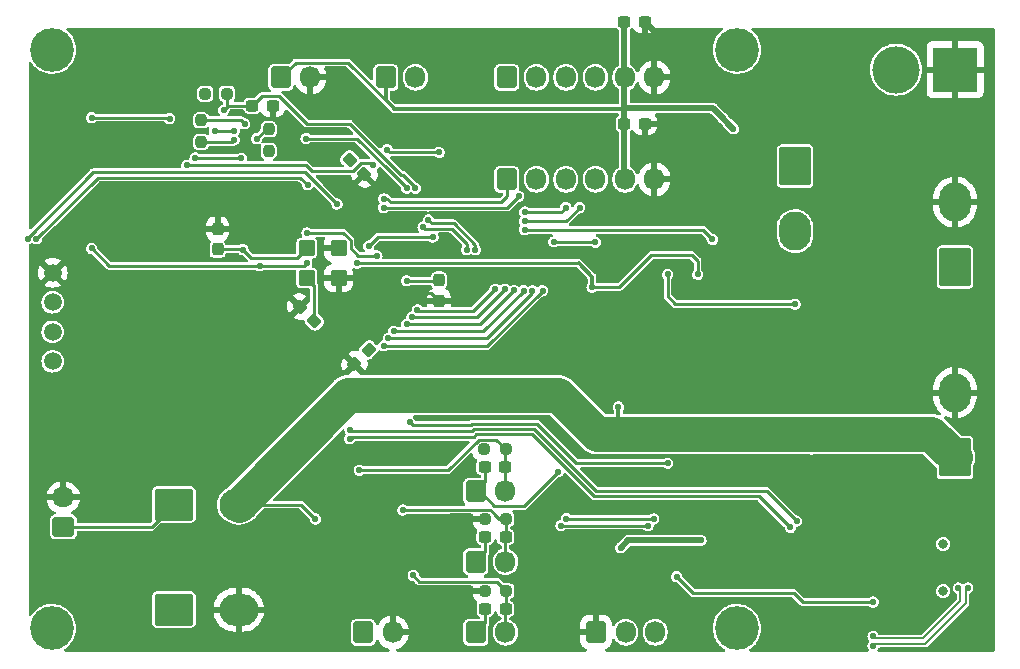
<source format=gbr>
%TF.GenerationSoftware,KiCad,Pcbnew,(6.0.4)*%
%TF.CreationDate,2022-08-07T13:44:39+09:00*%
%TF.ProjectId,cleanbot,636c6561-6e62-46f7-942e-6b696361645f,rev?*%
%TF.SameCoordinates,Original*%
%TF.FileFunction,Copper,L2,Bot*%
%TF.FilePolarity,Positive*%
%FSLAX46Y46*%
G04 Gerber Fmt 4.6, Leading zero omitted, Abs format (unit mm)*
G04 Created by KiCad (PCBNEW (6.0.4)) date 2022-08-07 13:44:39*
%MOMM*%
%LPD*%
G01*
G04 APERTURE LIST*
G04 Aperture macros list*
%AMRoundRect*
0 Rectangle with rounded corners*
0 $1 Rounding radius*
0 $2 $3 $4 $5 $6 $7 $8 $9 X,Y pos of 4 corners*
0 Add a 4 corners polygon primitive as box body*
4,1,4,$2,$3,$4,$5,$6,$7,$8,$9,$2,$3,0*
0 Add four circle primitives for the rounded corners*
1,1,$1+$1,$2,$3*
1,1,$1+$1,$4,$5*
1,1,$1+$1,$6,$7*
1,1,$1+$1,$8,$9*
0 Add four rect primitives between the rounded corners*
20,1,$1+$1,$2,$3,$4,$5,0*
20,1,$1+$1,$4,$5,$6,$7,0*
20,1,$1+$1,$6,$7,$8,$9,0*
20,1,$1+$1,$8,$9,$2,$3,0*%
G04 Aperture macros list end*
%TA.AperFunction,ComponentPad*%
%ADD10RoundRect,0.250000X-0.600000X-0.675000X0.600000X-0.675000X0.600000X0.675000X-0.600000X0.675000X0*%
%TD*%
%TA.AperFunction,ComponentPad*%
%ADD11O,1.700000X1.850000*%
%TD*%
%TA.AperFunction,ComponentPad*%
%ADD12C,1.500000*%
%TD*%
%TA.AperFunction,ComponentPad*%
%ADD13C,3.700000*%
%TD*%
%TA.AperFunction,ComponentPad*%
%ADD14RoundRect,0.250001X1.399999X-1.099999X1.399999X1.099999X-1.399999X1.099999X-1.399999X-1.099999X0*%
%TD*%
%TA.AperFunction,ComponentPad*%
%ADD15O,3.300000X2.700000*%
%TD*%
%TA.AperFunction,ComponentPad*%
%ADD16RoundRect,0.250000X0.675000X-0.600000X0.675000X0.600000X-0.675000X0.600000X-0.675000X-0.600000X0*%
%TD*%
%TA.AperFunction,ComponentPad*%
%ADD17O,1.850000X1.700000*%
%TD*%
%TA.AperFunction,ComponentPad*%
%ADD18R,3.800000X3.800000*%
%TD*%
%TA.AperFunction,ComponentPad*%
%ADD19C,4.000000*%
%TD*%
%TA.AperFunction,ComponentPad*%
%ADD20RoundRect,0.250001X1.099999X1.399999X-1.099999X1.399999X-1.099999X-1.399999X1.099999X-1.399999X0*%
%TD*%
%TA.AperFunction,ComponentPad*%
%ADD21O,2.700000X3.300000*%
%TD*%
%TA.AperFunction,ComponentPad*%
%ADD22RoundRect,0.250001X-1.099999X-1.399999X1.099999X-1.399999X1.099999X1.399999X-1.099999X1.399999X0*%
%TD*%
%TA.AperFunction,ComponentPad*%
%ADD23C,0.800000*%
%TD*%
%TA.AperFunction,SMDPad,CuDef*%
%ADD24RoundRect,0.237500X0.250000X0.237500X-0.250000X0.237500X-0.250000X-0.237500X0.250000X-0.237500X0*%
%TD*%
%TA.AperFunction,SMDPad,CuDef*%
%ADD25RoundRect,0.237500X-0.300000X-0.237500X0.300000X-0.237500X0.300000X0.237500X-0.300000X0.237500X0*%
%TD*%
%TA.AperFunction,SMDPad,CuDef*%
%ADD26RoundRect,0.250000X-0.450000X-0.425000X0.450000X-0.425000X0.450000X0.425000X-0.450000X0.425000X0*%
%TD*%
%TA.AperFunction,SMDPad,CuDef*%
%ADD27RoundRect,0.237500X0.044194X0.380070X-0.380070X-0.044194X-0.044194X-0.380070X0.380070X0.044194X0*%
%TD*%
%TA.AperFunction,SMDPad,CuDef*%
%ADD28RoundRect,0.237500X-0.237500X0.250000X-0.237500X-0.250000X0.237500X-0.250000X0.237500X0.250000X0*%
%TD*%
%TA.AperFunction,SMDPad,CuDef*%
%ADD29RoundRect,0.237500X0.237500X-0.300000X0.237500X0.300000X-0.237500X0.300000X-0.237500X-0.300000X0*%
%TD*%
%TA.AperFunction,SMDPad,CuDef*%
%ADD30RoundRect,0.237500X0.380070X-0.044194X-0.044194X0.380070X-0.380070X0.044194X0.044194X-0.380070X0*%
%TD*%
%TA.AperFunction,SMDPad,CuDef*%
%ADD31RoundRect,0.237500X-0.380070X0.044194X0.044194X-0.380070X0.380070X-0.044194X-0.044194X0.380070X0*%
%TD*%
%TA.AperFunction,SMDPad,CuDef*%
%ADD32RoundRect,0.237500X0.237500X-0.250000X0.237500X0.250000X-0.237500X0.250000X-0.237500X-0.250000X0*%
%TD*%
%TA.AperFunction,SMDPad,CuDef*%
%ADD33RoundRect,0.237500X-0.237500X0.300000X-0.237500X-0.300000X0.237500X-0.300000X0.237500X0.300000X0*%
%TD*%
%TA.AperFunction,ViaPad*%
%ADD34C,0.550000*%
%TD*%
%TA.AperFunction,Conductor*%
%ADD35C,0.250000*%
%TD*%
%TA.AperFunction,Conductor*%
%ADD36C,0.500000*%
%TD*%
%TA.AperFunction,Conductor*%
%ADD37C,0.300000*%
%TD*%
%TA.AperFunction,Conductor*%
%ADD38C,3.000000*%
%TD*%
%TA.AperFunction,Conductor*%
%ADD39C,0.200000*%
%TD*%
G04 APERTURE END LIST*
D10*
%TO.P,J11,1,Pin_1*%
%TO.N,GND*%
X49570000Y3160000D03*
D11*
%TO.P,J11,2,Pin_2*%
%TO.N,Net-(C14-Pad2)*%
X52070000Y3160000D03*
%TO.P,J11,3,Pin_3*%
%TO.N,/DXL_UART*%
X54570000Y3160000D03*
%TD*%
D12*
%TO.P,J14,1,Pin_1*%
%TO.N,unconnected-(J14-Pad1)*%
X3556000Y26095000D03*
%TO.P,J14,2,Pin_2*%
%TO.N,/SWDIO*%
X3556000Y28595000D03*
%TO.P,J14,3,Pin_3*%
%TO.N,/SWCLK*%
X3556000Y31095000D03*
%TO.P,J14,4,Pin_4*%
%TO.N,GND*%
X3556000Y33595000D03*
%TD*%
D13*
%TO.P,REF\u002A\u002A,*%
%TO.N,*%
X61500000Y52500000D03*
%TD*%
D10*
%TO.P,J17,1,Pin_1*%
%TO.N,+3V3*%
X39390000Y9129000D03*
D11*
%TO.P,J17,2,Pin_2*%
%TO.N,/SW2*%
X41890000Y9129000D03*
%TD*%
D13*
%TO.P,REF\u002A\u002A,*%
%TO.N,*%
X61500000Y3500000D03*
%TD*%
D10*
%TO.P,J16,1,Pin_1*%
%TO.N,+3V3*%
X39390000Y3160000D03*
D11*
%TO.P,J16,2,Pin_2*%
%TO.N,/SW1*%
X41890000Y3160000D03*
%TD*%
D14*
%TO.P,J9,1,Pin_1*%
%TO.N,RPI_5V*%
X13820000Y13970000D03*
D15*
%TO.P,J9,2,Pin_2*%
%TO.N,5V_Reg_out*%
X19320000Y13970000D03*
%TD*%
D16*
%TO.P,J13,1,Pin_1*%
%TO.N,RPI_5V*%
X4460000Y12085000D03*
D17*
%TO.P,J13,2,Pin_2*%
%TO.N,GND*%
X4460000Y14585000D03*
%TD*%
D13*
%TO.P,REF\u002A\u002A,*%
%TO.N,*%
X3500000Y3500000D03*
%TD*%
D18*
%TO.P,J4,1,Pin_1*%
%TO.N,GND*%
X79970000Y50800000D03*
D19*
%TO.P,J4,2,Pin_2*%
%TO.N,+BATT*%
X74970000Y50800000D03*
%TD*%
D10*
%TO.P,J15,1,Pin_1*%
%TO.N,/NRST*%
X29865000Y3160000D03*
D11*
%TO.P,J15,2,Pin_2*%
%TO.N,GND*%
X32365000Y3160000D03*
%TD*%
D10*
%TO.P,J10,1,Pin_1*%
%TO.N,+12V*%
X22880000Y50150000D03*
D11*
%TO.P,J10,2,Pin_2*%
%TO.N,GND*%
X25380000Y50150000D03*
%TD*%
D14*
%TO.P,J7,1,Pin_1*%
%TO.N,RPI_5V*%
X13820000Y5080000D03*
D15*
%TO.P,J7,2,Pin_2*%
%TO.N,GND*%
X19320000Y5080000D03*
%TD*%
D10*
%TO.P,J18,1,Pin_1*%
%TO.N,+3V3*%
X39390000Y15098000D03*
D11*
%TO.P,J18,2,Pin_2*%
%TO.N,/SW3*%
X41890000Y15098000D03*
%TD*%
D20*
%TO.P,J6,1,Pin_1*%
%TO.N,5V_Reg_out*%
X79959200Y17959000D03*
D21*
%TO.P,J6,2,Pin_2*%
%TO.N,GND*%
X79959200Y23459000D03*
%TD*%
D10*
%TO.P,J3,1,Pin_1*%
%TO.N,+12V*%
X31770000Y50150000D03*
D11*
%TO.P,J3,2,Pin_2*%
%TO.N,Net-(J3-Pad2)*%
X34270000Y50150000D03*
%TD*%
D13*
%TO.P,REF\u002A\u002A,*%
%TO.N,*%
X3500000Y52500000D03*
%TD*%
D10*
%TO.P,J2,1,Pin_1*%
%TO.N,/MOTOR_PWM_R*%
X42010000Y41514000D03*
D11*
%TO.P,J2,2,Pin_2*%
%TO.N,/MOTOR_DIR_R*%
X44510000Y41514000D03*
%TO.P,J2,3,Pin_3*%
%TO.N,/MOTOR_PLS_R*%
X47010000Y41514000D03*
%TO.P,J2,4,Pin_4*%
%TO.N,/MOTOR_EN*%
X49510000Y41514000D03*
%TO.P,J2,5,Pin_5*%
%TO.N,+12V*%
X52010000Y41514000D03*
%TO.P,J2,6,Pin_6*%
%TO.N,GND*%
X54510000Y41514000D03*
%TD*%
D22*
%TO.P,J8,1,Pin_1*%
%TO.N,+BATT*%
X66421000Y42620000D03*
D21*
%TO.P,J8,2,Pin_2*%
%TO.N,/SHUNT_V_H*%
X66421000Y37120000D03*
%TD*%
D10*
%TO.P,J1,1,Pin_1*%
%TO.N,/MOTOR_PWM_L*%
X42010000Y50150000D03*
D11*
%TO.P,J1,2,Pin_2*%
%TO.N,/MOTOR_DIR_L*%
X44510000Y50150000D03*
%TO.P,J1,3,Pin_3*%
%TO.N,/MOTOR_PLS_L*%
X47010000Y50150000D03*
%TO.P,J1,4,Pin_4*%
%TO.N,/MOTOR_EN*%
X49510000Y50150000D03*
%TO.P,J1,5,Pin_5*%
%TO.N,+12V*%
X52010000Y50150000D03*
%TO.P,J1,6,Pin_6*%
%TO.N,GND*%
X54510000Y50150000D03*
%TD*%
D20*
%TO.P,J5,1,Pin_1*%
%TO.N,+12V*%
X79959200Y34088000D03*
D21*
%TO.P,J5,2,Pin_2*%
%TO.N,GND*%
X79959200Y39588000D03*
%TD*%
D23*
%TO.P,J12,*%
%TO.N,*%
X78950000Y10636000D03*
X78950000Y6636000D03*
%TD*%
D24*
%TO.P,R17,1*%
%TO.N,/SW3*%
X41933500Y18669000D03*
%TO.P,R17,2*%
%TO.N,GND*%
X40108500Y18669000D03*
%TD*%
D25*
%TO.P,C2,1*%
%TO.N,+12V*%
X51969500Y54864000D03*
%TO.P,C2,2*%
%TO.N,GND*%
X53694500Y54864000D03*
%TD*%
D26*
%TO.P,C5,1*%
%TO.N,+3V3*%
X25066000Y35687000D03*
%TO.P,C5,2*%
%TO.N,GND*%
X27766000Y35687000D03*
%TD*%
D25*
%TO.P,C21,1*%
%TO.N,+3V3*%
X40159600Y17145000D03*
%TO.P,C21,2*%
%TO.N,/SW3*%
X41884600Y17145000D03*
%TD*%
D26*
%TO.P,C3,1*%
%TO.N,+3V3*%
X25066000Y33147000D03*
%TO.P,C3,2*%
%TO.N,GND*%
X27766000Y33147000D03*
%TD*%
D24*
%TO.P,R14,1*%
%TO.N,/SW1*%
X41960800Y6654800D03*
%TO.P,R14,2*%
%TO.N,GND*%
X40135800Y6654800D03*
%TD*%
D27*
%TO.P,C18,1*%
%TO.N,+3V3*%
X30327880Y27076680D03*
%TO.P,C18,2*%
%TO.N,GND*%
X29108120Y25856920D03*
%TD*%
D28*
%TO.P,R19,1*%
%TO.N,/DXL_UART_TX*%
X16129000Y46505500D03*
%TO.P,R19,2*%
%TO.N,Net-(R18-Pad2)*%
X16129000Y44680500D03*
%TD*%
D29*
%TO.P,C7,1*%
%TO.N,+3V3*%
X17526000Y35586500D03*
%TO.P,C7,2*%
%TO.N,GND*%
X17526000Y37311500D03*
%TD*%
D25*
%TO.P,C8,1*%
%TO.N,+12V*%
X51969500Y46228000D03*
%TO.P,C8,2*%
%TO.N,GND*%
X53694500Y46228000D03*
%TD*%
%TO.P,C22,1*%
%TO.N,+5V*%
X20473500Y47752000D03*
%TO.P,C22,2*%
%TO.N,GND*%
X22198500Y47752000D03*
%TD*%
D30*
%TO.P,C1,1*%
%TO.N,+3V3*%
X25705080Y29514520D03*
%TO.P,C1,2*%
%TO.N,GND*%
X24485320Y30734280D03*
%TD*%
D24*
%TO.P,R16,1*%
%TO.N,/SW2*%
X41957000Y12750800D03*
%TO.P,R16,2*%
%TO.N,GND*%
X40132000Y12750800D03*
%TD*%
D31*
%TO.P,C9,1*%
%TO.N,+3V3*%
X28727120Y43154880D03*
%TO.P,C9,2*%
%TO.N,GND*%
X29946880Y41935120D03*
%TD*%
D32*
%TO.P,R18,1*%
%TO.N,/DXL_TX_EN*%
X21844000Y43918500D03*
%TO.P,R18,2*%
%TO.N,Net-(R18-Pad2)*%
X21844000Y45743500D03*
%TD*%
D25*
%TO.P,C20,1*%
%TO.N,+3V3*%
X40182000Y11226800D03*
%TO.P,C20,2*%
%TO.N,/SW2*%
X41907000Y11226800D03*
%TD*%
%TO.P,C19,1*%
%TO.N,+3V3*%
X40185800Y5130800D03*
%TO.P,C19,2*%
%TO.N,/SW1*%
X41910800Y5130800D03*
%TD*%
D33*
%TO.P,C10,1*%
%TO.N,+3V3*%
X36271200Y32968100D03*
%TO.P,C10,2*%
%TO.N,GND*%
X36271200Y31243100D03*
%TD*%
D24*
%TO.P,R20,1*%
%TO.N,+5V*%
X18311500Y48768000D03*
%TO.P,R20,2*%
%TO.N,/DXL_UART_RX*%
X16486500Y48768000D03*
%TD*%
D34*
%TO.N,5V_Reg_out*%
X67805300Y18681700D03*
%TO.N,GND*%
X40132000Y12700000D03*
X40132000Y18669000D03*
%TO.N,+3V3*%
X29337000Y34417000D03*
%TO.N,GND*%
X71475600Y8991600D03*
X70332600Y8991600D03*
X69189600Y9042400D03*
X69215000Y10160000D03*
X70358000Y10160000D03*
X71450200Y10134600D03*
X71450200Y11252200D03*
X70358000Y11252200D03*
X69240400Y11252200D03*
%TO.N,+3V3*%
X25066000Y35687000D03*
X25095200Y36982400D03*
X25066000Y34413200D03*
X19663483Y35563145D03*
X6858000Y35661600D03*
X25066000Y33147000D03*
X28727120Y43154880D03*
X21082000Y34188400D03*
X49229000Y32385000D03*
X58166000Y33463000D03*
X46355000Y16764000D03*
X25705080Y29514520D03*
X33528000Y32918400D03*
X31013400Y35026600D03*
X30327880Y27076680D03*
%TO.N,GND*%
X24485320Y30734280D03*
X29946880Y41935120D03*
X29108120Y25856920D03*
X33763511Y31887022D03*
X19363798Y36746008D03*
X22198500Y47752000D03*
%TO.N,+12V*%
X60299600Y46685200D03*
X61188600Y45796200D03*
X60756800Y46228000D03*
%TO.N,/BATT_PWR_ADC*%
X55626000Y17475200D03*
X33782000Y20967060D03*
%TO.N,Net-(C14-Pad2)*%
X51663600Y10312400D03*
X58445400Y10947400D03*
X52298600Y10947400D03*
X57632600Y10947400D03*
%TO.N,/MOTOR_PWM_L*%
X43027600Y40081200D03*
X31597600Y39116000D03*
%TO.N,/MOTOR_DIR_L*%
X44178489Y32072311D03*
X31983719Y28048991D03*
%TO.N,/MOTOR_PLS_L*%
X48183800Y39116000D03*
X43510200Y37985903D03*
X33985873Y29855617D03*
X41848956Y32197722D03*
%TO.N,/MOTOR_EN*%
X49510000Y36198500D03*
X45999400Y36220400D03*
X31597600Y27406600D03*
X45034200Y32080200D03*
%TO.N,/MOTOR_PWM_R*%
X31597600Y39865503D03*
%TO.N,/MOTOR_DIR_R*%
X43429051Y32082173D03*
X32440749Y28643025D03*
%TO.N,/MOTOR_PLS_R*%
X34438388Y30455117D03*
X43540776Y38734781D03*
X41016857Y32213445D03*
X47015400Y39116000D03*
%TO.N,5V_Reg_out*%
X51449000Y22250000D03*
X68427600Y19304000D03*
X69037200Y19913600D03*
X25806400Y12750800D03*
X51459300Y19608800D03*
%TO.N,/DXL_UART*%
X34925000Y37465000D03*
X38608000Y35560000D03*
X53975000Y12192000D03*
X46609000Y12192000D03*
X25019000Y44958000D03*
X33528000Y40767000D03*
%TO.N,/SWDIO*%
X1434915Y36479567D03*
X27635200Y39420800D03*
%TO.N,/SWCLK*%
X25142855Y41042517D03*
X2184400Y36474400D03*
%TO.N,Net-(LS1-Pad2)*%
X13462000Y46657500D03*
X6858000Y46736000D03*
%TO.N,Net-(Q1-Pad1)*%
X36271200Y43791500D03*
X31866800Y44020500D03*
%TO.N,/BUZZER_PWM*%
X14909800Y42705020D03*
X30708600Y42722800D03*
%TO.N,/SUCTION_SIG*%
X30327600Y35864800D03*
X35763200Y36626800D03*
%TO.N,/SHUNT_V_H*%
X66421000Y30940000D03*
X55626000Y33463000D03*
%TO.N,/CURRENT_SENSE_ADC*%
X42615250Y32116194D03*
X33523317Y29256117D03*
X59410600Y36423600D03*
X43510200Y37236400D03*
%TO.N,+5V*%
X73025000Y5715000D03*
X54462816Y12761026D03*
X47058702Y12791602D03*
X18034000Y47371000D03*
X35374702Y38064602D03*
X56388000Y7874000D03*
X34277503Y40767000D03*
X39357503Y35560000D03*
%TO.N,/USBD-*%
X73025000Y2813000D03*
X80245000Y6910502D03*
%TO.N,/USBD+*%
X73025000Y2013000D03*
X81045000Y6910502D03*
%TO.N,/SW1*%
X34086800Y7975600D03*
%TO.N,/SW2*%
X33223200Y13512800D03*
%TO.N,/SW3*%
X29519970Y16870770D03*
%TO.N,/DXL_TX_EN*%
X21844000Y43942000D03*
%TO.N,Net-(R18-Pad2)*%
X20828000Y44958000D03*
X21844000Y45743500D03*
X18923000Y44836500D03*
%TO.N,/DXL_UART_TX*%
X15621000Y43307000D03*
X19537052Y43304520D03*
X15910500Y46545330D03*
X19821000Y46211502D03*
%TO.N,/DXL_UART_RX*%
X16510000Y48768000D03*
X18923000Y45593000D03*
X17272000Y45593000D03*
%TO.N,/UART1_TX*%
X28749348Y20306006D03*
X66548000Y12573000D03*
%TO.N,/UART1_RX*%
X28702000Y19558000D03*
X66018021Y12043021D03*
%TD*%
D35*
%TO.N,+3V3*%
X29340800Y34413200D02*
X29337000Y34417000D01*
X48086000Y34413200D02*
X29340800Y34413200D01*
D36*
%TO.N,GND*%
X53694500Y54864000D02*
X54510000Y54048500D01*
X54510000Y54048500D02*
X54510000Y50150000D01*
D35*
%TO.N,+3V3*%
X8331200Y34188400D02*
X21082000Y34188400D01*
X33528000Y32918400D02*
X36221500Y32918400D01*
X28158093Y36982400D02*
X25095200Y36982400D01*
X40952354Y13848480D02*
X39702834Y15098000D01*
X54254400Y35102800D02*
X57658000Y35102800D01*
D37*
X49229000Y33270200D02*
X48086000Y34413200D01*
D35*
X19640128Y35586500D02*
X19663483Y35563145D01*
X25066000Y35687000D02*
X24227800Y34848800D01*
X40182800Y11226000D02*
X40182000Y11226800D01*
X39390000Y15133000D02*
X40159600Y15902600D01*
X39702834Y15098000D02*
X39390000Y15098000D01*
X20377828Y34848800D02*
X19663483Y35563145D01*
X31013400Y35026600D02*
X29438600Y35026600D01*
X17526000Y35586500D02*
X19640128Y35586500D01*
X58166000Y34594800D02*
X58166000Y33463000D01*
X24841200Y34188400D02*
X21082000Y34188400D01*
X46355000Y16764000D02*
X43439480Y13848480D01*
X57658000Y35102800D02*
X58166000Y34594800D01*
X25705080Y29514520D02*
X25705080Y32507920D01*
X39390000Y9129000D02*
X40182800Y9921800D01*
X49229000Y32385000D02*
X51536600Y32385000D01*
X39390000Y3160000D02*
X40182800Y3952800D01*
X51536600Y32385000D02*
X54254400Y35102800D01*
X25066000Y34413200D02*
X24841200Y34188400D01*
X25705080Y32507920D02*
X25066000Y33147000D01*
X40182800Y3952800D02*
X40182800Y5127800D01*
X24227800Y34848800D02*
X20377828Y34848800D01*
X36221500Y32918400D02*
X36271200Y32968100D01*
X29438600Y35026600D02*
X28790520Y35674680D01*
X8331200Y34188400D02*
X6858000Y35661600D01*
X28790520Y35674680D02*
X28790520Y36349973D01*
X28790520Y36349973D02*
X28158093Y36982400D01*
X43439480Y13848480D02*
X40952354Y13848480D01*
X40182800Y5127800D02*
X40185800Y5130800D01*
D37*
X49229000Y32385000D02*
X49229000Y33270200D01*
D35*
X39390000Y15098000D02*
X39390000Y15133000D01*
X40182800Y9921800D02*
X40182800Y11226000D01*
X40159600Y15902600D02*
X40159600Y17145000D01*
%TO.N,GND*%
X18798306Y37311500D02*
X19363798Y36746008D01*
X17526000Y37311500D02*
X18798306Y37311500D01*
X35627278Y31887022D02*
X36271200Y31243100D01*
X33763511Y31887022D02*
X35627278Y31887022D01*
D36*
%TO.N,+12V*%
X60299600Y46685200D02*
X60756800Y46228000D01*
X51968400Y47599600D02*
X51968400Y50108400D01*
X51969500Y46228000D02*
X51969500Y41554500D01*
D37*
X32461200Y47498000D02*
X32359600Y47599600D01*
D36*
X52010000Y50150000D02*
X51968400Y50191600D01*
X51968400Y54862900D02*
X51969500Y54864000D01*
X51969500Y41554500D02*
X52010000Y41514000D01*
D37*
X51968400Y47599600D02*
X51866800Y47498000D01*
X51866800Y47498000D02*
X32461200Y47498000D01*
D36*
X59436000Y47548800D02*
X52019200Y47548800D01*
D35*
X24129520Y51399520D02*
X22880000Y50150000D01*
D36*
X52019200Y47548800D02*
X51968400Y47599600D01*
X52019200Y47548800D02*
X51969500Y47499100D01*
D35*
X28559680Y51399520D02*
X24129520Y51399520D01*
D37*
X32359600Y47599600D02*
X31770000Y48189200D01*
X31770000Y48189200D02*
X31770000Y50150000D01*
D35*
X32359600Y47599600D02*
X28559680Y51399520D01*
D36*
X60756800Y46228000D02*
X61188600Y45796200D01*
X51968400Y50108400D02*
X52010000Y50150000D01*
X60299600Y46685200D02*
X59436000Y47548800D01*
X51968400Y50191600D02*
X51968400Y54862900D01*
X51969500Y47499100D02*
X51969500Y46228000D01*
D35*
%TO.N,/BATT_PWR_ADC*%
X33782000Y20967060D02*
X34048060Y20701000D01*
X38951032Y20701000D02*
X39067113Y20817080D01*
X44537120Y20817080D02*
X47879000Y17475200D01*
X47879000Y17475200D02*
X55626000Y17475200D01*
X39067113Y20817080D02*
X44537120Y20817080D01*
X34048060Y20701000D02*
X38951032Y20701000D01*
D36*
%TO.N,Net-(C14-Pad2)*%
X58445400Y10947400D02*
X52298600Y10947400D01*
X52298600Y10947400D02*
X51663600Y10312400D01*
D35*
%TO.N,/MOTOR_PWM_L*%
X42062400Y39116000D02*
X43027600Y40081200D01*
X31597600Y39116000D02*
X42062400Y39116000D01*
%TO.N,/MOTOR_DIR_L*%
X44178489Y31860207D02*
X44178489Y32072311D01*
X40359882Y28041600D02*
X44178489Y31860207D01*
X31991110Y28041600D02*
X40359882Y28041600D01*
X31983719Y28048991D02*
X31991110Y28041600D01*
%TO.N,/MOTOR_PLS_L*%
X39506851Y29855617D02*
X41848956Y32197722D01*
X48183800Y39116000D02*
X47053703Y37985903D01*
X33985873Y29855617D02*
X39506851Y29855617D01*
X47053703Y37985903D02*
X43510200Y37985903D01*
%TO.N,/MOTOR_EN*%
X31597600Y27406600D02*
X40360600Y27406600D01*
X49488100Y36220400D02*
X49510000Y36198500D01*
X45999400Y36220400D02*
X49488100Y36220400D01*
X40360600Y27406600D02*
X45034200Y32080200D01*
%TO.N,/MOTOR_PWM_R*%
X41503600Y39565520D02*
X42010000Y40071920D01*
X42010000Y40071920D02*
X42010000Y41514000D01*
X31597600Y39865503D02*
X31907217Y39865503D01*
X31907217Y39865503D02*
X32207200Y39565520D01*
X32207200Y39565520D02*
X41503600Y39565520D01*
%TO.N,/MOTOR_DIR_R*%
X39998078Y28651200D02*
X43429051Y32082173D01*
X32448924Y28651200D02*
X39998078Y28651200D01*
X32440749Y28643025D02*
X32448924Y28651200D01*
%TO.N,/MOTOR_PLS_R*%
X34512425Y30381080D02*
X39184492Y30381080D01*
X47015400Y39116000D02*
X46634181Y38734781D01*
X39184492Y30381080D02*
X41016857Y32213445D01*
X34438388Y30455117D02*
X34512425Y30381080D01*
X46634181Y38734781D02*
X43540776Y38734781D01*
D38*
%TO.N,5V_Reg_out*%
X49657000Y19939000D02*
X66802000Y19939000D01*
X28591000Y23241000D02*
X46355000Y23241000D01*
X77953800Y19964400D02*
X79959200Y17959000D01*
D37*
X51459300Y19608800D02*
X51459300Y22239700D01*
D35*
X19320000Y13970000D02*
X24587200Y13970000D01*
X24587200Y13970000D02*
X25806400Y12750800D01*
D38*
X66827400Y19964400D02*
X77953800Y19964400D01*
X66802000Y19939000D02*
X66827400Y19964400D01*
X46355000Y23241000D02*
X49657000Y19939000D01*
D37*
X51459300Y22239700D02*
X51449000Y22250000D01*
D38*
X19320000Y13970000D02*
X28591000Y23241000D01*
D35*
%TO.N,/DXL_UART*%
X33527283Y40767000D02*
X33528000Y40767000D01*
X35052000Y37338000D02*
X37338000Y37338000D01*
X25019000Y44958000D02*
X29337000Y44958000D01*
X37338000Y37338000D02*
X38608000Y36068000D01*
X31940500Y42354500D02*
X31940500Y42353783D01*
X38608000Y36068000D02*
X38608000Y35560000D01*
X29337000Y44958000D02*
X31940500Y42354500D01*
X34925000Y37465000D02*
X35052000Y37338000D01*
X31940500Y42353783D02*
X33527283Y40767000D01*
X46609000Y12192000D02*
X53975000Y12192000D01*
%TO.N,/SWDIO*%
X6967682Y42105520D02*
X24950480Y42105520D01*
X24950480Y42105520D02*
X27635200Y39420800D01*
X1434915Y36479567D02*
X1434915Y36572753D01*
X1434915Y36572753D02*
X6967682Y42105520D01*
%TO.N,/SWCLK*%
X2184400Y36474400D02*
X7366000Y41656000D01*
X24529372Y41656000D02*
X25142855Y41042517D01*
X7366000Y41656000D02*
X24529372Y41656000D01*
%TO.N,Net-(LS1-Pad2)*%
X13383500Y46736000D02*
X13462000Y46657500D01*
X6858000Y46736000D02*
X13383500Y46736000D01*
%TO.N,Net-(Q1-Pad1)*%
X36271200Y43791500D02*
X32095800Y43791500D01*
X32095800Y43791500D02*
X31866800Y44020500D01*
%TO.N,/BUZZER_PWM*%
X29004110Y42212790D02*
X25478928Y42212790D01*
X29668530Y42877210D02*
X29004110Y42212790D01*
X30554190Y42877210D02*
X29668530Y42877210D01*
X25478928Y42212790D02*
X24986698Y42705020D01*
X30708600Y42722800D02*
X30554190Y42877210D01*
X24986698Y42705020D02*
X14909800Y42705020D01*
%TO.N,/SUCTION_SIG*%
X30327600Y35864800D02*
X31089600Y36626800D01*
X31089600Y36626800D02*
X35763200Y36626800D01*
%TO.N,/SHUNT_V_H*%
X56283600Y30940000D02*
X55626000Y31597600D01*
X55626000Y31597600D02*
X55626000Y33463000D01*
X66421000Y30940000D02*
X56283600Y30940000D01*
%TO.N,/CURRENT_SENSE_ADC*%
X43510200Y37236400D02*
X58597800Y37236400D01*
X58597800Y37236400D02*
X59410600Y36423600D01*
X33523317Y29256117D02*
X39755173Y29256117D01*
X39755173Y29256117D02*
X42615250Y32116194D01*
%TO.N,+5V*%
X25054816Y46228000D02*
X22731296Y48551520D01*
X22731296Y48551520D02*
X21273020Y48551520D01*
X33020000Y41910000D02*
X33232838Y41910000D01*
X21273020Y48551520D02*
X20473500Y47752000D01*
X18311500Y48768000D02*
X18311500Y47648500D01*
X18034000Y47371000D02*
X18415000Y47752000D01*
X57785000Y6477000D02*
X56388000Y7874000D01*
X33020000Y41910718D02*
X33020000Y41910000D01*
X35374702Y38064602D02*
X35651784Y37787520D01*
X34277503Y40865335D02*
X34277503Y40767000D01*
X54432240Y12791602D02*
X54462816Y12761026D01*
X67056000Y5715000D02*
X66294000Y6477000D01*
X18415000Y47752000D02*
X20473500Y47752000D01*
X18311500Y47648500D02*
X18034000Y47371000D01*
X35651784Y37787520D02*
X37524198Y37787520D01*
X28702718Y46228000D02*
X33020000Y41910718D01*
X33232838Y41910000D02*
X34277503Y40865335D01*
X25054816Y46228000D02*
X28702718Y46228000D01*
X39357503Y35954215D02*
X39357503Y35560000D01*
X47058702Y12791602D02*
X54432240Y12791602D01*
X66294000Y6477000D02*
X57785000Y6477000D01*
X37524198Y37787520D02*
X39357503Y35954215D01*
X73025000Y5715000D02*
X67056000Y5715000D01*
D39*
%TO.N,/USBD-*%
X80419999Y5808199D02*
X80419999Y6735503D01*
X73199999Y2638001D02*
X77249801Y2638001D01*
X73025000Y2813000D02*
X73199999Y2638001D01*
X77249801Y2638001D02*
X80419999Y5808199D01*
X80419999Y6735503D02*
X80245000Y6910502D01*
%TO.N,/USBD+*%
X80870001Y6735503D02*
X81045000Y6910502D01*
X73025000Y2013000D02*
X73199999Y2187999D01*
X80870001Y5621801D02*
X80870001Y6735503D01*
X77436199Y2187999D02*
X80870001Y5621801D01*
X73199999Y2187999D02*
X77436199Y2187999D01*
D35*
%TO.N,/SW1*%
X34086800Y7975600D02*
X34608080Y7454320D01*
X41910800Y6604800D02*
X41960800Y6654800D01*
X41890000Y3160000D02*
X41890000Y5110000D01*
X41890000Y5110000D02*
X41910800Y5130800D01*
X34608080Y7454320D02*
X34709680Y7454320D01*
X41910800Y5130800D02*
X41910800Y6604800D01*
X41960800Y6654800D02*
X41161280Y7454320D01*
X41161280Y7454320D02*
X34709680Y7454320D01*
%TO.N,/SW2*%
X41890000Y11209800D02*
X41907000Y11226800D01*
X41890000Y9129000D02*
X41890000Y11209800D01*
X40944020Y13221096D02*
X40944020Y13157980D01*
X41351200Y12750800D02*
X41957000Y12750800D01*
X37014368Y13550320D02*
X40614796Y13550320D01*
X36976848Y13512800D02*
X37014368Y13550320D01*
X40944020Y13157980D02*
X41351200Y12750800D01*
X40614796Y13550320D02*
X40944020Y13221096D01*
X41907000Y11226800D02*
X41907000Y12700800D01*
X33223200Y13512800D02*
X36976848Y13512800D01*
X41907000Y12700800D02*
X41957000Y12750800D01*
%TO.N,/SW3*%
X29519970Y16870770D02*
X29540200Y16891000D01*
X41890000Y15098000D02*
X41890000Y17139600D01*
X41890000Y17139600D02*
X41884600Y17145000D01*
X37048184Y16891000D02*
X39625704Y19468520D01*
X39625704Y19468520D02*
X41133980Y19468520D01*
X29540200Y16891000D02*
X37048184Y16891000D01*
X41884600Y17145000D02*
X41884600Y18620100D01*
X41133980Y19468520D02*
X41933500Y18669000D01*
X41884600Y18620100D02*
X41933500Y18669000D01*
%TO.N,/DXL_TX_EN*%
X21844000Y43918500D02*
X21844000Y43942000D01*
%TO.N,Net-(R18-Pad2)*%
X21613500Y45743500D02*
X20828000Y44958000D01*
X16129000Y44680500D02*
X18767000Y44680500D01*
X21844000Y45743500D02*
X21613500Y45743500D01*
X18767000Y44680500D02*
X18923000Y44836500D01*
%TO.N,/DXL_UART_TX*%
X16129000Y46505500D02*
X19527002Y46505500D01*
X19537052Y43304520D02*
X19534572Y43307000D01*
X19534572Y43307000D02*
X15621000Y43307000D01*
X19527002Y46505500D02*
X19821000Y46211502D01*
%TO.N,/DXL_UART_RX*%
X16486500Y48768000D02*
X16510000Y48768000D01*
X17272000Y45593000D02*
X18923000Y45593000D01*
%TO.N,/UART1_TX*%
X28749348Y20306006D02*
X28862354Y20193000D01*
X28862354Y20193000D02*
X39078750Y20193000D01*
X49605482Y15113000D02*
X64008000Y15113000D01*
X39253310Y20367560D02*
X44350922Y20367560D01*
X64008000Y15113000D02*
X66548000Y12573000D01*
X39078750Y20193000D02*
X39253310Y20367560D01*
X44350922Y20367560D02*
X49605482Y15113000D01*
%TO.N,/UART1_RX*%
X39439507Y19918040D02*
X44164725Y19918040D01*
X28849180Y19558000D02*
X28976180Y19685000D01*
X39206466Y19685000D02*
X39439507Y19918040D01*
X49419285Y14663480D02*
X63397562Y14663480D01*
X63397562Y14663480D02*
X66018021Y12043021D01*
X44164725Y19918040D02*
X49419285Y14663480D01*
X28702000Y19558000D02*
X28849180Y19558000D01*
X28976180Y19685000D02*
X39206466Y19685000D01*
%TO.N,RPI_5V*%
X11935000Y12085000D02*
X13820000Y13970000D01*
X4460000Y12085000D02*
X11935000Y12085000D01*
%TD*%
%TA.AperFunction,Conductor*%
%TO.N,GND*%
G36*
X53948500Y53899115D02*
G01*
X53952975Y53883876D01*
X53954365Y53882671D01*
X53962048Y53881000D01*
X54040766Y53881000D01*
X54047282Y53881337D01*
X54141132Y53891075D01*
X54154528Y53893968D01*
X54305953Y53944488D01*
X54319115Y53950653D01*
X54454492Y54034426D01*
X54465890Y54043460D01*
X54578363Y54156129D01*
X54587375Y54167540D01*
X54666630Y54296116D01*
X54719402Y54343609D01*
X54773890Y54356000D01*
X60178294Y54356000D01*
X60246415Y54335998D01*
X60292908Y54282342D01*
X60303012Y54212068D01*
X60273518Y54147488D01*
X60257074Y54131666D01*
X60112171Y54015577D01*
X60112165Y54015571D01*
X60108823Y54012894D01*
X59916371Y53810092D01*
X59753223Y53583048D01*
X59622398Y53335962D01*
X59620926Y53331939D01*
X59620924Y53331935D01*
X59527792Y53077439D01*
X59526317Y53073408D01*
X59466757Y52800243D01*
X59444822Y52521523D01*
X59460916Y52242404D01*
X59514741Y51968052D01*
X59516127Y51964004D01*
X59600488Y51717607D01*
X59605303Y51703543D01*
X59633017Y51648440D01*
X59713028Y51489357D01*
X59730925Y51453772D01*
X59850415Y51279913D01*
X59876541Y51241900D01*
X59889282Y51223361D01*
X59892169Y51220188D01*
X59892170Y51220187D01*
X60058752Y51037115D01*
X60077444Y51016573D01*
X60080725Y51013830D01*
X60288638Y50839987D01*
X60288643Y50839983D01*
X60291930Y50837235D01*
X60410350Y50762950D01*
X60525131Y50690948D01*
X60525135Y50690946D01*
X60528771Y50688665D01*
X60532681Y50686900D01*
X60532682Y50686899D01*
X60779671Y50575379D01*
X60779675Y50575377D01*
X60783583Y50573613D01*
X60850801Y50553702D01*
X61047539Y50495425D01*
X61047544Y50495424D01*
X61051652Y50494207D01*
X61055886Y50493559D01*
X61055891Y50493558D01*
X61298904Y50456372D01*
X61328018Y50451917D01*
X61470396Y50449681D01*
X61603275Y50447593D01*
X61603281Y50447593D01*
X61607566Y50447526D01*
X61885123Y50481114D01*
X62155554Y50552060D01*
X62159514Y50553700D01*
X62159519Y50553702D01*
X62322837Y50621351D01*
X62413855Y50659052D01*
X62655058Y50800000D01*
X72764778Y50800000D01*
X72765048Y50795881D01*
X72781615Y50543124D01*
X72783644Y50512161D01*
X72784448Y50508121D01*
X72784448Y50508118D01*
X72828305Y50287636D01*
X72839919Y50229247D01*
X72932641Y49956098D01*
X72934462Y49952405D01*
X72934463Y49952403D01*
X73050485Y49717134D01*
X73060222Y49697389D01*
X73089371Y49653765D01*
X73209551Y49473903D01*
X73220480Y49457546D01*
X73223194Y49454452D01*
X73223198Y49454446D01*
X73384341Y49270699D01*
X73410673Y49240673D01*
X73413762Y49237964D01*
X73624446Y49053198D01*
X73624452Y49053194D01*
X73627546Y49050480D01*
X73630972Y49048191D01*
X73630977Y49048187D01*
X73746472Y48971016D01*
X73867389Y48890222D01*
X73871088Y48888398D01*
X73871093Y48888395D01*
X74115766Y48767736D01*
X74126098Y48762641D01*
X74129996Y48761318D01*
X74129998Y48761317D01*
X74395337Y48671246D01*
X74395341Y48671245D01*
X74399247Y48669919D01*
X74403291Y48669115D01*
X74403297Y48669113D01*
X74678118Y48614448D01*
X74678121Y48614448D01*
X74682161Y48613644D01*
X74686272Y48613375D01*
X74686276Y48613374D01*
X74965881Y48595048D01*
X74970000Y48594778D01*
X74974119Y48595048D01*
X75253724Y48613374D01*
X75253728Y48613375D01*
X75257839Y48613644D01*
X75261879Y48614448D01*
X75261882Y48614448D01*
X75536703Y48669113D01*
X75536709Y48669115D01*
X75540753Y48669919D01*
X75544659Y48671245D01*
X75544663Y48671246D01*
X75810002Y48761317D01*
X75810004Y48761318D01*
X75813902Y48762641D01*
X75824234Y48767736D01*
X76001860Y48855331D01*
X77562001Y48855331D01*
X77562371Y48848510D01*
X77567895Y48797648D01*
X77571521Y48782396D01*
X77616676Y48661946D01*
X77625214Y48646351D01*
X77701715Y48544276D01*
X77714276Y48531715D01*
X77816351Y48455214D01*
X77831946Y48446676D01*
X77952394Y48401522D01*
X77967649Y48397895D01*
X78018514Y48392369D01*
X78025328Y48392000D01*
X79697885Y48392000D01*
X79713124Y48396475D01*
X79714329Y48397865D01*
X79716000Y48405548D01*
X79716000Y48410116D01*
X80224000Y48410116D01*
X80228475Y48394877D01*
X80229865Y48393672D01*
X80237548Y48392001D01*
X81914669Y48392001D01*
X81921490Y48392371D01*
X81972352Y48397895D01*
X81987604Y48401521D01*
X82108054Y48446676D01*
X82123649Y48455214D01*
X82225724Y48531715D01*
X82238285Y48544276D01*
X82314786Y48646351D01*
X82323324Y48661946D01*
X82368478Y48782394D01*
X82372105Y48797649D01*
X82377631Y48848514D01*
X82378000Y48855328D01*
X82378000Y50527885D01*
X82373525Y50543124D01*
X82372135Y50544329D01*
X82364452Y50546000D01*
X80242115Y50546000D01*
X80226876Y50541525D01*
X80225671Y50540135D01*
X80224000Y50532452D01*
X80224000Y48410116D01*
X79716000Y48410116D01*
X79716000Y50527885D01*
X79711525Y50543124D01*
X79710135Y50544329D01*
X79702452Y50546000D01*
X77580116Y50546000D01*
X77564877Y50541525D01*
X77563672Y50540135D01*
X77562001Y50532452D01*
X77562001Y48855331D01*
X76001860Y48855331D01*
X76068907Y48888395D01*
X76068912Y48888398D01*
X76072611Y48890222D01*
X76193528Y48971016D01*
X76309023Y49048187D01*
X76309028Y49048191D01*
X76312454Y49050480D01*
X76315548Y49053194D01*
X76315554Y49053198D01*
X76526238Y49237964D01*
X76529327Y49240673D01*
X76555659Y49270699D01*
X76716802Y49454446D01*
X76716806Y49454452D01*
X76719520Y49457546D01*
X76730450Y49473903D01*
X76850629Y49653765D01*
X76879778Y49697389D01*
X76889516Y49717134D01*
X77005537Y49952403D01*
X77005538Y49952405D01*
X77007359Y49956098D01*
X77100081Y50229247D01*
X77111696Y50287636D01*
X77155552Y50508118D01*
X77155552Y50508121D01*
X77156356Y50512161D01*
X77158386Y50543124D01*
X77174952Y50795881D01*
X77175222Y50800000D01*
X77163901Y50972729D01*
X77157387Y51072115D01*
X77562000Y51072115D01*
X77566475Y51056876D01*
X77567865Y51055671D01*
X77575548Y51054000D01*
X79697885Y51054000D01*
X79713124Y51058475D01*
X79714329Y51059865D01*
X79716000Y51067548D01*
X79716000Y51072115D01*
X80224000Y51072115D01*
X80228475Y51056876D01*
X80229865Y51055671D01*
X80237548Y51054000D01*
X82359884Y51054000D01*
X82375123Y51058475D01*
X82376328Y51059865D01*
X82377999Y51067548D01*
X82377999Y52744669D01*
X82377629Y52751490D01*
X82372105Y52802352D01*
X82368479Y52817604D01*
X82323324Y52938054D01*
X82314786Y52953649D01*
X82238285Y53055724D01*
X82225724Y53068285D01*
X82123649Y53144786D01*
X82108054Y53153324D01*
X81987606Y53198478D01*
X81972351Y53202105D01*
X81921486Y53207631D01*
X81914672Y53208000D01*
X80242115Y53208000D01*
X80226876Y53203525D01*
X80225671Y53202135D01*
X80224000Y53194452D01*
X80224000Y51072115D01*
X79716000Y51072115D01*
X79716000Y53189884D01*
X79711525Y53205123D01*
X79710135Y53206328D01*
X79702452Y53207999D01*
X78025331Y53207999D01*
X78018510Y53207629D01*
X77967648Y53202105D01*
X77952396Y53198479D01*
X77831946Y53153324D01*
X77816351Y53144786D01*
X77714276Y53068285D01*
X77701715Y53055724D01*
X77625214Y52953649D01*
X77616676Y52938054D01*
X77571522Y52817606D01*
X77567895Y52802351D01*
X77562369Y52751486D01*
X77562000Y52744672D01*
X77562000Y51072115D01*
X77157387Y51072115D01*
X77156626Y51083724D01*
X77156625Y51083728D01*
X77156356Y51087839D01*
X77153330Y51103052D01*
X77100887Y51366703D01*
X77100885Y51366709D01*
X77100081Y51370753D01*
X77091761Y51395265D01*
X77008683Y51640002D01*
X77008682Y51640004D01*
X77007359Y51643902D01*
X77005121Y51648440D01*
X76881605Y51898907D01*
X76881602Y51898912D01*
X76879778Y51902611D01*
X76719520Y52142454D01*
X76716806Y52145548D01*
X76716802Y52145554D01*
X76532036Y52356238D01*
X76529327Y52359327D01*
X76526238Y52362036D01*
X76315554Y52546802D01*
X76315548Y52546806D01*
X76312454Y52549520D01*
X76309028Y52551809D01*
X76309023Y52551813D01*
X76076044Y52707484D01*
X76072611Y52709778D01*
X76068912Y52711602D01*
X76068907Y52711605D01*
X75817597Y52835537D01*
X75817595Y52835538D01*
X75813902Y52837359D01*
X75599412Y52910169D01*
X75544663Y52928754D01*
X75544659Y52928755D01*
X75540753Y52930081D01*
X75536709Y52930885D01*
X75536703Y52930887D01*
X75261882Y52985552D01*
X75261879Y52985552D01*
X75257839Y52986356D01*
X75253728Y52986625D01*
X75253724Y52986626D01*
X74997238Y53003437D01*
X74970000Y53005222D01*
X74942762Y53003437D01*
X74686276Y52986626D01*
X74686272Y52986625D01*
X74682161Y52986356D01*
X74678121Y52985552D01*
X74678118Y52985552D01*
X74403297Y52930887D01*
X74403291Y52930885D01*
X74399247Y52930081D01*
X74395341Y52928755D01*
X74395337Y52928754D01*
X74340588Y52910169D01*
X74126098Y52837359D01*
X74122405Y52835538D01*
X74122403Y52835537D01*
X73871093Y52711605D01*
X73871088Y52711602D01*
X73867389Y52709778D01*
X73863956Y52707484D01*
X73630977Y52551813D01*
X73630972Y52551809D01*
X73627546Y52549520D01*
X73624452Y52546806D01*
X73624446Y52546802D01*
X73413762Y52362036D01*
X73410673Y52359327D01*
X73407964Y52356238D01*
X73223198Y52145554D01*
X73223194Y52145548D01*
X73220480Y52142454D01*
X73060222Y51902611D01*
X73058398Y51898912D01*
X73058395Y51898907D01*
X72934879Y51648440D01*
X72932641Y51643902D01*
X72931318Y51640004D01*
X72931317Y51640002D01*
X72848240Y51395265D01*
X72839919Y51370753D01*
X72839115Y51366709D01*
X72839113Y51366703D01*
X72786670Y51103052D01*
X72783644Y51087839D01*
X72783375Y51083728D01*
X72783374Y51083724D01*
X72776099Y50972729D01*
X72764778Y50800000D01*
X62655058Y50800000D01*
X62655245Y50800109D01*
X62875258Y50972621D01*
X62885365Y50983050D01*
X63066840Y51170319D01*
X63069823Y51173397D01*
X63235340Y51398720D01*
X63261954Y51447737D01*
X63366695Y51640646D01*
X63366696Y51640648D01*
X63368745Y51644422D01*
X63467570Y51905956D01*
X63520950Y52139023D01*
X63529030Y52174302D01*
X63529031Y52174307D01*
X63529987Y52178482D01*
X63554840Y52456957D01*
X63555291Y52500000D01*
X63555122Y52502480D01*
X63536567Y52774658D01*
X63536566Y52774664D01*
X63536275Y52778935D01*
X63532747Y52795974D01*
X63480450Y53048502D01*
X63479579Y53052708D01*
X63473734Y53069216D01*
X63387684Y53312213D01*
X63386253Y53316254D01*
X63258022Y53564696D01*
X63097261Y53793437D01*
X63081785Y53810092D01*
X62909861Y53995104D01*
X62909860Y53995105D01*
X62906944Y53998243D01*
X62863716Y54033625D01*
X62745815Y54130125D01*
X62742918Y54132496D01*
X62702872Y54191121D01*
X62700879Y54262089D01*
X62737570Y54322870D01*
X62801297Y54354165D01*
X62822724Y54356000D01*
X83186000Y54356000D01*
X83254121Y54335998D01*
X83300614Y54282342D01*
X83312000Y54230000D01*
X83312000Y1650000D01*
X83291998Y1581879D01*
X83238342Y1535386D01*
X83186000Y1524000D01*
X73507793Y1524000D01*
X73439672Y1544002D01*
X73393179Y1597658D01*
X73383075Y1667932D01*
X73412330Y1730197D01*
X73412217Y1730273D01*
X73412707Y1730999D01*
X73414377Y1734554D01*
X73417233Y1737709D01*
X73417234Y1737710D01*
X73423261Y1744369D01*
X73458178Y1816438D01*
X73505881Y1869021D01*
X73571570Y1887499D01*
X77383833Y1887499D01*
X77386506Y1887303D01*
X77391541Y1885574D01*
X77403163Y1886010D01*
X77403165Y1886010D01*
X77440454Y1887410D01*
X77445180Y1887499D01*
X77464147Y1887499D01*
X77468882Y1888381D01*
X77472408Y1888609D01*
X77476148Y1888750D01*
X77503407Y1889773D01*
X77514092Y1894363D01*
X77518692Y1895400D01*
X77530413Y1898961D01*
X77534816Y1900660D01*
X77546252Y1902790D01*
X77567240Y1915727D01*
X77583610Y1924230D01*
X77598087Y1930450D01*
X77598091Y1930452D01*
X77606262Y1933963D01*
X77611148Y1937977D01*
X77613333Y1940162D01*
X77615596Y1942214D01*
X77615741Y1942054D01*
X77624748Y1949174D01*
X77631643Y1955426D01*
X77641547Y1961531D01*
X77658115Y1983319D01*
X77669309Y1996138D01*
X79355118Y3681946D01*
X81045457Y5372285D01*
X81047488Y5374039D01*
X81052270Y5376376D01*
X81064445Y5389500D01*
X81085561Y5412264D01*
X81088841Y5415669D01*
X81102249Y5429077D01*
X81104979Y5433056D01*
X81107287Y5435685D01*
X81128402Y5458447D01*
X81132713Y5469254D01*
X81135239Y5473249D01*
X81141002Y5484043D01*
X81142913Y5488355D01*
X81149493Y5497947D01*
X81155184Y5521928D01*
X81160749Y5539525D01*
X81166589Y5554163D01*
X81166590Y5554166D01*
X81169884Y5562423D01*
X81170501Y5568716D01*
X81170501Y5571795D01*
X81170651Y5574868D01*
X81170867Y5574857D01*
X81172199Y5586232D01*
X81172655Y5595547D01*
X81175341Y5606867D01*
X81171652Y5633974D01*
X81170501Y5650965D01*
X81170501Y6359991D01*
X81190503Y6428112D01*
X81237020Y6467612D01*
X81235786Y6469622D01*
X81344206Y6536191D01*
X81344209Y6536194D01*
X81351858Y6540890D01*
X81392469Y6585756D01*
X81437233Y6635211D01*
X81437234Y6635212D01*
X81443261Y6641871D01*
X81450420Y6656646D01*
X81498734Y6756367D01*
X81498734Y6756368D01*
X81502649Y6764448D01*
X81519787Y6866311D01*
X81524441Y6893972D01*
X81524441Y6893977D01*
X81525247Y6898765D01*
X81525390Y6910502D01*
X81515072Y6982551D01*
X81507354Y7036445D01*
X81507353Y7036448D01*
X81506081Y7045331D01*
X81449706Y7169322D01*
X81360796Y7272506D01*
X81280031Y7324856D01*
X81254032Y7341708D01*
X81254030Y7341709D01*
X81246501Y7346589D01*
X81237904Y7349160D01*
X81237902Y7349161D01*
X81160973Y7372167D01*
X81116006Y7385615D01*
X81107030Y7385670D01*
X81107029Y7385670D01*
X81050036Y7386018D01*
X80979804Y7386447D01*
X80971172Y7383980D01*
X80857473Y7351485D01*
X80857471Y7351484D01*
X80848842Y7349018D01*
X80733650Y7276337D01*
X80727709Y7269610D01*
X80726602Y7268668D01*
X80661762Y7239749D01*
X80591581Y7250476D01*
X80564683Y7267995D01*
X80560796Y7272506D01*
X80480031Y7324856D01*
X80454032Y7341708D01*
X80454030Y7341709D01*
X80446501Y7346589D01*
X80437904Y7349160D01*
X80437902Y7349161D01*
X80360973Y7372167D01*
X80316006Y7385615D01*
X80307030Y7385670D01*
X80307029Y7385670D01*
X80250036Y7386018D01*
X80179804Y7386447D01*
X80171172Y7383980D01*
X80057473Y7351485D01*
X80057471Y7351484D01*
X80048842Y7349018D01*
X79933650Y7276337D01*
X79927707Y7269608D01*
X79927706Y7269607D01*
X79892716Y7229988D01*
X79843487Y7174247D01*
X79839673Y7166124D01*
X79839672Y7166122D01*
X79832573Y7151002D01*
X79785601Y7050954D01*
X79784221Y7042090D01*
X79784220Y7042087D01*
X79766288Y6926915D01*
X79764646Y6916371D01*
X79765810Y6907469D01*
X79765810Y6907466D01*
X79770513Y6871503D01*
X79759746Y6802851D01*
X79787075Y6770478D01*
X79837162Y6656646D01*
X79842939Y6649773D01*
X79842940Y6649772D01*
X79850242Y6641085D01*
X79924804Y6552383D01*
X79932281Y6547406D01*
X80030714Y6481883D01*
X80030716Y6481882D01*
X80038187Y6476909D01*
X80046758Y6474231D01*
X80047740Y6473763D01*
X80100615Y6426384D01*
X80119499Y6360036D01*
X80119499Y5984860D01*
X80099497Y5916739D01*
X80082594Y5895765D01*
X77162235Y2975406D01*
X77099923Y2941380D01*
X77073140Y2938501D01*
X73571446Y2938501D01*
X73503325Y2958503D01*
X73456745Y3012350D01*
X73450601Y3025864D01*
X73429706Y3071820D01*
X73340796Y3175004D01*
X73301515Y3200465D01*
X73234032Y3244206D01*
X73234030Y3244207D01*
X73226501Y3249087D01*
X73217904Y3251658D01*
X73217902Y3251659D01*
X73110568Y3283758D01*
X73096006Y3288113D01*
X73087030Y3288168D01*
X73087029Y3288168D01*
X73030036Y3288516D01*
X72959804Y3288945D01*
X72951172Y3286478D01*
X72837473Y3253983D01*
X72837471Y3253982D01*
X72828842Y3251516D01*
X72806671Y3237527D01*
X72784711Y3223671D01*
X72713650Y3178835D01*
X72707707Y3172106D01*
X72707706Y3172105D01*
X72697655Y3160724D01*
X72623487Y3076745D01*
X72565601Y2953452D01*
X72564221Y2944588D01*
X72564220Y2944585D01*
X72551912Y2865532D01*
X72544646Y2818869D01*
X72562306Y2683814D01*
X72617162Y2559144D01*
X72622939Y2552271D01*
X72622940Y2552270D01*
X72672010Y2493894D01*
X72700531Y2428878D01*
X72689375Y2358764D01*
X72670000Y2329411D01*
X72623487Y2276745D01*
X72619673Y2268622D01*
X72619672Y2268620D01*
X72592095Y2209882D01*
X72565601Y2153452D01*
X72564221Y2144588D01*
X72564220Y2144585D01*
X72546393Y2030087D01*
X72544646Y2018869D01*
X72545810Y2009967D01*
X72545810Y2009964D01*
X72550290Y1975705D01*
X72562306Y1883814D01*
X72617162Y1759144D01*
X72640758Y1731074D01*
X72669277Y1666059D01*
X72658120Y1595944D01*
X72610828Y1542992D01*
X72544305Y1524000D01*
X62648104Y1524000D01*
X62579983Y1544002D01*
X62533490Y1597658D01*
X62523386Y1667932D01*
X62552880Y1732512D01*
X62584533Y1758788D01*
X62651542Y1797945D01*
X62651543Y1797946D01*
X62655245Y1800109D01*
X62875258Y1972621D01*
X62883394Y1981016D01*
X63008460Y2110075D01*
X63069823Y2173397D01*
X63235340Y2398720D01*
X63251359Y2428223D01*
X63366695Y2640646D01*
X63366696Y2640648D01*
X63368745Y2644422D01*
X63467570Y2905956D01*
X63527633Y3168202D01*
X63529030Y3174302D01*
X63529031Y3174307D01*
X63529987Y3178482D01*
X63554840Y3456957D01*
X63554876Y3460341D01*
X63555265Y3497516D01*
X63555265Y3497517D01*
X63555291Y3500000D01*
X63555122Y3502480D01*
X63536567Y3774658D01*
X63536566Y3774664D01*
X63536275Y3778935D01*
X63532747Y3795974D01*
X63480450Y4048502D01*
X63479579Y4052708D01*
X63473734Y4069216D01*
X63387684Y4312213D01*
X63386253Y4316254D01*
X63258022Y4564696D01*
X63097261Y4793437D01*
X63088327Y4803052D01*
X62909861Y4995104D01*
X62909860Y4995105D01*
X62906944Y4998243D01*
X62690591Y5175325D01*
X62452208Y5321406D01*
X62434738Y5329075D01*
X62200133Y5432060D01*
X62200129Y5432061D01*
X62196205Y5433784D01*
X61927319Y5510378D01*
X61721307Y5539698D01*
X61654778Y5549166D01*
X61654776Y5549166D01*
X61650526Y5549771D01*
X61503177Y5550543D01*
X61375233Y5551213D01*
X61375226Y5551213D01*
X61370947Y5551235D01*
X61366703Y5550676D01*
X61366699Y5550676D01*
X61245358Y5534701D01*
X61093757Y5514743D01*
X61089617Y5513610D01*
X61089615Y5513610D01*
X60833883Y5443649D01*
X60824083Y5440968D01*
X60566917Y5331278D01*
X60467467Y5271758D01*
X60330700Y5189905D01*
X60330696Y5189902D01*
X60327018Y5187701D01*
X60108823Y5012894D01*
X59916371Y4810092D01*
X59753223Y4583048D01*
X59622398Y4335962D01*
X59620926Y4331939D01*
X59620924Y4331935D01*
X59527792Y4077439D01*
X59526317Y4073408D01*
X59466757Y3800243D01*
X59466421Y3795974D01*
X59445628Y3531759D01*
X59444822Y3521523D01*
X59460916Y3242404D01*
X59461743Y3238190D01*
X59461743Y3238188D01*
X59462261Y3235548D01*
X59514741Y2968052D01*
X59516127Y2964004D01*
X59594462Y2735208D01*
X59605303Y2703543D01*
X59607230Y2699712D01*
X59715771Y2483903D01*
X59730925Y2453772D01*
X59889282Y2223361D01*
X59892169Y2220188D01*
X59892170Y2220187D01*
X59995817Y2106280D01*
X60077444Y2016573D01*
X60085743Y2009634D01*
X60288638Y1839987D01*
X60288643Y1839983D01*
X60291930Y1837235D01*
X60398581Y1770333D01*
X60420255Y1756737D01*
X60467333Y1703594D01*
X60478205Y1633435D01*
X60449421Y1568535D01*
X60390119Y1529500D01*
X60353299Y1524000D01*
X50460525Y1524000D01*
X50392404Y1544002D01*
X50345911Y1597658D01*
X50335807Y1667932D01*
X50365301Y1732512D01*
X50420649Y1769524D01*
X50486784Y1791588D01*
X50499962Y1797761D01*
X50637807Y1883063D01*
X50649208Y1892099D01*
X50763739Y2006829D01*
X50772751Y2018240D01*
X50857816Y2156243D01*
X50863963Y2169424D01*
X50915138Y2323710D01*
X50918005Y2337086D01*
X50927672Y2431438D01*
X50928000Y2437855D01*
X50928000Y2489711D01*
X50948002Y2557832D01*
X51001658Y2604325D01*
X51071932Y2614429D01*
X51136512Y2584935D01*
X51165251Y2548864D01*
X51187884Y2506298D01*
X51187888Y2506292D01*
X51190782Y2500849D01*
X51247435Y2431386D01*
X51317094Y2345975D01*
X51317097Y2345972D01*
X51320989Y2341200D01*
X51325736Y2337273D01*
X51325738Y2337271D01*
X51474975Y2213811D01*
X51474979Y2213809D01*
X51479725Y2209882D01*
X51660945Y2111897D01*
X51857746Y2050977D01*
X51863871Y2050333D01*
X51863872Y2050333D01*
X52056502Y2030087D01*
X52056504Y2030087D01*
X52062631Y2029443D01*
X52150956Y2037481D01*
X52261658Y2047555D01*
X52261661Y2047556D01*
X52267797Y2048114D01*
X52465428Y2106280D01*
X52647998Y2201726D01*
X52652799Y2205586D01*
X52652802Y2205588D01*
X52803746Y2326950D01*
X52803747Y2326950D01*
X52808553Y2330815D01*
X52940976Y2488630D01*
X52943944Y2494028D01*
X52943947Y2494033D01*
X53037257Y2663765D01*
X53040224Y2669162D01*
X53102516Y2865532D01*
X53103474Y2874068D01*
X53115526Y2981520D01*
X53120500Y3025864D01*
X53120500Y3033159D01*
X53519500Y3033159D01*
X53534520Y2879970D01*
X53594065Y2682749D01*
X53690782Y2500849D01*
X53747435Y2431386D01*
X53817094Y2345975D01*
X53817097Y2345972D01*
X53820989Y2341200D01*
X53825736Y2337273D01*
X53825738Y2337271D01*
X53974975Y2213811D01*
X53974979Y2213809D01*
X53979725Y2209882D01*
X54160945Y2111897D01*
X54357746Y2050977D01*
X54363871Y2050333D01*
X54363872Y2050333D01*
X54556502Y2030087D01*
X54556504Y2030087D01*
X54562631Y2029443D01*
X54650956Y2037481D01*
X54761658Y2047555D01*
X54761661Y2047556D01*
X54767797Y2048114D01*
X54965428Y2106280D01*
X55147998Y2201726D01*
X55152799Y2205586D01*
X55152802Y2205588D01*
X55303746Y2326950D01*
X55303747Y2326950D01*
X55308553Y2330815D01*
X55440976Y2488630D01*
X55443944Y2494028D01*
X55443947Y2494033D01*
X55537257Y2663765D01*
X55540224Y2669162D01*
X55602516Y2865532D01*
X55603474Y2874068D01*
X55615526Y2981520D01*
X55620500Y3025864D01*
X55620500Y3286841D01*
X55605480Y3440030D01*
X55545935Y3637251D01*
X55449218Y3819151D01*
X55333085Y3961544D01*
X55322906Y3974025D01*
X55322903Y3974028D01*
X55319011Y3978800D01*
X55314038Y3982914D01*
X55165025Y4106189D01*
X55165021Y4106191D01*
X55160275Y4110118D01*
X54979055Y4208103D01*
X54782254Y4269023D01*
X54776129Y4269667D01*
X54776128Y4269667D01*
X54583498Y4289913D01*
X54583496Y4289913D01*
X54577369Y4290557D01*
X54496988Y4283242D01*
X54378342Y4272445D01*
X54378339Y4272444D01*
X54372203Y4271886D01*
X54174572Y4213720D01*
X53992002Y4118274D01*
X53987201Y4114414D01*
X53987198Y4114412D01*
X53904827Y4048184D01*
X53831447Y3989185D01*
X53699024Y3831370D01*
X53696056Y3825972D01*
X53696053Y3825967D01*
X53616878Y3681946D01*
X53599776Y3650838D01*
X53537484Y3454468D01*
X53536798Y3448351D01*
X53536797Y3448347D01*
X53533447Y3418475D01*
X53519500Y3294136D01*
X53519500Y3033159D01*
X53120500Y3033159D01*
X53120500Y3286841D01*
X53105480Y3440030D01*
X53045935Y3637251D01*
X52949218Y3819151D01*
X52833085Y3961544D01*
X52822906Y3974025D01*
X52822903Y3974028D01*
X52819011Y3978800D01*
X52814038Y3982914D01*
X52665025Y4106189D01*
X52665021Y4106191D01*
X52660275Y4110118D01*
X52479055Y4208103D01*
X52282254Y4269023D01*
X52276129Y4269667D01*
X52276128Y4269667D01*
X52083498Y4289913D01*
X52083496Y4289913D01*
X52077369Y4290557D01*
X51996988Y4283242D01*
X51878342Y4272445D01*
X51878339Y4272444D01*
X51872203Y4271886D01*
X51674572Y4213720D01*
X51492002Y4118274D01*
X51487201Y4114414D01*
X51487198Y4114412D01*
X51404827Y4048184D01*
X51331447Y3989185D01*
X51199024Y3831370D01*
X51196055Y3825969D01*
X51196048Y3825959D01*
X51164413Y3768415D01*
X51114068Y3718356D01*
X51044651Y3703463D01*
X50978202Y3728464D01*
X50935818Y3785421D01*
X50927999Y3829116D01*
X50927999Y3882095D01*
X50927662Y3888614D01*
X50917743Y3984206D01*
X50914851Y3997600D01*
X50863412Y4151784D01*
X50857239Y4164962D01*
X50771937Y4302807D01*
X50762901Y4314208D01*
X50648171Y4428739D01*
X50636760Y4437751D01*
X50498757Y4522816D01*
X50485576Y4528963D01*
X50331290Y4580138D01*
X50317914Y4583005D01*
X50223562Y4592672D01*
X50217145Y4593000D01*
X49842115Y4593000D01*
X49826876Y4588525D01*
X49825671Y4587135D01*
X49824000Y4579452D01*
X49824000Y3032000D01*
X49803998Y2963879D01*
X49750342Y2917386D01*
X49698000Y2906000D01*
X48230116Y2906000D01*
X48214877Y2901525D01*
X48213672Y2900135D01*
X48212001Y2892452D01*
X48212001Y2437905D01*
X48212338Y2431386D01*
X48222257Y2335794D01*
X48225149Y2322400D01*
X48276588Y2168216D01*
X48282761Y2155038D01*
X48368063Y2017193D01*
X48377099Y2005792D01*
X48491829Y1891261D01*
X48503240Y1882249D01*
X48641243Y1797184D01*
X48654424Y1791037D01*
X48719075Y1769593D01*
X48777434Y1729162D01*
X48804671Y1663598D01*
X48792137Y1593716D01*
X48743812Y1541704D01*
X48679407Y1524000D01*
X32752691Y1524000D01*
X32684570Y1544002D01*
X32638077Y1597658D01*
X32627973Y1667932D01*
X32657467Y1732512D01*
X32717193Y1770896D01*
X32726817Y1773315D01*
X32751420Y1778477D01*
X32761617Y1781537D01*
X32966029Y1862263D01*
X32975561Y1866994D01*
X33163462Y1981016D01*
X33172052Y1987280D01*
X33338052Y2131327D01*
X33345472Y2138958D01*
X33484826Y2308911D01*
X33490850Y2317678D01*
X33599576Y2508682D01*
X33604041Y2518346D01*
X33679031Y2724941D01*
X33681802Y2735208D01*
X33709463Y2888174D01*
X33708045Y2901413D01*
X33693406Y2906000D01*
X32237000Y2906000D01*
X32168879Y2926002D01*
X32122386Y2979658D01*
X32111000Y3032000D01*
X32111000Y3432115D01*
X32619000Y3432115D01*
X32623475Y3416876D01*
X32624865Y3415671D01*
X32632548Y3414000D01*
X33694607Y3414000D01*
X33709285Y3418310D01*
X33711348Y3430193D01*
X33708876Y3459324D01*
X33707085Y3469798D01*
X33651870Y3682535D01*
X33648335Y3692575D01*
X33558063Y3892970D01*
X33552894Y3902256D01*
X33430150Y4084575D01*
X33423481Y4092870D01*
X33271772Y4251900D01*
X33263814Y4258941D01*
X33087475Y4390141D01*
X33078438Y4395745D01*
X32882516Y4495357D01*
X32872665Y4499357D01*
X32662760Y4564534D01*
X32652376Y4566817D01*
X32636957Y4568861D01*
X32622793Y4566665D01*
X32619000Y4553478D01*
X32619000Y3432115D01*
X32111000Y3432115D01*
X32111000Y4551192D01*
X32107027Y4564723D01*
X32096420Y4566248D01*
X31978579Y4541523D01*
X31968383Y4538463D01*
X31763971Y4457737D01*
X31754439Y4453006D01*
X31566539Y4338985D01*
X31557948Y4332720D01*
X31391948Y4188673D01*
X31384528Y4181042D01*
X31245174Y4011089D01*
X31239150Y4002322D01*
X31149784Y3845329D01*
X31098702Y3796023D01*
X31029072Y3782161D01*
X30963001Y3808144D01*
X30921466Y3865724D01*
X30914841Y3895804D01*
X30913242Y3912722D01*
X30913242Y3912723D01*
X30912519Y3920369D01*
X30867634Y4048184D01*
X30862042Y4055754D01*
X30862041Y4055757D01*
X30792742Y4149579D01*
X30787150Y4157150D01*
X30744472Y4188673D01*
X30685757Y4232041D01*
X30685754Y4232042D01*
X30678184Y4237634D01*
X30550369Y4282519D01*
X30542723Y4283242D01*
X30542722Y4283242D01*
X30536752Y4283806D01*
X30518834Y4285500D01*
X29211166Y4285500D01*
X29193248Y4283806D01*
X29187278Y4283242D01*
X29187277Y4283242D01*
X29179631Y4282519D01*
X29051816Y4237634D01*
X29044246Y4232042D01*
X29044243Y4232041D01*
X28985528Y4188673D01*
X28942850Y4157150D01*
X28937258Y4149579D01*
X28867959Y4055757D01*
X28867958Y4055754D01*
X28862366Y4048184D01*
X28817481Y3920369D01*
X28814500Y3888834D01*
X28814500Y2431166D01*
X28814778Y2428227D01*
X28814778Y2428223D01*
X28816758Y2407278D01*
X28817481Y2399631D01*
X28862366Y2271816D01*
X28867958Y2264246D01*
X28867959Y2264243D01*
X28916246Y2198869D01*
X28942850Y2162850D01*
X28950421Y2157258D01*
X29044243Y2087959D01*
X29044246Y2087958D01*
X29051816Y2082366D01*
X29179631Y2037481D01*
X29187277Y2036758D01*
X29187278Y2036758D01*
X29193248Y2036194D01*
X29211166Y2034500D01*
X30518834Y2034500D01*
X30536752Y2036194D01*
X30542722Y2036758D01*
X30542723Y2036758D01*
X30550369Y2037481D01*
X30678184Y2082366D01*
X30685754Y2087958D01*
X30685757Y2087959D01*
X30779579Y2157258D01*
X30787150Y2162850D01*
X30813754Y2198869D01*
X30862041Y2264243D01*
X30862042Y2264246D01*
X30867634Y2271816D01*
X30912519Y2399631D01*
X30913781Y2412975D01*
X30914855Y2424342D01*
X30941180Y2490278D01*
X30998973Y2531514D01*
X31069886Y2534959D01*
X31131404Y2499519D01*
X31155178Y2464234D01*
X31171937Y2427030D01*
X31177106Y2417744D01*
X31299850Y2235425D01*
X31306519Y2227130D01*
X31458228Y2068100D01*
X31466186Y2061059D01*
X31642525Y1929859D01*
X31651562Y1924255D01*
X31847484Y1824643D01*
X31857335Y1820643D01*
X32019360Y1770333D01*
X32078485Y1731030D01*
X32106976Y1666000D01*
X32095786Y1595891D01*
X32048469Y1542961D01*
X31981996Y1524000D01*
X4648104Y1524000D01*
X4579983Y1544002D01*
X4533490Y1597658D01*
X4523386Y1667932D01*
X4552880Y1732512D01*
X4584533Y1758788D01*
X4651542Y1797945D01*
X4651543Y1797946D01*
X4655245Y1800109D01*
X4875258Y1972621D01*
X4883394Y1981016D01*
X5008460Y2110075D01*
X5069823Y2173397D01*
X5235340Y2398720D01*
X5251359Y2428223D01*
X5366695Y2640646D01*
X5366696Y2640648D01*
X5368745Y2644422D01*
X5467570Y2905956D01*
X5527633Y3168202D01*
X5529030Y3174302D01*
X5529031Y3174307D01*
X5529987Y3178482D01*
X5554840Y3456957D01*
X5554876Y3460341D01*
X5555265Y3497516D01*
X5555265Y3497517D01*
X5555291Y3500000D01*
X5555122Y3502480D01*
X5536567Y3774658D01*
X5536566Y3774664D01*
X5536275Y3778935D01*
X5532747Y3795974D01*
X5480450Y4048502D01*
X5479579Y4052708D01*
X5473734Y4069216D01*
X5387684Y4312213D01*
X5386253Y4316254D01*
X5258022Y4564696D01*
X5097261Y4793437D01*
X5088327Y4803052D01*
X4909861Y4995104D01*
X4909860Y4995105D01*
X4906944Y4998243D01*
X4690591Y5175325D01*
X4452208Y5321406D01*
X4434738Y5329075D01*
X4200133Y5432060D01*
X4200129Y5432061D01*
X4196205Y5433784D01*
X3927319Y5510378D01*
X3721307Y5539698D01*
X3654778Y5549166D01*
X3654776Y5549166D01*
X3650526Y5549771D01*
X3503177Y5550543D01*
X3375233Y5551213D01*
X3375226Y5551213D01*
X3370947Y5551235D01*
X3366703Y5550676D01*
X3366699Y5550676D01*
X3245358Y5534701D01*
X3093757Y5514743D01*
X3089617Y5513610D01*
X3089615Y5513610D01*
X2833883Y5443649D01*
X2824083Y5440968D01*
X2566917Y5331278D01*
X2467467Y5271758D01*
X2330700Y5189905D01*
X2330696Y5189902D01*
X2327018Y5187701D01*
X2108823Y5012894D01*
X1916371Y4810092D01*
X1753223Y4583048D01*
X1751850Y4584035D01*
X1704185Y4541367D01*
X1634083Y4530130D01*
X1569035Y4558578D01*
X1529692Y4617677D01*
X1524000Y4655121D01*
X1524000Y6233833D01*
X11969500Y6233833D01*
X11969501Y3926168D01*
X11972481Y3894632D01*
X11975024Y3887391D01*
X11975024Y3887390D01*
X12013111Y3778935D01*
X12017366Y3766817D01*
X12097850Y3657850D01*
X12105425Y3652255D01*
X12114597Y3645481D01*
X12206817Y3577366D01*
X12215704Y3574245D01*
X12215706Y3574244D01*
X12314000Y3539726D01*
X12334632Y3532481D01*
X12342278Y3531758D01*
X12342279Y3531758D01*
X12348249Y3531194D01*
X12366167Y3529500D01*
X13819264Y3529500D01*
X15273832Y3529501D01*
X15276782Y3529780D01*
X15276787Y3529780D01*
X15287406Y3530784D01*
X15305368Y3532481D01*
X15312609Y3535024D01*
X15312610Y3535024D01*
X15424294Y3574244D01*
X15424296Y3574245D01*
X15433183Y3577366D01*
X15525403Y3645481D01*
X15534575Y3652255D01*
X15542150Y3657850D01*
X15622634Y3766817D01*
X15626890Y3778935D01*
X15664974Y3887385D01*
X15667519Y3894632D01*
X15670500Y3926167D01*
X15670500Y4809488D01*
X17179286Y4809488D01*
X17182685Y4773867D01*
X17184205Y4764875D01*
X17246122Y4511843D01*
X17248922Y4503173D01*
X17346722Y4261718D01*
X17350744Y4253545D01*
X17482368Y4028747D01*
X17487531Y4021235D01*
X17650231Y3817787D01*
X17656420Y3811104D01*
X17846794Y3633267D01*
X17853871Y3627557D01*
X18067918Y3479066D01*
X18075759Y3474429D01*
X18308997Y3358396D01*
X18317422Y3354940D01*
X18564974Y3273788D01*
X18573799Y3271588D01*
X18831189Y3226897D01*
X18838807Y3226050D01*
X18918592Y3222078D01*
X18921733Y3222000D01*
X19047885Y3222000D01*
X19063124Y3226475D01*
X19064329Y3227865D01*
X19066000Y3235548D01*
X19066000Y3240115D01*
X19574000Y3240115D01*
X19578475Y3224876D01*
X19579865Y3223671D01*
X19587548Y3222000D01*
X19686206Y3222000D01*
X19690777Y3222165D01*
X19884380Y3236213D01*
X19893389Y3237527D01*
X20147769Y3293689D01*
X20156499Y3296292D01*
X20400107Y3388586D01*
X20408368Y3392421D01*
X20636101Y3518915D01*
X20643726Y3523905D01*
X20850809Y3681946D01*
X20857636Y3687986D01*
X21039735Y3874264D01*
X21045618Y3881226D01*
X21198922Y4091843D01*
X21203733Y4099573D01*
X21325031Y4330122D01*
X21328678Y4338472D01*
X21415419Y4584099D01*
X21417825Y4592894D01*
X21460267Y4808225D01*
X21459088Y4821137D01*
X21443985Y4826000D01*
X19592115Y4826000D01*
X19576876Y4821525D01*
X19575671Y4820135D01*
X19574000Y4812452D01*
X19574000Y3240115D01*
X19066000Y3240115D01*
X19066000Y4807885D01*
X19061525Y4823124D01*
X19060135Y4824329D01*
X19052452Y4826000D01*
X17195826Y4826000D01*
X17181349Y4821749D01*
X17179286Y4809488D01*
X15670500Y4809488D01*
X15670500Y5351775D01*
X17179733Y5351775D01*
X17180912Y5338863D01*
X17196015Y5334000D01*
X19047885Y5334000D01*
X19063124Y5338475D01*
X19064329Y5339865D01*
X19066000Y5347548D01*
X19066000Y5352115D01*
X19574000Y5352115D01*
X19578475Y5336876D01*
X19579865Y5335671D01*
X19587548Y5334000D01*
X21444174Y5334000D01*
X21458651Y5338251D01*
X21460714Y5350512D01*
X21457315Y5386133D01*
X21455795Y5395125D01*
X21393878Y5648158D01*
X21391078Y5656827D01*
X21293278Y5898282D01*
X21289256Y5906455D01*
X21157632Y6131253D01*
X21152469Y6138765D01*
X20989769Y6342213D01*
X20983580Y6348896D01*
X20793206Y6526733D01*
X20786129Y6532443D01*
X20572082Y6680934D01*
X20564241Y6685571D01*
X20331003Y6801604D01*
X20322578Y6805060D01*
X20075026Y6886212D01*
X20066201Y6888412D01*
X19808811Y6933103D01*
X19801193Y6933950D01*
X19721408Y6937922D01*
X19718267Y6938000D01*
X19592115Y6938000D01*
X19576876Y6933525D01*
X19575671Y6932135D01*
X19574000Y6924452D01*
X19574000Y5352115D01*
X19066000Y5352115D01*
X19066000Y6919885D01*
X19061525Y6935124D01*
X19060135Y6936329D01*
X19052452Y6938000D01*
X18953794Y6938000D01*
X18949223Y6937835D01*
X18755620Y6923787D01*
X18746611Y6922473D01*
X18492231Y6866311D01*
X18483501Y6863708D01*
X18239893Y6771414D01*
X18231632Y6767579D01*
X18003899Y6641085D01*
X17996274Y6636095D01*
X17789191Y6478054D01*
X17782364Y6472014D01*
X17600265Y6285736D01*
X17594382Y6278774D01*
X17441078Y6068157D01*
X17436267Y6060427D01*
X17314969Y5829878D01*
X17311322Y5821528D01*
X17224581Y5575901D01*
X17222175Y5567106D01*
X17179733Y5351775D01*
X15670500Y5351775D01*
X15670499Y6233832D01*
X15667519Y6265368D01*
X15662811Y6278774D01*
X15625756Y6384294D01*
X15625755Y6384296D01*
X15622634Y6393183D01*
X15542150Y6502150D01*
X15433183Y6582634D01*
X15424296Y6585755D01*
X15424294Y6585756D01*
X15312615Y6624974D01*
X15305368Y6627519D01*
X15297722Y6628242D01*
X15297721Y6628242D01*
X15291751Y6628806D01*
X15273833Y6630500D01*
X13820736Y6630500D01*
X12366168Y6630499D01*
X12363218Y6630220D01*
X12363213Y6630220D01*
X12352594Y6629216D01*
X12334632Y6627519D01*
X12327391Y6624976D01*
X12327390Y6624976D01*
X12215706Y6585756D01*
X12215704Y6585755D01*
X12206817Y6582634D01*
X12097850Y6502150D01*
X12017366Y6393183D01*
X12014245Y6384296D01*
X12014244Y6384294D01*
X11993987Y6326608D01*
X11972481Y6265368D01*
X11969500Y6233833D01*
X1524000Y6233833D01*
X1524000Y14316420D01*
X3053752Y14316420D01*
X3078477Y14198579D01*
X3081537Y14188383D01*
X3162263Y13983971D01*
X3166994Y13974439D01*
X3281016Y13786538D01*
X3287280Y13777948D01*
X3431327Y13611948D01*
X3438958Y13604528D01*
X3608911Y13465174D01*
X3617678Y13459150D01*
X3774671Y13369784D01*
X3823977Y13318702D01*
X3837839Y13249072D01*
X3811856Y13183001D01*
X3754276Y13141466D01*
X3724197Y13134841D01*
X3715845Y13134052D01*
X3707278Y13133242D01*
X3707277Y13133242D01*
X3699631Y13132519D01*
X3571816Y13087634D01*
X3564246Y13082042D01*
X3564243Y13082041D01*
X3505194Y13038426D01*
X3462850Y13007150D01*
X3457258Y12999579D01*
X3387959Y12905757D01*
X3387958Y12905754D01*
X3382366Y12898184D01*
X3337481Y12770369D01*
X3334500Y12738834D01*
X3334500Y11431166D01*
X3337481Y11399631D01*
X3382366Y11271816D01*
X3387958Y11264246D01*
X3387959Y11264243D01*
X3430816Y11206220D01*
X3462850Y11162850D01*
X3470421Y11157258D01*
X3564243Y11087959D01*
X3564246Y11087958D01*
X3571816Y11082366D01*
X3699631Y11037481D01*
X3707277Y11036758D01*
X3707278Y11036758D01*
X3713248Y11036194D01*
X3731166Y11034500D01*
X5188834Y11034500D01*
X5206752Y11036194D01*
X5212722Y11036758D01*
X5212723Y11036758D01*
X5220369Y11037481D01*
X5348184Y11082366D01*
X5355754Y11087958D01*
X5355757Y11087959D01*
X5449579Y11157258D01*
X5457150Y11162850D01*
X5489184Y11206220D01*
X5532041Y11264243D01*
X5532042Y11264246D01*
X5537634Y11271816D01*
X5582519Y11399631D01*
X5585500Y11431166D01*
X5585500Y11633500D01*
X5605502Y11701621D01*
X5659158Y11748114D01*
X5711500Y11759500D01*
X11915290Y11759500D01*
X11926272Y11759020D01*
X11952820Y11756697D01*
X11952822Y11756697D01*
X11963807Y11755736D01*
X12000215Y11765492D01*
X12010942Y11767870D01*
X12014301Y11768462D01*
X12048045Y11774412D01*
X12057590Y11779923D01*
X12060866Y11781115D01*
X12064034Y11782592D01*
X12074684Y11785446D01*
X12105544Y11807055D01*
X12114815Y11812961D01*
X12137906Y11826293D01*
X12147455Y11831806D01*
X12171685Y11860683D01*
X12179111Y11868785D01*
X12692921Y12382595D01*
X12755233Y12416621D01*
X12782016Y12419500D01*
X15137029Y12419501D01*
X15273832Y12419501D01*
X15276782Y12419780D01*
X15276787Y12419780D01*
X15287406Y12420784D01*
X15305368Y12422481D01*
X15312609Y12425024D01*
X15312610Y12425024D01*
X15424294Y12464244D01*
X15424296Y12464245D01*
X15433183Y12467366D01*
X15542150Y12547850D01*
X15622634Y12656817D01*
X15626432Y12667630D01*
X15664974Y12777385D01*
X15667519Y12784632D01*
X15670500Y12816167D01*
X15670500Y13915712D01*
X17465404Y13915712D01*
X17465985Y13910692D01*
X17465985Y13910688D01*
X17481506Y13776545D01*
X17494081Y13667860D01*
X17495460Y13662989D01*
X17495460Y13662986D01*
X17519950Y13576441D01*
X17562017Y13427781D01*
X17586546Y13375178D01*
X17663811Y13209482D01*
X17667462Y13201652D01*
X17670304Y13197471D01*
X17670304Y13197470D01*
X17679774Y13183536D01*
X17807706Y12995290D01*
X17979138Y12814006D01*
X17983164Y12810928D01*
X17983165Y12810927D01*
X18171955Y12666586D01*
X18177349Y12662462D01*
X18181809Y12660070D01*
X18181813Y12660068D01*
X18363628Y12562579D01*
X18376266Y12554811D01*
X18447895Y12504749D01*
X18447903Y12504744D01*
X18451828Y12502001D01*
X18456118Y12499886D01*
X18456122Y12499883D01*
X18659563Y12399557D01*
X18683868Y12387571D01*
X18930547Y12309558D01*
X19092638Y12284320D01*
X19157255Y12274259D01*
X19186188Y12269754D01*
X19444908Y12269077D01*
X19591788Y12291159D01*
X19696020Y12306829D01*
X19696024Y12306830D01*
X19700754Y12307541D01*
X19947838Y12384263D01*
X19952877Y12386715D01*
X20176165Y12495379D01*
X20180474Y12497476D01*
X20267379Y12557540D01*
X20289779Y12569866D01*
X20336018Y12589493D01*
X20336022Y12589495D01*
X20340677Y12591471D01*
X20551808Y12724427D01*
X20620097Y12784632D01*
X20735168Y12886080D01*
X20735171Y12886083D01*
X20738965Y12889428D01*
X20897334Y13082230D01*
X20900479Y13087634D01*
X20972974Y13212193D01*
X20992778Y13237908D01*
X21362465Y13607595D01*
X21424777Y13641621D01*
X21451560Y13644500D01*
X24400183Y13644500D01*
X24468304Y13624498D01*
X24489279Y13607595D01*
X24892055Y13204818D01*
X25293630Y12803243D01*
X25327655Y12740931D01*
X25329469Y12730488D01*
X25343706Y12621614D01*
X25398562Y12496944D01*
X25404339Y12490071D01*
X25404340Y12490070D01*
X25480424Y12399557D01*
X25486204Y12392681D01*
X25599587Y12317207D01*
X25624070Y12309558D01*
X25704853Y12284320D01*
X25729595Y12276590D01*
X25865777Y12274094D01*
X25908942Y12285862D01*
X25988524Y12307558D01*
X25988527Y12307559D01*
X25997186Y12309920D01*
X26004836Y12314617D01*
X26004838Y12314618D01*
X26105606Y12376489D01*
X26105609Y12376492D01*
X26113258Y12381188D01*
X26145331Y12416621D01*
X26198633Y12475509D01*
X26198634Y12475510D01*
X26204661Y12482169D01*
X26209616Y12492395D01*
X26260134Y12596665D01*
X26260134Y12596666D01*
X26264049Y12604746D01*
X26281766Y12710052D01*
X26285841Y12734270D01*
X26285841Y12734275D01*
X26286647Y12739063D01*
X26286790Y12750800D01*
X26277211Y12817688D01*
X26268754Y12876743D01*
X26268753Y12876746D01*
X26267481Y12885629D01*
X26258330Y12905757D01*
X26223243Y12982926D01*
X26211106Y13009620D01*
X26122196Y13112804D01*
X26090664Y13133242D01*
X26015432Y13182006D01*
X26015430Y13182007D01*
X26007901Y13186887D01*
X25999304Y13189458D01*
X25999302Y13189459D01*
X25887788Y13222808D01*
X25877406Y13225913D01*
X25868430Y13225968D01*
X25868429Y13225968D01*
X25852322Y13226066D01*
X25842827Y13226124D01*
X25774830Y13246542D01*
X25754501Y13263026D01*
X24831305Y14186221D01*
X24823878Y14194326D01*
X24806741Y14214749D01*
X24806742Y14214749D01*
X24799655Y14223194D01*
X24790106Y14228707D01*
X24767015Y14242039D01*
X24757744Y14247945D01*
X24726884Y14269554D01*
X24716237Y14272407D01*
X24713072Y14273883D01*
X24709789Y14275078D01*
X24700245Y14280588D01*
X24666501Y14286538D01*
X24663142Y14287130D01*
X24652415Y14289508D01*
X24616007Y14299264D01*
X24605022Y14298303D01*
X24605020Y14298303D01*
X24578472Y14295980D01*
X24567490Y14295500D01*
X22354560Y14295500D01*
X22286439Y14315502D01*
X22239946Y14369158D01*
X22229842Y14439432D01*
X22259336Y14504012D01*
X22265465Y14510595D01*
X28064739Y20309869D01*
X28127051Y20343895D01*
X28197866Y20338830D01*
X28254702Y20296283D01*
X28278770Y20237111D01*
X28285489Y20185725D01*
X28285490Y20185721D01*
X28286654Y20176820D01*
X28341510Y20052150D01*
X28347285Y20045280D01*
X28347288Y20045275D01*
X28350875Y20041008D01*
X28379397Y19975993D01*
X28368241Y19905878D01*
X28348866Y19876524D01*
X28300487Y19821745D01*
X28296673Y19813622D01*
X28296672Y19813620D01*
X28273731Y19764756D01*
X28242601Y19698452D01*
X28241221Y19689588D01*
X28241220Y19689585D01*
X28224121Y19579763D01*
X28221646Y19563869D01*
X28239306Y19428814D01*
X28294162Y19304144D01*
X28299939Y19297271D01*
X28299940Y19297270D01*
X28365135Y19219711D01*
X28381804Y19199881D01*
X28495187Y19124407D01*
X28625195Y19083790D01*
X28761377Y19081294D01*
X28804542Y19093062D01*
X28884124Y19114758D01*
X28884127Y19114759D01*
X28892786Y19117120D01*
X28900436Y19121817D01*
X28900438Y19121818D01*
X29001206Y19183689D01*
X29001209Y19183692D01*
X29008858Y19188388D01*
X29100261Y19289369D01*
X29104176Y19297450D01*
X29108566Y19303958D01*
X29163241Y19349248D01*
X29213025Y19359500D01*
X38752168Y19359500D01*
X38820289Y19339498D01*
X38866782Y19285842D01*
X38876886Y19215568D01*
X38847392Y19150988D01*
X38841263Y19144405D01*
X36950263Y17253405D01*
X36887951Y17219379D01*
X36861168Y17216500D01*
X29898137Y17216500D01*
X29829604Y17236768D01*
X29822464Y17241396D01*
X29721471Y17306857D01*
X29712874Y17309428D01*
X29712872Y17309429D01*
X29617338Y17337999D01*
X29590976Y17345883D01*
X29582000Y17345938D01*
X29581999Y17345938D01*
X29525006Y17346286D01*
X29454774Y17346715D01*
X29446142Y17344248D01*
X29332443Y17311753D01*
X29332441Y17311752D01*
X29323812Y17309286D01*
X29208620Y17236605D01*
X29202677Y17229876D01*
X29202676Y17229875D01*
X29176211Y17199909D01*
X29118457Y17134515D01*
X29114643Y17126392D01*
X29114642Y17126390D01*
X29092497Y17079222D01*
X29060571Y17011222D01*
X29059191Y17002358D01*
X29059190Y17002355D01*
X29043947Y16904452D01*
X29039616Y16876639D01*
X29040780Y16867737D01*
X29040780Y16867734D01*
X29047382Y16817249D01*
X29057276Y16741584D01*
X29060893Y16733364D01*
X29093704Y16658796D01*
X29112132Y16616914D01*
X29117909Y16610041D01*
X29117910Y16610040D01*
X29142815Y16580412D01*
X29199774Y16512651D01*
X29313157Y16437177D01*
X29443165Y16396560D01*
X29579347Y16394064D01*
X29622512Y16405832D01*
X29702094Y16427528D01*
X29702097Y16427529D01*
X29710756Y16429890D01*
X29718406Y16434587D01*
X29718408Y16434588D01*
X29781997Y16473632D01*
X29826828Y16501158D01*
X29833143Y16508134D01*
X29847553Y16524055D01*
X29908096Y16561136D01*
X29940969Y16565500D01*
X37028474Y16565500D01*
X37039456Y16565020D01*
X37066004Y16562697D01*
X37066006Y16562697D01*
X37076991Y16561736D01*
X37113399Y16571492D01*
X37124126Y16573870D01*
X37127485Y16574462D01*
X37161229Y16580412D01*
X37170774Y16585923D01*
X37174050Y16587115D01*
X37177218Y16588592D01*
X37187868Y16591446D01*
X37218728Y16613055D01*
X37227999Y16618961D01*
X37251090Y16632293D01*
X37260639Y16637806D01*
X37284869Y16666683D01*
X37292295Y16674785D01*
X38922566Y18305056D01*
X38984878Y18339082D01*
X39055693Y18334017D01*
X39112529Y18291470D01*
X39131185Y18255837D01*
X39176488Y18120047D01*
X39182653Y18106885D01*
X39266426Y17971508D01*
X39275460Y17960110D01*
X39388129Y17847637D01*
X39399540Y17838625D01*
X39456337Y17803615D01*
X39503830Y17750843D01*
X39515254Y17680771D01*
X39491573Y17621497D01*
X39473737Y17597349D01*
X39473735Y17597345D01*
X39468139Y17589768D01*
X39465018Y17580881D01*
X39465017Y17580879D01*
X39459434Y17564981D01*
X39424499Y17465500D01*
X39421600Y17434833D01*
X39421601Y16855168D01*
X39424499Y16824500D01*
X39427044Y16817252D01*
X39427045Y16817249D01*
X39462744Y16715596D01*
X39468139Y16700232D01*
X39473734Y16692657D01*
X39473735Y16692655D01*
X39512367Y16640351D01*
X39546389Y16594289D01*
X39553960Y16588697D01*
X39644755Y16521635D01*
X39644757Y16521634D01*
X39652332Y16516039D01*
X39661222Y16512917D01*
X39749849Y16481793D01*
X39807494Y16440350D01*
X39833582Y16374320D01*
X39834100Y16362911D01*
X39834100Y16349500D01*
X39814098Y16281379D01*
X39760442Y16234886D01*
X39708100Y16223500D01*
X38736166Y16223500D01*
X38718248Y16221806D01*
X38712278Y16221242D01*
X38712277Y16221242D01*
X38704631Y16220519D01*
X38576816Y16175634D01*
X38569246Y16170042D01*
X38569243Y16170041D01*
X38493406Y16114026D01*
X38467850Y16095150D01*
X38462258Y16087579D01*
X38392959Y15993757D01*
X38392958Y15993754D01*
X38387366Y15986184D01*
X38342481Y15858369D01*
X38339500Y15826834D01*
X38339500Y14369166D01*
X38342481Y14337631D01*
X38387366Y14209816D01*
X38392958Y14202246D01*
X38392959Y14202243D01*
X38424230Y14159906D01*
X38467850Y14100850D01*
X38475421Y14095258D01*
X38479764Y14090915D01*
X38513790Y14028603D01*
X38508725Y13957788D01*
X38466178Y13900952D01*
X38399658Y13876141D01*
X38390669Y13875820D01*
X37034081Y13875820D01*
X37023100Y13876299D01*
X36996538Y13878623D01*
X36996536Y13878623D01*
X36985561Y13879583D01*
X36949151Y13869828D01*
X36938444Y13867454D01*
X36901323Y13860908D01*
X36891779Y13855398D01*
X36888498Y13854204D01*
X36885331Y13852727D01*
X36874684Y13849874D01*
X36872841Y13848584D01*
X36826459Y13838300D01*
X33626141Y13838300D01*
X33558020Y13858302D01*
X33544397Y13868535D01*
X33538996Y13874804D01*
X33468086Y13920766D01*
X33432232Y13944006D01*
X33432230Y13944007D01*
X33424701Y13948887D01*
X33416104Y13951458D01*
X33416102Y13951459D01*
X33307387Y13983971D01*
X33294206Y13987913D01*
X33285230Y13987968D01*
X33285229Y13987968D01*
X33228236Y13988316D01*
X33158004Y13988745D01*
X33149372Y13986278D01*
X33035673Y13953783D01*
X33035671Y13953782D01*
X33027042Y13951316D01*
X32911850Y13878635D01*
X32905907Y13871906D01*
X32905906Y13871905D01*
X32897622Y13862525D01*
X32821687Y13776545D01*
X32763801Y13653252D01*
X32762421Y13644388D01*
X32762420Y13644385D01*
X32744672Y13530395D01*
X32742846Y13518669D01*
X32744010Y13509767D01*
X32744010Y13509764D01*
X32749841Y13465174D01*
X32760506Y13383614D01*
X32764123Y13375394D01*
X32811577Y13267547D01*
X32815362Y13258944D01*
X32821139Y13252071D01*
X32821140Y13252070D01*
X32879253Y13182936D01*
X32903004Y13154681D01*
X32920270Y13143188D01*
X33006217Y13085977D01*
X33016387Y13079207D01*
X33041696Y13071300D01*
X33126086Y13044935D01*
X33146395Y13038590D01*
X33282577Y13036094D01*
X33327436Y13048324D01*
X33405324Y13069558D01*
X33405327Y13069559D01*
X33413986Y13071920D01*
X33421636Y13076617D01*
X33421638Y13076618D01*
X33522406Y13138489D01*
X33522409Y13138492D01*
X33530058Y13143188D01*
X33536083Y13149844D01*
X33542989Y13155578D01*
X33544795Y13153402D01*
X33593014Y13182936D01*
X33625887Y13187300D01*
X36957138Y13187300D01*
X36968120Y13186820D01*
X36994668Y13184497D01*
X36994670Y13184497D01*
X37005655Y13183536D01*
X37042063Y13193292D01*
X37052790Y13195670D01*
X37056149Y13196262D01*
X37089893Y13202212D01*
X37099438Y13207723D01*
X37102714Y13208915D01*
X37105882Y13210392D01*
X37116532Y13213246D01*
X37118378Y13214538D01*
X37164756Y13224820D01*
X39016089Y13224820D01*
X39084210Y13204818D01*
X39130703Y13151162D01*
X39141433Y13085977D01*
X39136828Y13041030D01*
X39136500Y13034615D01*
X39136500Y13022915D01*
X39140975Y13007676D01*
X39142365Y13006471D01*
X39150048Y13004800D01*
X40260000Y13004800D01*
X40328121Y12984798D01*
X40374614Y12931142D01*
X40386000Y12878800D01*
X40386000Y12622800D01*
X40365998Y12554679D01*
X40312342Y12508186D01*
X40260000Y12496800D01*
X39154615Y12496800D01*
X39139376Y12492325D01*
X39138171Y12490935D01*
X39136500Y12483252D01*
X39136500Y12467034D01*
X39136837Y12460518D01*
X39146575Y12366668D01*
X39149468Y12353272D01*
X39199988Y12201847D01*
X39206153Y12188685D01*
X39289926Y12053308D01*
X39298960Y12041910D01*
X39411629Y11929437D01*
X39423043Y11920423D01*
X39479081Y11885881D01*
X39526575Y11833110D01*
X39537999Y11763038D01*
X39514317Y11703761D01*
X39496712Y11679925D01*
X39490539Y11671568D01*
X39487418Y11662681D01*
X39487417Y11662679D01*
X39449445Y11554551D01*
X39446899Y11547300D01*
X39444000Y11516633D01*
X39444001Y10936968D01*
X39446899Y10906300D01*
X39449444Y10899052D01*
X39449445Y10899049D01*
X39486771Y10792762D01*
X39490539Y10782032D01*
X39496134Y10774457D01*
X39496135Y10774455D01*
X39560839Y10686853D01*
X39568789Y10676089D01*
X39576360Y10670497D01*
X39667155Y10603435D01*
X39667157Y10603434D01*
X39674732Y10597839D01*
X39683622Y10594717D01*
X39773049Y10563312D01*
X39830694Y10521869D01*
X39856782Y10455839D01*
X39857300Y10444430D01*
X39857300Y10380500D01*
X39837298Y10312379D01*
X39783642Y10265886D01*
X39731300Y10254500D01*
X38736166Y10254500D01*
X38718248Y10252806D01*
X38712278Y10252242D01*
X38712277Y10252242D01*
X38704631Y10251519D01*
X38576816Y10206634D01*
X38569246Y10201042D01*
X38569243Y10201041D01*
X38484794Y10138665D01*
X38467850Y10126150D01*
X38462258Y10118579D01*
X38392959Y10024757D01*
X38392958Y10024754D01*
X38387366Y10017184D01*
X38342481Y9889369D01*
X38339500Y9857834D01*
X38339500Y8400166D01*
X38342481Y8368631D01*
X38387366Y8240816D01*
X38392958Y8233246D01*
X38392959Y8233243D01*
X38441246Y8167869D01*
X38467850Y8131850D01*
X38475421Y8126258D01*
X38569243Y8056959D01*
X38569246Y8056958D01*
X38576816Y8051366D01*
X38652742Y8024703D01*
X38710388Y7983260D01*
X38736476Y7917230D01*
X38722725Y7847578D01*
X38673500Y7796417D01*
X38610994Y7779820D01*
X34795098Y7779820D01*
X34726977Y7799822D01*
X34706003Y7816724D01*
X34600225Y7922501D01*
X34566200Y7984813D01*
X34564593Y7993735D01*
X34549154Y8101543D01*
X34549153Y8101546D01*
X34547881Y8110429D01*
X34539156Y8129620D01*
X34495222Y8226246D01*
X34491506Y8234420D01*
X34402596Y8337604D01*
X34306076Y8400166D01*
X34295832Y8406806D01*
X34295830Y8406807D01*
X34288301Y8411687D01*
X34279704Y8414258D01*
X34279702Y8414259D01*
X34202773Y8437265D01*
X34157806Y8450713D01*
X34148830Y8450768D01*
X34148829Y8450768D01*
X34091836Y8451116D01*
X34021604Y8451545D01*
X34012972Y8449078D01*
X33899273Y8416583D01*
X33899271Y8416582D01*
X33890642Y8414116D01*
X33883052Y8409327D01*
X33785028Y8347478D01*
X33775450Y8341435D01*
X33769507Y8334706D01*
X33769506Y8334705D01*
X33742868Y8304543D01*
X33685287Y8239345D01*
X33627401Y8116052D01*
X33626021Y8107188D01*
X33626020Y8107185D01*
X33608356Y7993735D01*
X33606446Y7981469D01*
X33624106Y7846414D01*
X33678962Y7721744D01*
X33684739Y7714871D01*
X33684740Y7714870D01*
X33757456Y7628364D01*
X33766604Y7617481D01*
X33879987Y7542007D01*
X34009995Y7501390D01*
X34051542Y7500629D01*
X34119284Y7479383D01*
X34138328Y7463746D01*
X34251772Y7350301D01*
X34363981Y7238092D01*
X34371407Y7229989D01*
X34395625Y7201126D01*
X34405168Y7195616D01*
X34405172Y7195613D01*
X34428259Y7182284D01*
X34437528Y7176380D01*
X34468396Y7154766D01*
X34479044Y7151913D01*
X34482215Y7150434D01*
X34485491Y7149242D01*
X34495035Y7143732D01*
X34532156Y7137186D01*
X34542863Y7134812D01*
X34579273Y7125057D01*
X34590248Y7126017D01*
X34590250Y7126017D01*
X34616811Y7128341D01*
X34627792Y7128820D01*
X39019889Y7128820D01*
X39088010Y7108818D01*
X39134503Y7055162D01*
X39145233Y6989977D01*
X39140628Y6945030D01*
X39140300Y6938615D01*
X39140300Y6926915D01*
X39144775Y6911676D01*
X39146165Y6910471D01*
X39153848Y6908800D01*
X40263800Y6908800D01*
X40331921Y6888798D01*
X40378414Y6835142D01*
X40389800Y6782800D01*
X40389800Y6526800D01*
X40369798Y6458679D01*
X40316142Y6412186D01*
X40263800Y6400800D01*
X39158415Y6400800D01*
X39143176Y6396325D01*
X39141971Y6394935D01*
X39140300Y6387252D01*
X39140300Y6371034D01*
X39140637Y6364518D01*
X39150375Y6270668D01*
X39153268Y6257272D01*
X39203788Y6105847D01*
X39209953Y6092685D01*
X39293726Y5957308D01*
X39302760Y5945910D01*
X39415429Y5833437D01*
X39426843Y5824423D01*
X39482881Y5789881D01*
X39530375Y5737110D01*
X39541799Y5667038D01*
X39518117Y5607761D01*
X39494339Y5575568D01*
X39491218Y5566681D01*
X39491217Y5566679D01*
X39458407Y5473249D01*
X39450699Y5451300D01*
X39447800Y5420633D01*
X39447801Y4840968D01*
X39450699Y4810300D01*
X39453244Y4803052D01*
X39453245Y4803049D01*
X39455521Y4796570D01*
X39494339Y4686032D01*
X39499934Y4678457D01*
X39499935Y4678455D01*
X39564288Y4591328D01*
X39572589Y4580089D01*
X39580160Y4574497D01*
X39580164Y4574493D01*
X39663621Y4512851D01*
X39706532Y4456290D01*
X39712052Y4385509D01*
X39678428Y4322979D01*
X39616336Y4288554D01*
X39588762Y4285500D01*
X38736166Y4285500D01*
X38718248Y4283806D01*
X38712278Y4283242D01*
X38712277Y4283242D01*
X38704631Y4282519D01*
X38576816Y4237634D01*
X38569246Y4232042D01*
X38569243Y4232041D01*
X38510528Y4188673D01*
X38467850Y4157150D01*
X38462258Y4149579D01*
X38392959Y4055757D01*
X38392958Y4055754D01*
X38387366Y4048184D01*
X38342481Y3920369D01*
X38339500Y3888834D01*
X38339500Y2431166D01*
X38339778Y2428227D01*
X38339778Y2428223D01*
X38341758Y2407278D01*
X38342481Y2399631D01*
X38387366Y2271816D01*
X38392958Y2264246D01*
X38392959Y2264243D01*
X38441246Y2198869D01*
X38467850Y2162850D01*
X38475421Y2157258D01*
X38569243Y2087959D01*
X38569246Y2087958D01*
X38576816Y2082366D01*
X38704631Y2037481D01*
X38712277Y2036758D01*
X38712278Y2036758D01*
X38718248Y2036194D01*
X38736166Y2034500D01*
X40043834Y2034500D01*
X40061752Y2036194D01*
X40067722Y2036758D01*
X40067723Y2036758D01*
X40075369Y2037481D01*
X40203184Y2082366D01*
X40210754Y2087958D01*
X40210757Y2087959D01*
X40304579Y2157258D01*
X40312150Y2162850D01*
X40338754Y2198869D01*
X40387041Y2264243D01*
X40387042Y2264246D01*
X40392634Y2271816D01*
X40437519Y2399631D01*
X40438242Y2407278D01*
X40440222Y2428223D01*
X40440222Y2428227D01*
X40440500Y2431166D01*
X40440500Y3713616D01*
X40463287Y3785887D01*
X40482354Y3813116D01*
X40485209Y3823769D01*
X40486683Y3826931D01*
X40487875Y3830207D01*
X40493388Y3839755D01*
X40495302Y3850610D01*
X40495304Y3850615D01*
X40499933Y3876865D01*
X40502311Y3887592D01*
X40509212Y3913348D01*
X40509212Y3913351D01*
X40512064Y3923994D01*
X40508779Y3961544D01*
X40508300Y3972525D01*
X40508300Y4347658D01*
X40528302Y4415779D01*
X40581958Y4462272D01*
X40592528Y4466532D01*
X40693068Y4501839D01*
X40700643Y4507434D01*
X40700645Y4507435D01*
X40791440Y4574497D01*
X40799011Y4580089D01*
X40807312Y4591328D01*
X40871665Y4678455D01*
X40871666Y4678457D01*
X40877261Y4686032D01*
X40916080Y4796570D01*
X40918356Y4803052D01*
X40918357Y4803054D01*
X40920901Y4810300D01*
X40921625Y4817951D01*
X40922860Y4831022D01*
X40949186Y4896957D01*
X41006980Y4938193D01*
X41077893Y4941637D01*
X41139411Y4906196D01*
X41172002Y4843122D01*
X41173741Y4831022D01*
X41175699Y4810300D01*
X41178244Y4803052D01*
X41178245Y4803049D01*
X41180521Y4796570D01*
X41219339Y4686032D01*
X41224934Y4678457D01*
X41224935Y4678455D01*
X41289288Y4591328D01*
X41297589Y4580089D01*
X41305160Y4574497D01*
X41395955Y4507435D01*
X41395957Y4507434D01*
X41403532Y4501839D01*
X41480250Y4474897D01*
X41537894Y4433455D01*
X41563982Y4367426D01*
X41564500Y4356016D01*
X41564500Y4326312D01*
X41544498Y4258191D01*
X41493436Y4215893D01*
X41494572Y4213720D01*
X41312002Y4118274D01*
X41307201Y4114414D01*
X41307198Y4114412D01*
X41224827Y4048184D01*
X41151447Y3989185D01*
X41019024Y3831370D01*
X41016056Y3825972D01*
X41016053Y3825967D01*
X40936878Y3681946D01*
X40919776Y3650838D01*
X40857484Y3454468D01*
X40856798Y3448351D01*
X40856797Y3448347D01*
X40853447Y3418475D01*
X40839500Y3294136D01*
X40839500Y3033159D01*
X40854520Y2879970D01*
X40914065Y2682749D01*
X41010782Y2500849D01*
X41067435Y2431386D01*
X41137094Y2345975D01*
X41137097Y2345972D01*
X41140989Y2341200D01*
X41145736Y2337273D01*
X41145738Y2337271D01*
X41294975Y2213811D01*
X41294979Y2213809D01*
X41299725Y2209882D01*
X41480945Y2111897D01*
X41677746Y2050977D01*
X41683871Y2050333D01*
X41683872Y2050333D01*
X41876502Y2030087D01*
X41876504Y2030087D01*
X41882631Y2029443D01*
X41970956Y2037481D01*
X42081658Y2047555D01*
X42081661Y2047556D01*
X42087797Y2048114D01*
X42285428Y2106280D01*
X42467998Y2201726D01*
X42472799Y2205586D01*
X42472802Y2205588D01*
X42623746Y2326950D01*
X42623747Y2326950D01*
X42628553Y2330815D01*
X42760976Y2488630D01*
X42763944Y2494028D01*
X42763947Y2494033D01*
X42857257Y2663765D01*
X42860224Y2669162D01*
X42922516Y2865532D01*
X42923474Y2874068D01*
X42935526Y2981520D01*
X42940500Y3025864D01*
X42940500Y3286841D01*
X42926256Y3432115D01*
X48212000Y3432115D01*
X48216475Y3416876D01*
X48217865Y3415671D01*
X48225548Y3414000D01*
X49297885Y3414000D01*
X49313124Y3418475D01*
X49314329Y3419865D01*
X49316000Y3427548D01*
X49316000Y4574884D01*
X49311525Y4590123D01*
X49310135Y4591328D01*
X49302452Y4592999D01*
X48922905Y4592999D01*
X48916386Y4592662D01*
X48820794Y4582743D01*
X48807400Y4579851D01*
X48653216Y4528412D01*
X48640038Y4522239D01*
X48502193Y4436937D01*
X48490792Y4427901D01*
X48376261Y4313171D01*
X48367249Y4301760D01*
X48282184Y4163757D01*
X48276037Y4150576D01*
X48224862Y3996290D01*
X48221995Y3982914D01*
X48212328Y3888562D01*
X48212000Y3882146D01*
X48212000Y3432115D01*
X42926256Y3432115D01*
X42925480Y3440030D01*
X42865935Y3637251D01*
X42769218Y3819151D01*
X42653085Y3961544D01*
X42642906Y3974025D01*
X42642903Y3974028D01*
X42639011Y3978800D01*
X42634038Y3982914D01*
X42485025Y4106189D01*
X42485021Y4106191D01*
X42480275Y4110118D01*
X42299055Y4208103D01*
X42293167Y4209926D01*
X42292676Y4210132D01*
X42237628Y4254967D01*
X42215500Y4326288D01*
X42215500Y4341407D01*
X42235502Y4409528D01*
X42289158Y4456021D01*
X42299729Y4460281D01*
X42418068Y4501839D01*
X42425643Y4507434D01*
X42425645Y4507435D01*
X42516440Y4574497D01*
X42524011Y4580089D01*
X42532312Y4591328D01*
X42596665Y4678455D01*
X42596666Y4678457D01*
X42602261Y4686032D01*
X42641080Y4796570D01*
X42643356Y4803052D01*
X42643357Y4803054D01*
X42645901Y4810300D01*
X42646926Y4821137D01*
X42647860Y4831022D01*
X42648800Y4840967D01*
X42648799Y5420632D01*
X42645901Y5451300D01*
X42638193Y5473249D01*
X42605383Y5566679D01*
X42605382Y5566681D01*
X42602261Y5575568D01*
X42594208Y5586472D01*
X42529603Y5673940D01*
X42524011Y5681511D01*
X42475296Y5717492D01*
X42425645Y5754165D01*
X42425643Y5754166D01*
X42418068Y5759761D01*
X42409181Y5762882D01*
X42409179Y5762883D01*
X42377755Y5773918D01*
X42320110Y5815361D01*
X42294022Y5881390D01*
X42307773Y5951043D01*
X42356998Y6002203D01*
X42377755Y6011682D01*
X42409179Y6022717D01*
X42409181Y6022718D01*
X42418068Y6025839D01*
X42425643Y6031434D01*
X42425645Y6031435D01*
X42516440Y6098497D01*
X42524011Y6104089D01*
X42533171Y6116491D01*
X42596665Y6202455D01*
X42596666Y6202457D01*
X42602261Y6210032D01*
X42609578Y6230866D01*
X42643356Y6327052D01*
X42643357Y6327054D01*
X42645901Y6334300D01*
X42648800Y6364967D01*
X42648799Y6944632D01*
X42645901Y6975300D01*
X42640747Y6989977D01*
X42605383Y7090679D01*
X42605382Y7090681D01*
X42602261Y7099568D01*
X42581329Y7127909D01*
X42529603Y7197940D01*
X42524011Y7205511D01*
X42501521Y7222122D01*
X42425645Y7278165D01*
X42425643Y7278166D01*
X42418068Y7283761D01*
X42409181Y7286882D01*
X42409179Y7286883D01*
X42301048Y7324856D01*
X42301046Y7324857D01*
X42293800Y7327401D01*
X42286156Y7328124D01*
X42286154Y7328124D01*
X42278179Y7328878D01*
X42263133Y7330300D01*
X42235331Y7330300D01*
X41797817Y7330299D01*
X41729696Y7350301D01*
X41708722Y7367204D01*
X41405391Y7670535D01*
X41397964Y7678639D01*
X41380821Y7699069D01*
X41380822Y7699069D01*
X41373735Y7707514D01*
X41360994Y7714870D01*
X41341095Y7726359D01*
X41331824Y7732265D01*
X41325642Y7736594D01*
X41300964Y7753874D01*
X41290314Y7756728D01*
X41287146Y7758205D01*
X41283870Y7759397D01*
X41274325Y7764908D01*
X41240581Y7770858D01*
X41237222Y7771450D01*
X41226495Y7773828D01*
X41190087Y7783584D01*
X41179102Y7782623D01*
X41179100Y7782623D01*
X41152552Y7780300D01*
X41141570Y7779820D01*
X40169006Y7779820D01*
X40100885Y7799822D01*
X40054392Y7853478D01*
X40050598Y7879869D01*
X55907646Y7879869D01*
X55908810Y7870967D01*
X55908810Y7870964D01*
X55913095Y7838194D01*
X55925306Y7744814D01*
X55980162Y7620144D01*
X56067804Y7515881D01*
X56181187Y7440407D01*
X56311195Y7399790D01*
X56352742Y7399029D01*
X56420484Y7377783D01*
X56439529Y7362145D01*
X56994725Y6806948D01*
X57540895Y6260778D01*
X57548321Y6252675D01*
X57572545Y6223806D01*
X57582088Y6218296D01*
X57582092Y6218293D01*
X57605179Y6204964D01*
X57614448Y6199060D01*
X57645316Y6177446D01*
X57655964Y6174593D01*
X57659135Y6173114D01*
X57662411Y6171922D01*
X57671955Y6166412D01*
X57709076Y6159866D01*
X57719783Y6157492D01*
X57756193Y6147737D01*
X57767168Y6148697D01*
X57767170Y6148697D01*
X57793731Y6151021D01*
X57804712Y6151500D01*
X66106984Y6151500D01*
X66175105Y6131498D01*
X66196079Y6114595D01*
X66811889Y5498785D01*
X66819316Y5490681D01*
X66843545Y5461806D01*
X66853094Y5456293D01*
X66876185Y5442961D01*
X66885456Y5437055D01*
X66916316Y5415446D01*
X66926966Y5412592D01*
X66930134Y5411115D01*
X66933410Y5409923D01*
X66942955Y5404412D01*
X66976699Y5398462D01*
X66980058Y5397870D01*
X66990785Y5395492D01*
X67027193Y5385736D01*
X67038169Y5386696D01*
X67038172Y5386696D01*
X67064743Y5389021D01*
X67075724Y5389500D01*
X72622116Y5389500D01*
X72690237Y5369498D01*
X72701226Y5361138D01*
X72704804Y5356881D01*
X72712275Y5351908D01*
X72712276Y5351907D01*
X72743267Y5331278D01*
X72818187Y5281407D01*
X72948195Y5240790D01*
X73084377Y5238294D01*
X73127542Y5250062D01*
X73207124Y5271758D01*
X73207127Y5271759D01*
X73215786Y5274120D01*
X73223436Y5278817D01*
X73223438Y5278818D01*
X73324206Y5340689D01*
X73324209Y5340692D01*
X73331858Y5345388D01*
X73353682Y5369498D01*
X73417233Y5439709D01*
X73417234Y5439710D01*
X73423261Y5446369D01*
X73436285Y5473249D01*
X73478734Y5560865D01*
X73478734Y5560866D01*
X73482649Y5568946D01*
X73496448Y5650965D01*
X73504441Y5698470D01*
X73504441Y5698475D01*
X73505247Y5703263D01*
X73505390Y5715000D01*
X73492315Y5806300D01*
X73487354Y5840943D01*
X73487353Y5840946D01*
X73486081Y5849829D01*
X73429706Y5973820D01*
X73340796Y6077004D01*
X73327499Y6085623D01*
X73234032Y6146206D01*
X73234030Y6146207D01*
X73226501Y6151087D01*
X73217904Y6153658D01*
X73217902Y6153659D01*
X73138362Y6177446D01*
X73096006Y6190113D01*
X73087030Y6190168D01*
X73087029Y6190168D01*
X73030036Y6190516D01*
X72959804Y6190945D01*
X72951172Y6188478D01*
X72837473Y6155983D01*
X72837471Y6155982D01*
X72828842Y6153516D01*
X72821252Y6148727D01*
X72757186Y6108304D01*
X72713650Y6080835D01*
X72707709Y6074108D01*
X72703526Y6070548D01*
X72638686Y6041628D01*
X72621861Y6040500D01*
X67243016Y6040500D01*
X67174895Y6060502D01*
X67153921Y6077405D01*
X66595326Y6636000D01*
X78344318Y6636000D01*
X78364956Y6479238D01*
X78425464Y6333159D01*
X78430491Y6326608D01*
X78513604Y6218293D01*
X78521718Y6207718D01*
X78647159Y6111464D01*
X78793238Y6050956D01*
X78950000Y6030318D01*
X78958188Y6031396D01*
X78958485Y6031435D01*
X79106762Y6050956D01*
X79252841Y6111464D01*
X79378282Y6207718D01*
X79386397Y6218293D01*
X79469509Y6326608D01*
X79474536Y6333159D01*
X79535044Y6479238D01*
X79555682Y6636000D01*
X79551882Y6664866D01*
X79546824Y6703286D01*
X79557613Y6772467D01*
X79529168Y6806948D01*
X79497884Y6882474D01*
X79474536Y6938841D01*
X79378282Y7064282D01*
X79252841Y7160536D01*
X79106762Y7221044D01*
X78950000Y7241682D01*
X78793238Y7221044D01*
X78647159Y7160536D01*
X78521718Y7064282D01*
X78425464Y6938841D01*
X78364956Y6792762D01*
X78344318Y6636000D01*
X66595326Y6636000D01*
X66538111Y6693215D01*
X66530684Y6701319D01*
X66513541Y6721749D01*
X66513542Y6721749D01*
X66506455Y6730194D01*
X66496906Y6735707D01*
X66473815Y6749039D01*
X66464544Y6754945D01*
X66462513Y6756367D01*
X66433684Y6776554D01*
X66423034Y6779408D01*
X66419866Y6780885D01*
X66416590Y6782077D01*
X66407045Y6787588D01*
X66373301Y6793538D01*
X66369942Y6794130D01*
X66359215Y6796508D01*
X66322807Y6806264D01*
X66311822Y6805303D01*
X66311820Y6805303D01*
X66285272Y6802980D01*
X66274290Y6802500D01*
X57972017Y6802500D01*
X57903896Y6822502D01*
X57882922Y6839405D01*
X56901425Y7820901D01*
X56867400Y7883213D01*
X56865793Y7892134D01*
X56850354Y7999943D01*
X56850353Y7999946D01*
X56849081Y8008829D01*
X56844524Y8018853D01*
X56816314Y8080897D01*
X56792706Y8132820D01*
X56703796Y8236004D01*
X56688262Y8246073D01*
X56597032Y8305206D01*
X56597030Y8305207D01*
X56589501Y8310087D01*
X56580904Y8312658D01*
X56580902Y8312659D01*
X56497490Y8337604D01*
X56459006Y8349113D01*
X56450030Y8349168D01*
X56450029Y8349168D01*
X56393036Y8349516D01*
X56322804Y8349945D01*
X56314172Y8347478D01*
X56200473Y8314983D01*
X56200471Y8314982D01*
X56191842Y8312516D01*
X56184252Y8307727D01*
X56086537Y8246073D01*
X56076650Y8239835D01*
X56070707Y8233106D01*
X56070706Y8233105D01*
X56026288Y8182811D01*
X55986487Y8137745D01*
X55982673Y8129622D01*
X55982672Y8129620D01*
X55959797Y8080897D01*
X55928601Y8014452D01*
X55927221Y8005588D01*
X55927220Y8005585D01*
X55909556Y7892134D01*
X55907646Y7879869D01*
X40050598Y7879869D01*
X40044288Y7923752D01*
X40073782Y7988332D01*
X40127258Y8024703D01*
X40203184Y8051366D01*
X40210754Y8056958D01*
X40210757Y8056959D01*
X40304579Y8126258D01*
X40312150Y8131850D01*
X40338754Y8167869D01*
X40387041Y8233243D01*
X40387042Y8233246D01*
X40392634Y8240816D01*
X40437519Y8368631D01*
X40440500Y8400166D01*
X40440500Y9682616D01*
X40463287Y9754887D01*
X40482354Y9782116D01*
X40485209Y9792769D01*
X40486683Y9795931D01*
X40487875Y9799207D01*
X40493388Y9808755D01*
X40495302Y9819610D01*
X40495304Y9819615D01*
X40499933Y9845865D01*
X40502311Y9856592D01*
X40509212Y9882348D01*
X40509212Y9882351D01*
X40512064Y9892994D01*
X40508779Y9930544D01*
X40508300Y9941525D01*
X40508300Y10444992D01*
X40528302Y10513113D01*
X40581958Y10559606D01*
X40592551Y10563874D01*
X40680378Y10594717D01*
X40689268Y10597839D01*
X40696843Y10603434D01*
X40696845Y10603435D01*
X40787640Y10670497D01*
X40795211Y10676089D01*
X40803161Y10686853D01*
X40867865Y10774455D01*
X40867866Y10774457D01*
X40873461Y10782032D01*
X40877230Y10792762D01*
X40914556Y10899052D01*
X40914557Y10899054D01*
X40917101Y10906300D01*
X40917825Y10913951D01*
X40919060Y10927022D01*
X40945386Y10992957D01*
X41003180Y11034193D01*
X41074093Y11037637D01*
X41135611Y11002196D01*
X41168202Y10939122D01*
X41169941Y10927022D01*
X41171899Y10906300D01*
X41174444Y10899052D01*
X41174445Y10899049D01*
X41211771Y10792762D01*
X41215539Y10782032D01*
X41221134Y10774457D01*
X41221135Y10774455D01*
X41285839Y10686853D01*
X41293789Y10676089D01*
X41301360Y10670497D01*
X41392155Y10603435D01*
X41392157Y10603434D01*
X41399732Y10597839D01*
X41408622Y10594717D01*
X41480249Y10569563D01*
X41537894Y10528120D01*
X41563982Y10462090D01*
X41564500Y10450681D01*
X41564500Y10295312D01*
X41544498Y10227191D01*
X41493436Y10184893D01*
X41494572Y10182720D01*
X41312002Y10087274D01*
X41307201Y10083414D01*
X41307198Y10083412D01*
X41234246Y10024757D01*
X41151447Y9958185D01*
X41019024Y9800370D01*
X41016056Y9794972D01*
X41016053Y9794967D01*
X40954288Y9682616D01*
X40919776Y9619838D01*
X40857484Y9423468D01*
X40856798Y9417351D01*
X40856797Y9417347D01*
X40848248Y9341126D01*
X40839500Y9263136D01*
X40839500Y9002159D01*
X40854520Y8848970D01*
X40914065Y8651749D01*
X41010782Y8469849D01*
X41056237Y8414116D01*
X41137094Y8314975D01*
X41137097Y8314972D01*
X41140989Y8310200D01*
X41145736Y8306273D01*
X41145738Y8306271D01*
X41294975Y8182811D01*
X41294979Y8182809D01*
X41299725Y8178882D01*
X41480945Y8080897D01*
X41677746Y8019977D01*
X41683871Y8019333D01*
X41683872Y8019333D01*
X41876502Y7999087D01*
X41876504Y7999087D01*
X41882631Y7998443D01*
X41970956Y8006481D01*
X42081658Y8016555D01*
X42081661Y8016556D01*
X42087797Y8017114D01*
X42285428Y8075280D01*
X42467998Y8170726D01*
X42472799Y8174586D01*
X42472802Y8174588D01*
X42623746Y8295950D01*
X42623747Y8295950D01*
X42628553Y8299815D01*
X42760976Y8457630D01*
X42763944Y8463028D01*
X42763947Y8463033D01*
X42857257Y8632765D01*
X42860224Y8638162D01*
X42922516Y8834532D01*
X42923474Y8843068D01*
X42940107Y8991364D01*
X42940500Y8994864D01*
X42940500Y9255841D01*
X42925480Y9409030D01*
X42865935Y9606251D01*
X42769218Y9788151D01*
X42653085Y9930544D01*
X42642906Y9943025D01*
X42642903Y9943028D01*
X42639011Y9947800D01*
X42626458Y9958185D01*
X42485025Y10075189D01*
X42485021Y10075191D01*
X42480275Y10079118D01*
X42299055Y10177103D01*
X42293167Y10178926D01*
X42292676Y10179132D01*
X42237628Y10223967D01*
X42215500Y10295288D01*
X42215500Y10318269D01*
X51183246Y10318269D01*
X51200906Y10183214D01*
X51204523Y10174994D01*
X51245420Y10082049D01*
X51255762Y10058544D01*
X51261539Y10051671D01*
X51261540Y10051670D01*
X51336873Y9962050D01*
X51343404Y9954281D01*
X51456787Y9878807D01*
X51487672Y9869158D01*
X51562229Y9845865D01*
X51586795Y9838190D01*
X51722977Y9835694D01*
X51766142Y9847462D01*
X51845724Y9869158D01*
X51845727Y9869159D01*
X51854386Y9871520D01*
X51862036Y9876217D01*
X51862038Y9876218D01*
X51962806Y9938089D01*
X51962809Y9938092D01*
X51970458Y9942788D01*
X52044653Y10024757D01*
X52055833Y10037109D01*
X52055834Y10037110D01*
X52061861Y10043769D01*
X52069020Y10058544D01*
X52080591Y10082428D01*
X52104888Y10116585D01*
X52448298Y10459995D01*
X52510610Y10494021D01*
X52537393Y10496900D01*
X57460679Y10496900D01*
X57498252Y10491167D01*
X57547224Y10475867D01*
X57547229Y10475866D01*
X57555795Y10473190D01*
X57691977Y10470694D01*
X57771825Y10492463D01*
X57804967Y10496900D01*
X58273479Y10496900D01*
X58311052Y10491167D01*
X58360024Y10475867D01*
X58360029Y10475866D01*
X58368595Y10473190D01*
X58504777Y10470694D01*
X58579872Y10491167D01*
X58627524Y10504158D01*
X58627527Y10504159D01*
X58636186Y10506520D01*
X58643836Y10511217D01*
X58643838Y10511218D01*
X58744606Y10573089D01*
X58744609Y10573092D01*
X58752258Y10577788D01*
X58767582Y10594717D01*
X58804949Y10636000D01*
X78344318Y10636000D01*
X78345396Y10627812D01*
X78363386Y10491167D01*
X78364956Y10479238D01*
X78425464Y10333159D01*
X78521718Y10207718D01*
X78647159Y10111464D01*
X78793238Y10050956D01*
X78950000Y10030318D01*
X78958188Y10031396D01*
X79098574Y10049878D01*
X79106762Y10050956D01*
X79252841Y10111464D01*
X79378282Y10207718D01*
X79474536Y10333159D01*
X79535044Y10479238D01*
X79536615Y10491167D01*
X79554604Y10627812D01*
X79555682Y10636000D01*
X79535044Y10792762D01*
X79474536Y10938841D01*
X79378282Y11064282D01*
X79366474Y11073343D01*
X79342082Y11092059D01*
X79252841Y11160536D01*
X79125053Y11213468D01*
X79114391Y11217884D01*
X79106762Y11221044D01*
X78950000Y11241682D01*
X78793238Y11221044D01*
X78785609Y11217884D01*
X78774947Y11213468D01*
X78647159Y11160536D01*
X78557918Y11092059D01*
X78533527Y11073343D01*
X78521718Y11064282D01*
X78425464Y10938841D01*
X78364956Y10792762D01*
X78344318Y10636000D01*
X58804949Y10636000D01*
X58837633Y10672109D01*
X58837634Y10672110D01*
X58843661Y10678769D01*
X58881428Y10756719D01*
X58899134Y10793265D01*
X58899134Y10793266D01*
X58903049Y10801346D01*
X58919487Y10899049D01*
X58924841Y10930870D01*
X58924841Y10930875D01*
X58925647Y10935663D01*
X58925790Y10947400D01*
X58917943Y11002196D01*
X58907754Y11073343D01*
X58907753Y11073346D01*
X58906481Y11082229D01*
X58850106Y11206220D01*
X58761196Y11309404D01*
X58747894Y11318026D01*
X58654432Y11378606D01*
X58654430Y11378607D01*
X58646901Y11383487D01*
X58638304Y11386058D01*
X58638302Y11386059D01*
X58561373Y11409065D01*
X58516406Y11422513D01*
X58507430Y11422568D01*
X58507429Y11422568D01*
X58450436Y11422916D01*
X58380204Y11423345D01*
X58371572Y11420878D01*
X58308146Y11402751D01*
X58273522Y11397900D01*
X57804344Y11397900D01*
X57768242Y11403183D01*
X57725508Y11415963D01*
X57703606Y11422513D01*
X57694630Y11422568D01*
X57694629Y11422568D01*
X57637636Y11422916D01*
X57567404Y11423345D01*
X57558772Y11420878D01*
X57495346Y11402751D01*
X57460722Y11397900D01*
X52470344Y11397900D01*
X52434242Y11403183D01*
X52391508Y11415963D01*
X52369606Y11422513D01*
X52360630Y11422568D01*
X52360629Y11422568D01*
X52303636Y11422916D01*
X52233404Y11423345D01*
X52224772Y11420878D01*
X52111073Y11388383D01*
X52111071Y11388382D01*
X52102442Y11385916D01*
X51987250Y11313235D01*
X51897087Y11211145D01*
X51893273Y11203022D01*
X51893272Y11203020D01*
X51881540Y11178031D01*
X51856581Y11142485D01*
X51470816Y10756719D01*
X51448955Y10739252D01*
X51359845Y10683028D01*
X51359841Y10683025D01*
X51352250Y10678235D01*
X51346307Y10671506D01*
X51346306Y10671505D01*
X51314949Y10636000D01*
X51262087Y10576145D01*
X51258273Y10568022D01*
X51258272Y10568020D01*
X51231604Y10511218D01*
X51204201Y10452852D01*
X51202821Y10443988D01*
X51202820Y10443985D01*
X51192936Y10380500D01*
X51183246Y10318269D01*
X42215500Y10318269D01*
X42215500Y10438741D01*
X42235502Y10506862D01*
X42289158Y10553355D01*
X42299751Y10557623D01*
X42405378Y10594717D01*
X42414268Y10597839D01*
X42421843Y10603434D01*
X42421845Y10603435D01*
X42512640Y10670497D01*
X42520211Y10676089D01*
X42528161Y10686853D01*
X42592865Y10774455D01*
X42592866Y10774457D01*
X42598461Y10782032D01*
X42602230Y10792762D01*
X42639556Y10899052D01*
X42639557Y10899054D01*
X42642101Y10906300D01*
X42645000Y10936967D01*
X42644999Y11516632D01*
X42642101Y11547300D01*
X42639555Y11554551D01*
X42601583Y11662679D01*
X42601582Y11662681D01*
X42598461Y11671568D01*
X42592289Y11679925D01*
X42525803Y11769940D01*
X42520211Y11777511D01*
X42445623Y11832602D01*
X42421845Y11850165D01*
X42421843Y11850166D01*
X42414268Y11855761D01*
X42405381Y11858882D01*
X42405379Y11858883D01*
X42373955Y11869918D01*
X42316310Y11911361D01*
X42290222Y11977390D01*
X42303973Y12047043D01*
X42353198Y12098203D01*
X42373955Y12107682D01*
X42405379Y12118717D01*
X42405381Y12118718D01*
X42414268Y12121839D01*
X42421843Y12127434D01*
X42421845Y12127435D01*
X42512640Y12194497D01*
X42517205Y12197869D01*
X46128646Y12197869D01*
X46129810Y12188967D01*
X46129810Y12188964D01*
X46130948Y12180263D01*
X46146306Y12062814D01*
X46201162Y11938144D01*
X46206939Y11931271D01*
X46206940Y11931270D01*
X46247710Y11882768D01*
X46288804Y11833881D01*
X46296281Y11828904D01*
X46389406Y11766915D01*
X46402187Y11758407D01*
X46532195Y11717790D01*
X46668377Y11715294D01*
X46711542Y11727062D01*
X46791124Y11748758D01*
X46791127Y11748759D01*
X46799786Y11751120D01*
X46807436Y11755817D01*
X46807438Y11755818D01*
X46908206Y11817689D01*
X46908209Y11817692D01*
X46915858Y11822388D01*
X46921884Y11829045D01*
X46928789Y11834778D01*
X46930595Y11832602D01*
X46978814Y11862136D01*
X47011687Y11866500D01*
X53572116Y11866500D01*
X53640237Y11846498D01*
X53651226Y11838138D01*
X53654804Y11833881D01*
X53662275Y11828908D01*
X53662276Y11828907D01*
X53757545Y11765491D01*
X53768187Y11758407D01*
X53898195Y11717790D01*
X54034377Y11715294D01*
X54077542Y11727062D01*
X54157124Y11748758D01*
X54157127Y11748759D01*
X54165786Y11751120D01*
X54173436Y11755817D01*
X54173438Y11755818D01*
X54274206Y11817689D01*
X54274209Y11817692D01*
X54281858Y11822388D01*
X54291104Y11832602D01*
X54367233Y11916709D01*
X54367234Y11916710D01*
X54373261Y11923369D01*
X54380420Y11938144D01*
X54428734Y12037865D01*
X54428734Y12037866D01*
X54432649Y12045946D01*
X54455247Y12180263D01*
X54455265Y12181720D01*
X54480928Y12246911D01*
X54538522Y12288426D01*
X54547278Y12291159D01*
X54571304Y12297709D01*
X54653602Y12320146D01*
X54661252Y12324843D01*
X54661254Y12324844D01*
X54762022Y12386715D01*
X54762025Y12386718D01*
X54769674Y12391414D01*
X54792491Y12416621D01*
X54855049Y12485735D01*
X54855050Y12485736D01*
X54861077Y12492395D01*
X54867063Y12504749D01*
X54916550Y12606891D01*
X54916550Y12606892D01*
X54920465Y12614972D01*
X54939443Y12727772D01*
X54942257Y12744496D01*
X54942257Y12744501D01*
X54943063Y12749289D01*
X54943206Y12761026D01*
X54933068Y12831820D01*
X54925170Y12886969D01*
X54925169Y12886972D01*
X54923897Y12895855D01*
X54867522Y13019846D01*
X54853380Y13036259D01*
X54812086Y13084182D01*
X54778612Y13123030D01*
X54760390Y13134841D01*
X54671848Y13192232D01*
X54671846Y13192233D01*
X54664317Y13197113D01*
X54655720Y13199684D01*
X54655718Y13199685D01*
X54569968Y13225329D01*
X54533822Y13236139D01*
X54524846Y13236194D01*
X54524845Y13236194D01*
X54467852Y13236542D01*
X54397620Y13236971D01*
X54388988Y13234504D01*
X54275289Y13202009D01*
X54275287Y13202008D01*
X54266658Y13199542D01*
X54259067Y13194752D01*
X54259064Y13194751D01*
X54166805Y13136540D01*
X54099570Y13117102D01*
X47461643Y13117102D01*
X47393522Y13137104D01*
X47379899Y13147337D01*
X47374498Y13153606D01*
X47303628Y13199542D01*
X47267734Y13222808D01*
X47267732Y13222809D01*
X47260203Y13227689D01*
X47251606Y13230260D01*
X47251604Y13230261D01*
X47174675Y13253267D01*
X47129708Y13266715D01*
X47120732Y13266770D01*
X47120731Y13266770D01*
X47063738Y13267118D01*
X46993506Y13267547D01*
X46984874Y13265080D01*
X46871175Y13232585D01*
X46871173Y13232584D01*
X46862544Y13230118D01*
X46854954Y13225329D01*
X46793240Y13186390D01*
X46747352Y13157437D01*
X46741409Y13150708D01*
X46741408Y13150707D01*
X46683578Y13085227D01*
X46657189Y13055347D01*
X46653375Y13047224D01*
X46653374Y13047222D01*
X46631006Y12999579D01*
X46599303Y12932054D01*
X46597923Y12923190D01*
X46597922Y12923187D01*
X46580923Y12814006D01*
X46578348Y12797471D01*
X46579512Y12788567D01*
X46579403Y12779596D01*
X46577760Y12779616D01*
X46568356Y12719645D01*
X46521183Y12666586D01*
X46489042Y12652294D01*
X46421475Y12632984D01*
X46421471Y12632982D01*
X46412842Y12630516D01*
X46400613Y12622800D01*
X46308759Y12564844D01*
X46297650Y12557835D01*
X46291707Y12551106D01*
X46291706Y12551105D01*
X46253801Y12508186D01*
X46207487Y12455745D01*
X46203673Y12447622D01*
X46203672Y12447620D01*
X46190601Y12419780D01*
X46149601Y12332452D01*
X46148221Y12323588D01*
X46148220Y12323585D01*
X46130542Y12210045D01*
X46128646Y12197869D01*
X42517205Y12197869D01*
X42520211Y12200089D01*
X42571166Y12269077D01*
X42592865Y12298455D01*
X42592866Y12298457D01*
X42598461Y12306032D01*
X42602386Y12317207D01*
X42639556Y12423052D01*
X42639557Y12423054D01*
X42642101Y12430300D01*
X42645000Y12460967D01*
X42644999Y13040632D01*
X42644593Y13044935D01*
X42642824Y13063650D01*
X42642824Y13063651D01*
X42642101Y13071300D01*
X42639555Y13078551D01*
X42601583Y13186679D01*
X42601582Y13186681D01*
X42598461Y13195568D01*
X42578342Y13222808D01*
X42525803Y13293940D01*
X42520211Y13301511D01*
X42512640Y13307103D01*
X42511858Y13307885D01*
X42477832Y13370197D01*
X42482897Y13441012D01*
X42525444Y13497848D01*
X42591964Y13522659D01*
X42600953Y13522980D01*
X43419770Y13522980D01*
X43430752Y13522500D01*
X43457300Y13520177D01*
X43457302Y13520177D01*
X43468287Y13519216D01*
X43504695Y13528972D01*
X43515422Y13531350D01*
X43518781Y13531942D01*
X43552525Y13537892D01*
X43562070Y13543403D01*
X43565346Y13544595D01*
X43568514Y13546072D01*
X43579164Y13548926D01*
X43610024Y13570535D01*
X43619295Y13576441D01*
X43642386Y13589773D01*
X43651935Y13595286D01*
X43676165Y13624163D01*
X43683591Y13632265D01*
X46302118Y16250792D01*
X46364430Y16284818D01*
X46393521Y16287676D01*
X46405399Y16287458D01*
X46405403Y16287459D01*
X46414377Y16287294D01*
X46423041Y16289656D01*
X46537124Y16320758D01*
X46537127Y16320759D01*
X46545786Y16323120D01*
X46553436Y16327817D01*
X46553438Y16327818D01*
X46654206Y16389689D01*
X46654209Y16389692D01*
X46661858Y16394388D01*
X46695027Y16431032D01*
X46747233Y16488709D01*
X46747234Y16488710D01*
X46753261Y16495369D01*
X46798028Y16587768D01*
X46845731Y16640351D01*
X46914289Y16658796D01*
X46981937Y16637248D01*
X47000515Y16621924D01*
X49175174Y14447265D01*
X49182601Y14439161D01*
X49206830Y14410286D01*
X49216379Y14404773D01*
X49239470Y14391441D01*
X49248741Y14385535D01*
X49279601Y14363926D01*
X49290251Y14361072D01*
X49293419Y14359595D01*
X49296695Y14358403D01*
X49306240Y14352892D01*
X49339984Y14346942D01*
X49343343Y14346350D01*
X49354070Y14343972D01*
X49390478Y14334216D01*
X49401463Y14335177D01*
X49401465Y14335177D01*
X49428013Y14337500D01*
X49438995Y14337980D01*
X63210546Y14337980D01*
X63278667Y14317978D01*
X63299641Y14301075D01*
X65505250Y12095466D01*
X65539276Y12033154D01*
X65541090Y12022713D01*
X65545030Y11992583D01*
X65553287Y11929437D01*
X65555327Y11913835D01*
X65567627Y11885881D01*
X65599713Y11812961D01*
X65610183Y11789165D01*
X65615960Y11782292D01*
X65615961Y11782291D01*
X65670180Y11717790D01*
X65697825Y11684902D01*
X65811208Y11609428D01*
X65941216Y11568811D01*
X66077398Y11566315D01*
X66120563Y11578083D01*
X66200145Y11599779D01*
X66200148Y11599780D01*
X66208807Y11602141D01*
X66216457Y11606838D01*
X66216459Y11606839D01*
X66317227Y11668710D01*
X66317230Y11668713D01*
X66324879Y11673409D01*
X66352353Y11703761D01*
X66410254Y11767730D01*
X66410255Y11767731D01*
X66416282Y11774390D01*
X66420504Y11783103D01*
X66471755Y11888886D01*
X66471755Y11888887D01*
X66475670Y11896967D01*
X66491757Y11992583D01*
X66522784Y12056441D01*
X66583410Y12093387D01*
X66599074Y12096446D01*
X66607377Y12096294D01*
X66616041Y12098656D01*
X66730124Y12129758D01*
X66730127Y12129759D01*
X66738786Y12132120D01*
X66746436Y12136817D01*
X66746438Y12136818D01*
X66847206Y12198689D01*
X66847209Y12198692D01*
X66854858Y12203388D01*
X66914317Y12269077D01*
X66940233Y12297709D01*
X66940234Y12297710D01*
X66946261Y12304369D01*
X66951374Y12314921D01*
X67001734Y12418865D01*
X67001734Y12418866D01*
X67005649Y12426946D01*
X67021005Y12518216D01*
X67027441Y12556470D01*
X67027441Y12556475D01*
X67028247Y12561263D01*
X67028390Y12573000D01*
X67019800Y12632984D01*
X67010354Y12698943D01*
X67010353Y12698946D01*
X67009081Y12707829D01*
X67001535Y12724427D01*
X66977351Y12777616D01*
X66952706Y12831820D01*
X66863796Y12935004D01*
X66847564Y12945525D01*
X66757032Y13004206D01*
X66757030Y13004207D01*
X66749501Y13009087D01*
X66740904Y13011658D01*
X66740902Y13011659D01*
X66658643Y13036259D01*
X66619006Y13048113D01*
X66610030Y13048168D01*
X66610029Y13048168D01*
X66594235Y13048264D01*
X66584426Y13048324D01*
X66516429Y13068742D01*
X66496100Y13085227D01*
X64252110Y15329216D01*
X64244683Y15337320D01*
X64227541Y15357749D01*
X64227542Y15357749D01*
X64220455Y15366194D01*
X64210577Y15371897D01*
X64187815Y15385039D01*
X64178544Y15390945D01*
X64156715Y15406230D01*
X64147684Y15412554D01*
X64137034Y15415408D01*
X64133866Y15416885D01*
X64130590Y15418077D01*
X64121045Y15423588D01*
X64087301Y15429538D01*
X64083942Y15430130D01*
X64073215Y15432508D01*
X64036807Y15442264D01*
X64025822Y15441303D01*
X64025820Y15441303D01*
X63999272Y15438980D01*
X63988290Y15438500D01*
X49792498Y15438500D01*
X49724377Y15458502D01*
X49703403Y15475405D01*
X48244203Y16934605D01*
X48210177Y16996917D01*
X48215242Y17067732D01*
X48257789Y17124568D01*
X48324309Y17149379D01*
X48333298Y17149700D01*
X55223116Y17149700D01*
X55291237Y17129698D01*
X55302226Y17121338D01*
X55305804Y17117081D01*
X55313275Y17112108D01*
X55313276Y17112107D01*
X55324510Y17104629D01*
X55419187Y17041607D01*
X55549195Y17000990D01*
X55685377Y16998494D01*
X55732063Y17011222D01*
X55808124Y17031958D01*
X55808127Y17031959D01*
X55816786Y17034320D01*
X55824436Y17039017D01*
X55824438Y17039018D01*
X55925206Y17100889D01*
X55925209Y17100892D01*
X55932858Y17105588D01*
X55954682Y17129698D01*
X56018233Y17199909D01*
X56018234Y17199910D01*
X56024261Y17206569D01*
X56030468Y17219379D01*
X56079734Y17321065D01*
X56079734Y17321066D01*
X56083649Y17329146D01*
X56101927Y17437787D01*
X56105441Y17458670D01*
X56105441Y17458675D01*
X56106247Y17463463D01*
X56106390Y17475200D01*
X56101134Y17511899D01*
X56088354Y17601143D01*
X56088353Y17601146D01*
X56087081Y17610029D01*
X56030706Y17734020D01*
X55941796Y17837204D01*
X55851421Y17895783D01*
X55835032Y17906406D01*
X55835030Y17906407D01*
X55827501Y17911287D01*
X55818904Y17913858D01*
X55818902Y17913859D01*
X55741973Y17936865D01*
X55697006Y17950313D01*
X55688030Y17950368D01*
X55688029Y17950368D01*
X55631036Y17950716D01*
X55560804Y17951145D01*
X55552172Y17948678D01*
X55438473Y17916183D01*
X55438471Y17916182D01*
X55429842Y17913716D01*
X55422252Y17908927D01*
X55330141Y17850809D01*
X55314650Y17841035D01*
X55308709Y17834308D01*
X55304526Y17830748D01*
X55239686Y17801828D01*
X55222861Y17800700D01*
X48066016Y17800700D01*
X47997895Y17820702D01*
X47976921Y17837605D01*
X44781231Y21033295D01*
X44773804Y21041399D01*
X44768361Y21047885D01*
X44749575Y21070274D01*
X44740024Y21075788D01*
X44716935Y21089119D01*
X44707664Y21095025D01*
X44702494Y21098645D01*
X44676804Y21116634D01*
X44666154Y21119488D01*
X44662986Y21120965D01*
X44659710Y21122157D01*
X44650165Y21127668D01*
X44616421Y21133618D01*
X44613062Y21134210D01*
X44602335Y21136588D01*
X44565927Y21146344D01*
X44554942Y21145383D01*
X44554940Y21145383D01*
X44528392Y21143060D01*
X44517410Y21142580D01*
X39086825Y21142580D01*
X39075843Y21143060D01*
X39049293Y21145383D01*
X39049292Y21145383D01*
X39038308Y21146344D01*
X39027656Y21143490D01*
X39001906Y21136591D01*
X38991178Y21134213D01*
X38964926Y21129584D01*
X38964919Y21129581D01*
X38954068Y21127668D01*
X38944524Y21122158D01*
X38941238Y21120962D01*
X38938077Y21119488D01*
X38927431Y21116635D01*
X38918402Y21110313D01*
X38918398Y21110311D01*
X38896566Y21095024D01*
X38887296Y21089118D01*
X38864207Y21075788D01*
X38864203Y21075785D01*
X38854658Y21070274D01*
X38847572Y21061830D01*
X38840597Y21055977D01*
X38775556Y21027513D01*
X38759607Y21026500D01*
X34358232Y21026500D01*
X34290111Y21046502D01*
X34243618Y21100158D01*
X34243148Y21101421D01*
X34243081Y21101889D01*
X34242492Y21103184D01*
X34242490Y21103190D01*
X34190422Y21217706D01*
X34186706Y21225880D01*
X34097796Y21329064D01*
X34099667Y21330676D01*
X34068579Y21379412D01*
X34068820Y21450409D01*
X34107406Y21510004D01*
X34172087Y21539278D01*
X34189595Y21540500D01*
X45598440Y21540500D01*
X45666561Y21520498D01*
X45687535Y21503595D01*
X48428501Y18762629D01*
X48542589Y18647942D01*
X48546437Y18645100D01*
X48546438Y18645099D01*
X48592766Y18610881D01*
X48599988Y18605126D01*
X48647319Y18564486D01*
X48651368Y18561961D01*
X48651380Y18561952D01*
X48696196Y18534003D01*
X48704366Y18528452D01*
X48750698Y18494230D01*
X48754929Y18492004D01*
X48754937Y18491999D01*
X48805900Y18465187D01*
X48813894Y18460600D01*
X48866846Y18427576D01*
X48871244Y18425686D01*
X48871245Y18425686D01*
X48919771Y18404838D01*
X48928702Y18400578D01*
X48975001Y18376219D01*
X48979663Y18373766D01*
X49030690Y18356146D01*
X49038622Y18353407D01*
X49047231Y18350076D01*
X49100158Y18327337D01*
X49100169Y18327333D01*
X49104557Y18325448D01*
X49160305Y18310979D01*
X49169777Y18308119D01*
X49219684Y18290885D01*
X49219691Y18290883D01*
X49224215Y18289321D01*
X49228925Y18288461D01*
X49228924Y18288461D01*
X49285598Y18278110D01*
X49294612Y18276119D01*
X49350349Y18261653D01*
X49350351Y18261653D01*
X49354981Y18260451D01*
X49412269Y18254582D01*
X49422060Y18253188D01*
X49478726Y18242839D01*
X49561519Y18238500D01*
X49563191Y18238500D01*
X49564824Y18238457D01*
X49564822Y18238396D01*
X49575626Y18237844D01*
X49612355Y18234081D01*
X49617136Y18234319D01*
X49617137Y18234319D01*
X49697986Y18238344D01*
X49704251Y18238500D01*
X66765256Y18238500D01*
X66926908Y18238077D01*
X66988609Y18247353D01*
X66997759Y18248387D01*
X67048630Y18252257D01*
X67055205Y18252757D01*
X67055206Y18252757D01*
X67059976Y18253120D01*
X67064633Y18254199D01*
X67064637Y18254200D01*
X67092446Y18260646D01*
X67120896Y18263900D01*
X67539821Y18263900D01*
X67592754Y18251923D01*
X67598487Y18248107D01*
X67628312Y18238789D01*
X67699147Y18216659D01*
X67728495Y18207490D01*
X67864677Y18204994D01*
X67935242Y18224232D01*
X67987427Y18238459D01*
X67987429Y18238460D01*
X67996086Y18240820D01*
X68003732Y18245515D01*
X68011976Y18249082D01*
X68012504Y18247863D01*
X68069271Y18263900D01*
X77197240Y18263900D01*
X77265361Y18243898D01*
X77286335Y18226995D01*
X78371796Y17141534D01*
X78405822Y17079222D01*
X78408701Y17052439D01*
X78408701Y16505168D01*
X78411681Y16473632D01*
X78414224Y16466391D01*
X78414224Y16466390D01*
X78451229Y16361015D01*
X78456566Y16345817D01*
X78537050Y16236850D01*
X78646017Y16156366D01*
X78654904Y16153245D01*
X78654906Y16153244D01*
X78753200Y16118726D01*
X78773832Y16111481D01*
X78781478Y16110758D01*
X78781479Y16110758D01*
X78787449Y16110194D01*
X78805367Y16108500D01*
X79958616Y16108500D01*
X81113032Y16108501D01*
X81115982Y16108780D01*
X81115987Y16108780D01*
X81126606Y16109784D01*
X81144568Y16111481D01*
X81151809Y16114024D01*
X81151810Y16114024D01*
X81263494Y16153244D01*
X81263496Y16153245D01*
X81272383Y16156366D01*
X81381350Y16236850D01*
X81461834Y16345817D01*
X81467172Y16361015D01*
X81504174Y16466385D01*
X81506719Y16473632D01*
X81507491Y16481793D01*
X81509321Y16501158D01*
X81509700Y16505167D01*
X81509700Y17228743D01*
X81522694Y17284471D01*
X81539513Y17318577D01*
X81539513Y17318578D01*
X81541629Y17322868D01*
X81619642Y17569547D01*
X81659446Y17825188D01*
X81659478Y17837204D01*
X81659832Y17972540D01*
X81660124Y18083908D01*
X81621659Y18339754D01*
X81544937Y18586838D01*
X81522403Y18633142D01*
X81509699Y18688278D01*
X81509699Y19412832D01*
X81506719Y19444368D01*
X81467881Y19554964D01*
X81464956Y19563294D01*
X81464955Y19563296D01*
X81461834Y19572183D01*
X81381350Y19681150D01*
X81272383Y19761634D01*
X81263496Y19764755D01*
X81263494Y19764756D01*
X81151815Y19803974D01*
X81144568Y19806519D01*
X81136922Y19807242D01*
X81136921Y19807242D01*
X81130951Y19807806D01*
X81113033Y19809500D01*
X80565760Y19809500D01*
X80497639Y19829502D01*
X80476665Y19846405D01*
X79182299Y21140771D01*
X79176755Y21146344D01*
X79077406Y21246215D01*
X79043545Y21308614D01*
X79048795Y21379416D01*
X79091490Y21436140D01*
X79158075Y21460777D01*
X79213148Y21451239D01*
X79213362Y21451844D01*
X79216933Y21450583D01*
X79217164Y21450543D01*
X79217662Y21450325D01*
X79463299Y21363581D01*
X79472094Y21361175D01*
X79687425Y21318733D01*
X79700337Y21319912D01*
X79705139Y21334826D01*
X80213200Y21334826D01*
X80217451Y21320349D01*
X80229712Y21318286D01*
X80265333Y21321685D01*
X80274325Y21323205D01*
X80527358Y21385122D01*
X80536027Y21387922D01*
X80777482Y21485722D01*
X80785655Y21489744D01*
X81010453Y21621368D01*
X81017965Y21626531D01*
X81221413Y21789231D01*
X81228096Y21795420D01*
X81405933Y21985794D01*
X81411643Y21992871D01*
X81560134Y22206918D01*
X81564771Y22214759D01*
X81680804Y22447997D01*
X81684260Y22456422D01*
X81765412Y22703974D01*
X81767612Y22712799D01*
X81812303Y22970189D01*
X81813150Y22977807D01*
X81817122Y23057592D01*
X81817200Y23060733D01*
X81817200Y23186885D01*
X81812725Y23202124D01*
X81811335Y23203329D01*
X81803652Y23205000D01*
X80231315Y23205000D01*
X80216076Y23200525D01*
X80214871Y23199135D01*
X80213200Y23191452D01*
X80213200Y21334826D01*
X79705139Y21334826D01*
X79705200Y21335015D01*
X79705200Y23186885D01*
X79700725Y23202124D01*
X79699335Y23203329D01*
X79691652Y23205000D01*
X78119315Y23205000D01*
X78104076Y23200525D01*
X78102871Y23199135D01*
X78101200Y23191452D01*
X78101200Y23092794D01*
X78101365Y23088223D01*
X78115413Y22894620D01*
X78116727Y22885611D01*
X78172889Y22631231D01*
X78175492Y22622501D01*
X78267786Y22378893D01*
X78271621Y22370632D01*
X78398115Y22142899D01*
X78403105Y22135274D01*
X78561146Y21928191D01*
X78567180Y21921371D01*
X78750392Y21742270D01*
X78785122Y21680347D01*
X78780861Y21609479D01*
X78738962Y21552164D01*
X78672727Y21526600D01*
X78621190Y21533069D01*
X78572178Y21549993D01*
X78563580Y21553319D01*
X78557431Y21555961D01*
X78506243Y21577953D01*
X78501608Y21579156D01*
X78501605Y21579157D01*
X78450490Y21592423D01*
X78441017Y21595283D01*
X78386585Y21614079D01*
X78381879Y21614938D01*
X78381877Y21614939D01*
X78325212Y21625288D01*
X78316197Y21627279D01*
X78260450Y21641747D01*
X78260451Y21641747D01*
X78255819Y21642949D01*
X78198531Y21648818D01*
X78188738Y21650212D01*
X78188366Y21650280D01*
X78132074Y21660561D01*
X78049281Y21664900D01*
X78047609Y21664900D01*
X78045976Y21664943D01*
X78045978Y21665004D01*
X78035174Y21665556D01*
X77998445Y21669319D01*
X77993664Y21669081D01*
X77993663Y21669081D01*
X77912807Y21665056D01*
X77906543Y21664900D01*
X66864144Y21664900D01*
X66702492Y21665323D01*
X66640791Y21656047D01*
X66631641Y21655013D01*
X66580770Y21651143D01*
X66574195Y21650643D01*
X66574194Y21650643D01*
X66569424Y21650280D01*
X66564767Y21649201D01*
X66564763Y21649200D01*
X66536954Y21642754D01*
X66508504Y21639500D01*
X51935800Y21639500D01*
X51867679Y21659502D01*
X51821186Y21713158D01*
X51809800Y21765500D01*
X51809800Y21891426D01*
X51829802Y21959547D01*
X51839926Y21972771D01*
X51841235Y21974711D01*
X51847261Y21981369D01*
X51906649Y22103946D01*
X51919118Y22178059D01*
X51928441Y22233470D01*
X51928441Y22233475D01*
X51929247Y22238263D01*
X51929390Y22250000D01*
X51924134Y22286699D01*
X51911354Y22375943D01*
X51911353Y22375946D01*
X51910081Y22384829D01*
X51853706Y22508820D01*
X51764796Y22612004D01*
X51735133Y22631231D01*
X51658032Y22681206D01*
X51658030Y22681207D01*
X51650501Y22686087D01*
X51641904Y22688658D01*
X51641902Y22688659D01*
X51564973Y22711665D01*
X51520006Y22725113D01*
X51511030Y22725168D01*
X51511029Y22725168D01*
X51454036Y22725516D01*
X51383804Y22725945D01*
X51375172Y22723478D01*
X51261473Y22690983D01*
X51261471Y22690982D01*
X51252842Y22688516D01*
X51137650Y22615835D01*
X51047487Y22513745D01*
X50989601Y22390452D01*
X50968646Y22255869D01*
X50969810Y22246967D01*
X50969810Y22246964D01*
X50975047Y22206918D01*
X50986306Y22120814D01*
X51041162Y21996144D01*
X51046938Y21989273D01*
X51079251Y21950832D01*
X51107772Y21885816D01*
X51108800Y21869756D01*
X51108800Y21765500D01*
X51088798Y21697379D01*
X51035142Y21650886D01*
X50982800Y21639500D01*
X50413560Y21639500D01*
X50345439Y21659502D01*
X50324465Y21676405D01*
X48269755Y23731115D01*
X78101200Y23731115D01*
X78105675Y23715876D01*
X78107065Y23714671D01*
X78114748Y23713000D01*
X79687085Y23713000D01*
X79702324Y23717475D01*
X79703529Y23718865D01*
X79705200Y23726548D01*
X79705200Y23731115D01*
X80213200Y23731115D01*
X80217675Y23715876D01*
X80219065Y23714671D01*
X80226748Y23713000D01*
X81799085Y23713000D01*
X81814324Y23717475D01*
X81815529Y23718865D01*
X81817200Y23726548D01*
X81817200Y23825206D01*
X81817035Y23829777D01*
X81802987Y24023380D01*
X81801673Y24032389D01*
X81745511Y24286769D01*
X81742908Y24295499D01*
X81650614Y24539107D01*
X81646779Y24547368D01*
X81520285Y24775101D01*
X81515295Y24782726D01*
X81357254Y24989809D01*
X81351214Y24996636D01*
X81164936Y25178735D01*
X81157974Y25184618D01*
X80947357Y25337922D01*
X80939627Y25342733D01*
X80709078Y25464031D01*
X80700728Y25467678D01*
X80455101Y25554419D01*
X80446306Y25556825D01*
X80230975Y25599267D01*
X80218063Y25598088D01*
X80213200Y25582985D01*
X80213200Y23731115D01*
X79705200Y23731115D01*
X79705200Y25583174D01*
X79700949Y25597651D01*
X79688688Y25599714D01*
X79653067Y25596315D01*
X79644075Y25594795D01*
X79391042Y25532878D01*
X79382373Y25530078D01*
X79140918Y25432278D01*
X79132745Y25428256D01*
X78907947Y25296632D01*
X78900435Y25291469D01*
X78696987Y25128769D01*
X78690304Y25122580D01*
X78512467Y24932206D01*
X78506757Y24925129D01*
X78358266Y24711082D01*
X78353629Y24703241D01*
X78237596Y24470003D01*
X78234140Y24461578D01*
X78152988Y24214026D01*
X78150788Y24205201D01*
X78106097Y23947811D01*
X78105250Y23940193D01*
X78101278Y23860408D01*
X78101200Y23857267D01*
X78101200Y23731115D01*
X48269755Y23731115D01*
X47583499Y24417371D01*
X47472788Y24528663D01*
X47469411Y24532058D01*
X47419233Y24569120D01*
X47412011Y24574875D01*
X47368307Y24612401D01*
X47368304Y24612403D01*
X47364681Y24615514D01*
X47360632Y24618039D01*
X47360620Y24618048D01*
X47315804Y24645997D01*
X47307634Y24651548D01*
X47261302Y24685770D01*
X47257071Y24687996D01*
X47257063Y24688001D01*
X47206100Y24714813D01*
X47198106Y24719400D01*
X47145154Y24752424D01*
X47092226Y24775163D01*
X47083296Y24779423D01*
X47036570Y24804007D01*
X47036569Y24804007D01*
X47032337Y24806234D01*
X47027821Y24807793D01*
X47027815Y24807796D01*
X46973392Y24826588D01*
X46964780Y24829919D01*
X46958631Y24832561D01*
X46907443Y24854553D01*
X46902808Y24855756D01*
X46902805Y24855757D01*
X46857472Y24867522D01*
X46851689Y24869023D01*
X46842217Y24871883D01*
X46787785Y24890679D01*
X46783079Y24891538D01*
X46783077Y24891539D01*
X46726412Y24901888D01*
X46717397Y24903879D01*
X46661650Y24918347D01*
X46661651Y24918347D01*
X46657019Y24919549D01*
X46599731Y24925418D01*
X46589938Y24926812D01*
X46589566Y24926880D01*
X46533274Y24937161D01*
X46450481Y24941500D01*
X46448809Y24941500D01*
X46447176Y24941543D01*
X46447178Y24941604D01*
X46436374Y24942156D01*
X46399645Y24945919D01*
X46394864Y24945681D01*
X46394863Y24945681D01*
X46314007Y24941656D01*
X46307743Y24941500D01*
X29715154Y24941500D01*
X29647033Y24961502D01*
X29624953Y24983581D01*
X29623601Y24982229D01*
X29120932Y25484898D01*
X29106988Y25492512D01*
X29105155Y25492381D01*
X29098540Y25488130D01*
X28589151Y24978740D01*
X28526838Y24944715D01*
X28499725Y24941835D01*
X28499216Y24941836D01*
X28466092Y24941923D01*
X28404391Y24932647D01*
X28395241Y24931613D01*
X28362267Y24929105D01*
X28337792Y24927243D01*
X28337788Y24927242D01*
X28333024Y24926880D01*
X28284103Y24915541D01*
X28276916Y24913875D01*
X28267197Y24912021D01*
X28214980Y24904171D01*
X28214976Y24904170D01*
X28210246Y24903459D01*
X28150674Y24884961D01*
X28141771Y24882550D01*
X28080985Y24868461D01*
X28076542Y24866688D01*
X28076531Y24866685D01*
X28027481Y24847116D01*
X28018157Y24843814D01*
X27967734Y24828157D01*
X27967730Y24828155D01*
X27963162Y24826737D01*
X27958864Y24824645D01*
X27958858Y24824643D01*
X27907079Y24799444D01*
X27898633Y24795710D01*
X27845127Y24774364D01*
X27845120Y24774361D01*
X27840682Y24772590D01*
X27791017Y24743393D01*
X27782321Y24738730D01*
X27730526Y24713524D01*
X27726584Y24710800D01*
X27726583Y24710799D01*
X27679215Y24678061D01*
X27671432Y24673093D01*
X27621778Y24643903D01*
X27621770Y24643897D01*
X27617646Y24641473D01*
X27572987Y24605115D01*
X27565076Y24599175D01*
X27521019Y24568726D01*
X27521013Y24568721D01*
X27517692Y24566426D01*
X27456080Y24510950D01*
X27454906Y24509776D01*
X27453729Y24508659D01*
X27453687Y24508703D01*
X27445647Y24501445D01*
X27420728Y24481158D01*
X27420719Y24481149D01*
X27417009Y24478129D01*
X27413795Y24474578D01*
X27359460Y24414550D01*
X27355140Y24410010D01*
X18294020Y15348890D01*
X18272067Y15331365D01*
X18098014Y15221758D01*
X18088192Y15215573D01*
X18084398Y15212228D01*
X17904832Y15053920D01*
X17904829Y15053917D01*
X17901035Y15050572D01*
X17742666Y14857770D01*
X17617160Y14642128D01*
X17527745Y14409195D01*
X17526712Y14404249D01*
X17526710Y14404243D01*
X17494058Y14247945D01*
X17476722Y14164961D01*
X17476493Y14159912D01*
X17476492Y14159906D01*
X17473811Y14100850D01*
X17465404Y13915712D01*
X15670500Y13915712D01*
X15670499Y15123832D01*
X15667519Y15155368D01*
X15656752Y15186029D01*
X15625756Y15274294D01*
X15625755Y15274296D01*
X15622634Y15283183D01*
X15542150Y15392150D01*
X15433183Y15472634D01*
X15424296Y15475755D01*
X15424294Y15475756D01*
X15312615Y15514974D01*
X15305368Y15517519D01*
X15297722Y15518242D01*
X15297721Y15518242D01*
X15291751Y15518806D01*
X15273833Y15520500D01*
X13820736Y15520500D01*
X12366168Y15520499D01*
X12363218Y15520220D01*
X12363213Y15520220D01*
X12352594Y15519216D01*
X12334632Y15517519D01*
X12327391Y15514976D01*
X12327390Y15514976D01*
X12215706Y15475756D01*
X12215704Y15475755D01*
X12206817Y15472634D01*
X12097850Y15392150D01*
X12017366Y15283183D01*
X12014245Y15274296D01*
X12014244Y15274294D01*
X11986596Y15195561D01*
X11972481Y15155368D01*
X11969500Y15123833D01*
X11969501Y12816168D01*
X11972481Y12784632D01*
X11975024Y12777391D01*
X11975024Y12777390D01*
X11998671Y12710052D01*
X12002369Y12639151D01*
X11968883Y12579209D01*
X11837079Y12447405D01*
X11774767Y12413379D01*
X11747984Y12410500D01*
X5711500Y12410500D01*
X5643379Y12430502D01*
X5596886Y12484158D01*
X5585500Y12536500D01*
X5585500Y12738834D01*
X5582519Y12770369D01*
X5537634Y12898184D01*
X5532042Y12905754D01*
X5532041Y12905757D01*
X5462742Y12999579D01*
X5457150Y13007150D01*
X5414806Y13038426D01*
X5355757Y13082041D01*
X5355754Y13082042D01*
X5348184Y13087634D01*
X5220369Y13132519D01*
X5212725Y13133242D01*
X5212723Y13133242D01*
X5195658Y13134855D01*
X5129722Y13161180D01*
X5088486Y13218973D01*
X5085041Y13289886D01*
X5120481Y13351404D01*
X5155766Y13375178D01*
X5192970Y13391937D01*
X5202256Y13397106D01*
X5384575Y13519850D01*
X5392870Y13526519D01*
X5551900Y13678228D01*
X5558941Y13686186D01*
X5690141Y13862525D01*
X5695745Y13871562D01*
X5795357Y14067484D01*
X5799357Y14077335D01*
X5864534Y14287240D01*
X5866817Y14297624D01*
X5868861Y14313043D01*
X5866665Y14327207D01*
X5853478Y14331000D01*
X3068808Y14331000D01*
X3055277Y14327027D01*
X3053752Y14316420D01*
X1524000Y14316420D01*
X1524000Y14856957D01*
X3051139Y14856957D01*
X3053335Y14842793D01*
X3066522Y14839000D01*
X4187885Y14839000D01*
X4203124Y14843475D01*
X4204329Y14844865D01*
X4206000Y14852548D01*
X4206000Y14857115D01*
X4714000Y14857115D01*
X4718475Y14841876D01*
X4719865Y14840671D01*
X4727548Y14839000D01*
X5851192Y14839000D01*
X5864723Y14842973D01*
X5866248Y14853580D01*
X5841523Y14971421D01*
X5838463Y14981617D01*
X5757737Y15186029D01*
X5753006Y15195561D01*
X5638984Y15383462D01*
X5632720Y15392052D01*
X5488673Y15558052D01*
X5481042Y15565472D01*
X5311089Y15704826D01*
X5302322Y15710850D01*
X5111318Y15819576D01*
X5101654Y15824041D01*
X4895059Y15899031D01*
X4884792Y15901802D01*
X4731826Y15929463D01*
X4718587Y15928045D01*
X4714000Y15913406D01*
X4714000Y14857115D01*
X4206000Y14857115D01*
X4206000Y15914607D01*
X4201690Y15929285D01*
X4189807Y15931348D01*
X4160676Y15928876D01*
X4150202Y15927085D01*
X3937465Y15871870D01*
X3927425Y15868335D01*
X3727030Y15778063D01*
X3717744Y15772894D01*
X3535425Y15650150D01*
X3527130Y15643481D01*
X3368100Y15491772D01*
X3361059Y15483814D01*
X3229859Y15307475D01*
X3224255Y15298438D01*
X3124643Y15102516D01*
X3120643Y15092665D01*
X3055466Y14882760D01*
X3053183Y14872376D01*
X3051139Y14856957D01*
X1524000Y14856957D01*
X1524000Y26108335D01*
X2600994Y26108335D01*
X2616592Y25922586D01*
X2618291Y25916661D01*
X2645388Y25822163D01*
X2667971Y25743405D01*
X2683916Y25712379D01*
X2744347Y25594795D01*
X2753176Y25577615D01*
X2868959Y25431532D01*
X3010912Y25310721D01*
X3016290Y25307715D01*
X3016292Y25307714D01*
X3050523Y25288583D01*
X3173627Y25219783D01*
X3350907Y25162181D01*
X3535998Y25140110D01*
X3542133Y25140582D01*
X3542135Y25140582D01*
X3715710Y25153938D01*
X3715715Y25153939D01*
X3721851Y25154411D01*
X3727781Y25156067D01*
X3727783Y25156067D01*
X3895459Y25202883D01*
X3895458Y25202883D01*
X3901387Y25204538D01*
X4067768Y25288583D01*
X4078071Y25296632D01*
X4209794Y25399546D01*
X4209795Y25399547D01*
X4214655Y25403344D01*
X4313139Y25517439D01*
X4332430Y25539788D01*
X4332431Y25539789D01*
X4336454Y25544450D01*
X4428526Y25706526D01*
X4487364Y25883399D01*
X4488410Y25891677D01*
X27982455Y25891677D01*
X27982594Y25732473D01*
X27984290Y25718037D01*
X28021050Y25563136D01*
X28026023Y25549472D01*
X28097628Y25406792D01*
X28105057Y25395308D01*
X28163847Y25323096D01*
X28168157Y25318323D01*
X28176423Y25310057D01*
X28190367Y25302443D01*
X28192200Y25302574D01*
X28198815Y25306825D01*
X28736098Y25844108D01*
X28743712Y25858052D01*
X28743581Y25859885D01*
X28739330Y25866500D01*
X28246241Y26359589D01*
X28232297Y26367203D01*
X28230464Y26367072D01*
X28223849Y26362821D01*
X28168197Y26307169D01*
X28163813Y26302307D01*
X28104343Y26229066D01*
X28096914Y26217546D01*
X28025565Y26074753D01*
X28020617Y26061083D01*
X27984126Y25906117D01*
X27982455Y25891677D01*
X4488410Y25891677D01*
X4501564Y25995803D01*
X4510285Y26064830D01*
X4510286Y26064837D01*
X4510727Y26068332D01*
X4511099Y26095000D01*
X4492909Y26280513D01*
X4491128Y26286412D01*
X4491127Y26286417D01*
X4440814Y26453061D01*
X4439033Y26458960D01*
X4351522Y26623544D01*
X4347632Y26628314D01*
X4347629Y26628318D01*
X4264308Y26730479D01*
X28597837Y26730479D01*
X28597968Y26728646D01*
X28602219Y26722031D01*
X29969999Y25354251D01*
X29983943Y25346637D01*
X29985776Y25346768D01*
X29992391Y25351019D01*
X30048043Y25406671D01*
X30052427Y25411533D01*
X30111897Y25484774D01*
X30119326Y25496294D01*
X30190675Y25639087D01*
X30195623Y25652757D01*
X30232114Y25807723D01*
X30233785Y25822163D01*
X30233646Y25981367D01*
X30231950Y25995803D01*
X30206286Y26103948D01*
X30210018Y26174847D01*
X30251489Y26232472D01*
X30310146Y26257641D01*
X30413930Y26273245D01*
X30422417Y26277320D01*
X30422419Y26277321D01*
X30525741Y26326935D01*
X30532659Y26330257D01*
X30556394Y26349892D01*
X31054666Y26848166D01*
X31074303Y26871901D01*
X31114250Y26955091D01*
X31125008Y26977495D01*
X31172527Y27030245D01*
X31241020Y27048931D01*
X31308411Y27027841D01*
X31390787Y26973007D01*
X31520795Y26932390D01*
X31656977Y26929894D01*
X31708681Y26943990D01*
X31779724Y26963358D01*
X31779727Y26963359D01*
X31788386Y26965720D01*
X31796036Y26970417D01*
X31796038Y26970418D01*
X31896806Y27032289D01*
X31896809Y27032292D01*
X31904458Y27036988D01*
X31910483Y27043644D01*
X31917389Y27049378D01*
X31919195Y27047202D01*
X31967414Y27076736D01*
X32000287Y27081100D01*
X40340890Y27081100D01*
X40351872Y27080620D01*
X40378420Y27078297D01*
X40378422Y27078297D01*
X40389407Y27077336D01*
X40425815Y27087092D01*
X40436542Y27089470D01*
X40439901Y27090062D01*
X40473645Y27096012D01*
X40483190Y27101523D01*
X40486466Y27102715D01*
X40489634Y27104192D01*
X40500284Y27107046D01*
X40531144Y27128655D01*
X40540415Y27134561D01*
X40563506Y27147893D01*
X40573055Y27153406D01*
X40597285Y27182283D01*
X40604711Y27190385D01*
X44981318Y31566992D01*
X45043630Y31601018D01*
X45072721Y31603876D01*
X45084599Y31603658D01*
X45084603Y31603659D01*
X45093577Y31603494D01*
X45124095Y31611814D01*
X45216324Y31636958D01*
X45216327Y31636959D01*
X45224986Y31639320D01*
X45232636Y31644017D01*
X45232638Y31644018D01*
X45333406Y31705889D01*
X45333409Y31705892D01*
X45341058Y31710588D01*
X45365276Y31737343D01*
X45426433Y31804909D01*
X45426434Y31804910D01*
X45432461Y31811569D01*
X45455090Y31858274D01*
X45487934Y31926065D01*
X45487934Y31926066D01*
X45491849Y31934146D01*
X45505366Y32014490D01*
X45513641Y32063670D01*
X45513641Y32063675D01*
X45514447Y32068463D01*
X45514518Y32074301D01*
X45514531Y32075340D01*
X45514531Y32075343D01*
X45514590Y32080200D01*
X45507294Y32131144D01*
X45496554Y32206143D01*
X45496553Y32206146D01*
X45495281Y32215029D01*
X45484038Y32239758D01*
X45460755Y32290965D01*
X45438906Y32339020D01*
X45349996Y32442204D01*
X45320277Y32461467D01*
X45243232Y32511406D01*
X45243230Y32511407D01*
X45235701Y32516287D01*
X45227104Y32518858D01*
X45227102Y32518859D01*
X45137052Y32545789D01*
X45105206Y32555313D01*
X45096230Y32555368D01*
X45096229Y32555368D01*
X45039236Y32555716D01*
X44969004Y32556145D01*
X44960372Y32553678D01*
X44846673Y32521183D01*
X44846671Y32521182D01*
X44838042Y32518716D01*
X44830452Y32513927D01*
X44739503Y32456542D01*
X44722850Y32446035D01*
X44697658Y32417511D01*
X44637575Y32379694D01*
X44566581Y32380363D01*
X44507766Y32418670D01*
X44500147Y32427512D01*
X44494285Y32434315D01*
X44476489Y32445850D01*
X44387521Y32503517D01*
X44387519Y32503518D01*
X44379990Y32508398D01*
X44371393Y32510969D01*
X44371391Y32510970D01*
X44291821Y32534766D01*
X44249495Y32547424D01*
X44240519Y32547479D01*
X44240518Y32547479D01*
X44183525Y32547827D01*
X44113293Y32548256D01*
X44104661Y32545789D01*
X43990962Y32513294D01*
X43990960Y32513293D01*
X43982331Y32510827D01*
X43974739Y32506037D01*
X43974735Y32506035D01*
X43878034Y32445021D01*
X43809749Y32425586D01*
X43742267Y32445849D01*
X43630552Y32518260D01*
X43621955Y32520831D01*
X43621953Y32520832D01*
X43533114Y32547400D01*
X43500057Y32557286D01*
X43491081Y32557341D01*
X43491080Y32557341D01*
X43434087Y32557689D01*
X43363855Y32558118D01*
X43355223Y32555651D01*
X43241524Y32523156D01*
X43241522Y32523155D01*
X43232893Y32520689D01*
X43225303Y32515900D01*
X43126017Y32453255D01*
X43117701Y32448008D01*
X43117347Y32447607D01*
X43056384Y32420417D01*
X42986202Y32431145D01*
X42944110Y32463038D01*
X42936910Y32471393D01*
X42936909Y32471394D01*
X42931046Y32478198D01*
X42880706Y32510827D01*
X42824282Y32547400D01*
X42824280Y32547401D01*
X42816751Y32552281D01*
X42808154Y32554852D01*
X42808152Y32554853D01*
X42722951Y32580333D01*
X42686256Y32591307D01*
X42677280Y32591362D01*
X42677279Y32591362D01*
X42620286Y32591710D01*
X42550054Y32592139D01*
X42541422Y32589672D01*
X42427723Y32557177D01*
X42427721Y32557176D01*
X42419092Y32554710D01*
X42411500Y32549920D01*
X42411496Y32549918D01*
X42348948Y32510453D01*
X42280663Y32491018D01*
X42212711Y32511587D01*
X42186259Y32534766D01*
X42175394Y32547376D01*
X42164752Y32559726D01*
X42157217Y32564610D01*
X42057988Y32628928D01*
X42057986Y32628929D01*
X42050457Y32633809D01*
X42041860Y32636380D01*
X42041858Y32636381D01*
X41935574Y32668166D01*
X41919962Y32672835D01*
X41910986Y32672890D01*
X41910985Y32672890D01*
X41853992Y32673238D01*
X41783760Y32673667D01*
X41775128Y32671200D01*
X41661429Y32638705D01*
X41661427Y32638704D01*
X41652798Y32636238D01*
X41645208Y32631449D01*
X41545675Y32568648D01*
X41537606Y32563557D01*
X41531662Y32556827D01*
X41524830Y32551012D01*
X41523154Y32552981D01*
X41474575Y32522407D01*
X41403582Y32523079D01*
X41344770Y32561387D01*
X41332653Y32575449D01*
X41325118Y32580333D01*
X41225889Y32644651D01*
X41225887Y32644652D01*
X41218358Y32649532D01*
X41209761Y32652103D01*
X41209759Y32652104D01*
X41132830Y32675110D01*
X41087863Y32688558D01*
X41078887Y32688613D01*
X41078886Y32688613D01*
X41021893Y32688961D01*
X40951661Y32689390D01*
X40943029Y32686923D01*
X40829330Y32654428D01*
X40829328Y32654427D01*
X40820699Y32651961D01*
X40813109Y32647172D01*
X40720491Y32588734D01*
X40705507Y32579280D01*
X40699564Y32572551D01*
X40699563Y32572550D01*
X40645051Y32510827D01*
X40615344Y32477190D01*
X40611530Y32469067D01*
X40611529Y32469065D01*
X40595214Y32434315D01*
X40557458Y32353897D01*
X40556078Y32345035D01*
X40556077Y32345031D01*
X40546301Y32282244D01*
X40538183Y32230100D01*
X40538054Y32229273D01*
X40507810Y32165041D01*
X40502649Y32159563D01*
X39086571Y30743485D01*
X39024259Y30709459D01*
X38997476Y30706580D01*
X37374611Y30706580D01*
X37306490Y30726582D01*
X37259997Y30780238D01*
X37249267Y30845423D01*
X37253872Y30890370D01*
X37254200Y30896785D01*
X37254200Y30970985D01*
X37249725Y30986224D01*
X37248335Y30987429D01*
X37240652Y30989100D01*
X35306315Y30989100D01*
X35291076Y30984625D01*
X35289871Y30983235D01*
X35288200Y30975552D01*
X35288200Y30896834D01*
X35288537Y30890318D01*
X35293179Y30845584D01*
X35280315Y30775763D01*
X35231744Y30723981D01*
X35167852Y30706580D01*
X34907187Y30706580D01*
X34839066Y30726582D01*
X34811734Y30750332D01*
X34760046Y30810318D01*
X34754184Y30817121D01*
X34710520Y30845423D01*
X34647420Y30886323D01*
X34647418Y30886324D01*
X34639889Y30891204D01*
X34631292Y30893775D01*
X34631290Y30893776D01*
X34531998Y30923470D01*
X34509394Y30930230D01*
X34500418Y30930285D01*
X34500417Y30930285D01*
X34443424Y30930633D01*
X34373192Y30931062D01*
X34364560Y30928595D01*
X34250861Y30896100D01*
X34250859Y30896099D01*
X34242230Y30893633D01*
X34127038Y30820952D01*
X34121095Y30814223D01*
X34121094Y30814222D01*
X34058621Y30743485D01*
X34036875Y30718862D01*
X34033061Y30710739D01*
X34033060Y30710737D01*
X34021825Y30686806D01*
X33978989Y30595569D01*
X33977609Y30586705D01*
X33977608Y30586702D01*
X33963604Y30496758D01*
X33958034Y30460986D01*
X33959198Y30452082D01*
X33959089Y30443111D01*
X33957196Y30443134D01*
X33947921Y30384023D01*
X33900744Y30330969D01*
X33868614Y30316683D01*
X33801501Y30297501D01*
X33789715Y30294133D01*
X33780919Y30288583D01*
X33685502Y30228379D01*
X33674523Y30221452D01*
X33668580Y30214723D01*
X33668579Y30214722D01*
X33606402Y30144320D01*
X33584360Y30119362D01*
X33526474Y29996069D01*
X33525094Y29987205D01*
X33525093Y29987202D01*
X33507219Y29872401D01*
X33505519Y29861486D01*
X33506683Y29852582D01*
X33506574Y29843611D01*
X33503885Y29843644D01*
X33495052Y29787304D01*
X33447881Y29734243D01*
X33415738Y29719949D01*
X33335790Y29697100D01*
X33335788Y29697099D01*
X33327159Y29694633D01*
X33211967Y29621952D01*
X33121804Y29519862D01*
X33063918Y29396569D01*
X33062538Y29387705D01*
X33062537Y29387702D01*
X33045362Y29277392D01*
X33042963Y29261986D01*
X33044127Y29253084D01*
X33044127Y29253081D01*
X33060623Y29126931D01*
X33059119Y29126734D01*
X33058303Y29065593D01*
X33019127Y29006384D01*
X32954158Y28977755D01*
X32937891Y28976700D01*
X32834318Y28976700D01*
X32766197Y28996702D01*
X32759174Y29001977D01*
X32756545Y29005029D01*
X32743243Y29013651D01*
X32649781Y29074231D01*
X32649779Y29074232D01*
X32642250Y29079112D01*
X32633653Y29081683D01*
X32633651Y29081684D01*
X32556722Y29104690D01*
X32511755Y29118138D01*
X32502779Y29118193D01*
X32502778Y29118193D01*
X32445785Y29118541D01*
X32375553Y29118970D01*
X32366921Y29116503D01*
X32253222Y29084008D01*
X32253220Y29084007D01*
X32244591Y29081541D01*
X32129399Y29008860D01*
X32039236Y28906770D01*
X31981350Y28783477D01*
X31979970Y28774613D01*
X31979969Y28774610D01*
X31978438Y28764772D01*
X31960395Y28648894D01*
X31961559Y28639990D01*
X31961450Y28631019D01*
X31957680Y28631065D01*
X31949455Y28578493D01*
X31902301Y28525418D01*
X31870125Y28511104D01*
X31787561Y28487507D01*
X31672369Y28414826D01*
X31666426Y28408097D01*
X31666425Y28408096D01*
X31639445Y28377547D01*
X31582206Y28312736D01*
X31524320Y28189443D01*
X31503365Y28054860D01*
X31504529Y28045958D01*
X31504529Y28045955D01*
X31512055Y27988404D01*
X31501055Y27918265D01*
X31453880Y27865208D01*
X31421747Y27850919D01*
X31401442Y27845116D01*
X31393852Y27840327D01*
X31338438Y27805363D01*
X31286250Y27772435D01*
X31196087Y27670345D01*
X31192273Y27662222D01*
X31192272Y27662220D01*
X31138742Y27548204D01*
X31091686Y27495042D01*
X31023358Y27475760D01*
X30955452Y27496480D01*
X30935592Y27512657D01*
X30786797Y27661452D01*
X30644782Y27803466D01*
X30621047Y27823103D01*
X30563124Y27850917D01*
X30510807Y27876039D01*
X30510805Y27876040D01*
X30502318Y27880115D01*
X30372074Y27899697D01*
X30241830Y27880115D01*
X30233343Y27876040D01*
X30233341Y27876039D01*
X30158970Y27840327D01*
X30123101Y27823103D01*
X30099366Y27803468D01*
X29601094Y27305194D01*
X29581457Y27281459D01*
X29578132Y27274534D01*
X29533834Y27182282D01*
X29524445Y27162730D01*
X29513431Y27089470D01*
X29508850Y27059004D01*
X29478942Y26994614D01*
X29418970Y26956615D01*
X29355370Y26955091D01*
X29245705Y26980914D01*
X29231265Y26982585D01*
X29072061Y26982446D01*
X29057625Y26980750D01*
X28902725Y26943990D01*
X28889060Y26939017D01*
X28746379Y26867412D01*
X28734896Y26859983D01*
X28662684Y26801193D01*
X28657911Y26796883D01*
X28605451Y26744423D01*
X28597837Y26730479D01*
X4264308Y26730479D01*
X4237605Y26763220D01*
X4237602Y26763223D01*
X4233710Y26767995D01*
X4228056Y26772673D01*
X4134029Y26850459D01*
X4090085Y26886813D01*
X3926116Y26975471D01*
X3837082Y27003031D01*
X3753936Y27028769D01*
X3753933Y27028770D01*
X3748049Y27030591D01*
X3741924Y27031235D01*
X3741923Y27031235D01*
X3568796Y27049432D01*
X3568795Y27049432D01*
X3562668Y27050076D01*
X3484549Y27042967D01*
X3383171Y27033741D01*
X3383168Y27033740D01*
X3377032Y27033182D01*
X3371122Y27031443D01*
X3371119Y27031442D01*
X3232455Y26990630D01*
X3198214Y26980552D01*
X3033023Y26894193D01*
X2887752Y26777392D01*
X2767935Y26634599D01*
X2764971Y26629207D01*
X2764968Y26629203D01*
X2690256Y26493301D01*
X2678135Y26471254D01*
X2676274Y26465387D01*
X2676273Y26465385D01*
X2639036Y26348000D01*
X2621772Y26293576D01*
X2600994Y26108335D01*
X1524000Y26108335D01*
X1524000Y28608335D01*
X2600994Y28608335D01*
X2601510Y28602191D01*
X2611543Y28482718D01*
X2616592Y28422586D01*
X2618291Y28416661D01*
X2650421Y28304611D01*
X2667971Y28243405D01*
X2753176Y28077615D01*
X2868959Y27931532D01*
X3010912Y27810721D01*
X3016290Y27807715D01*
X3016292Y27807714D01*
X3043731Y27792379D01*
X3173627Y27719783D01*
X3350907Y27662181D01*
X3535998Y27640110D01*
X3542133Y27640582D01*
X3542135Y27640582D01*
X3715710Y27653938D01*
X3715715Y27653939D01*
X3721851Y27654411D01*
X3727781Y27656067D01*
X3727783Y27656067D01*
X3895459Y27702883D01*
X3895458Y27702883D01*
X3901387Y27704538D01*
X4067768Y27788583D01*
X4084134Y27801369D01*
X4209794Y27899546D01*
X4209795Y27899547D01*
X4214655Y27903344D01*
X4336454Y28044450D01*
X4428526Y28206526D01*
X4487364Y28383399D01*
X4510727Y28568332D01*
X4511099Y28595000D01*
X4492909Y28780513D01*
X4491128Y28786412D01*
X4491127Y28786417D01*
X4440814Y28953061D01*
X4439033Y28958960D01*
X4375147Y29079112D01*
X4354416Y29118102D01*
X4354414Y29118105D01*
X4351522Y29123544D01*
X4347632Y29128314D01*
X4347629Y29128318D01*
X4237605Y29263220D01*
X4237602Y29263223D01*
X4233710Y29267995D01*
X4228056Y29272673D01*
X4156834Y29331593D01*
X4090085Y29386813D01*
X3926116Y29475471D01*
X3837083Y29503031D01*
X3753936Y29528769D01*
X3753933Y29528770D01*
X3748049Y29530591D01*
X3741924Y29531235D01*
X3741923Y29531235D01*
X3568796Y29549432D01*
X3568795Y29549432D01*
X3562668Y29550076D01*
X3484549Y29542967D01*
X3383171Y29533741D01*
X3383168Y29533740D01*
X3377032Y29533182D01*
X3371122Y29531443D01*
X3371119Y29531442D01*
X3204129Y29482293D01*
X3198214Y29480552D01*
X3033023Y29394193D01*
X2887752Y29277392D01*
X2767935Y29134599D01*
X2764971Y29129207D01*
X2764968Y29129203D01*
X2736133Y29076752D01*
X2678135Y28971254D01*
X2676274Y28965387D01*
X2676273Y28965385D01*
X2657679Y28906770D01*
X2621772Y28793576D01*
X2600994Y28608335D01*
X1524000Y28608335D01*
X1524000Y31108335D01*
X2600994Y31108335D01*
X2601510Y31102191D01*
X2615130Y30940000D01*
X2616592Y30922586D01*
X2618291Y30916661D01*
X2665985Y30750332D01*
X2667971Y30743405D01*
X2682219Y30715681D01*
X2734220Y30614500D01*
X2753176Y30577615D01*
X2868959Y30431532D01*
X3010912Y30310721D01*
X3016290Y30307715D01*
X3016292Y30307714D01*
X3040593Y30294133D01*
X3173627Y30219783D01*
X3350907Y30162181D01*
X3535998Y30140110D01*
X3542133Y30140582D01*
X3542135Y30140582D01*
X3715710Y30153938D01*
X3715715Y30153939D01*
X3721851Y30154411D01*
X3727781Y30156067D01*
X3727783Y30156067D01*
X3895459Y30202883D01*
X3895458Y30202883D01*
X3901387Y30204538D01*
X4067768Y30288583D01*
X4078030Y30296600D01*
X4209794Y30399546D01*
X4209795Y30399547D01*
X4214655Y30403344D01*
X4336454Y30544450D01*
X4348520Y30565689D01*
X4403263Y30662055D01*
X4428526Y30706526D01*
X4478724Y30857425D01*
X23359655Y30857425D01*
X23359794Y30698221D01*
X23361490Y30683785D01*
X23398250Y30528885D01*
X23403223Y30515220D01*
X23474828Y30372539D01*
X23482257Y30361056D01*
X23541047Y30288844D01*
X23545357Y30284071D01*
X23597817Y30231611D01*
X23611761Y30223997D01*
X23613594Y30224128D01*
X23620209Y30228379D01*
X24113298Y30721468D01*
X24120912Y30735412D01*
X24120781Y30737245D01*
X24116530Y30743860D01*
X23579247Y31281143D01*
X23565303Y31288757D01*
X23563470Y31288626D01*
X23556855Y31284375D01*
X23545397Y31272917D01*
X23541013Y31268055D01*
X23481543Y31194814D01*
X23474114Y31183294D01*
X23402765Y31040502D01*
X23397817Y31026832D01*
X23361326Y30871865D01*
X23359655Y30857425D01*
X4478724Y30857425D01*
X4487364Y30883399D01*
X4500354Y30986224D01*
X4510285Y31064830D01*
X4510286Y31064837D01*
X4510727Y31068332D01*
X4511099Y31095000D01*
X4492909Y31280513D01*
X4491128Y31286412D01*
X4491127Y31286417D01*
X4440814Y31453061D01*
X4439033Y31458960D01*
X4366083Y31596159D01*
X4354416Y31618102D01*
X4354414Y31618105D01*
X4351522Y31623544D01*
X4347632Y31628314D01*
X4347629Y31628318D01*
X4328287Y31652033D01*
X23930843Y31652033D01*
X23930974Y31650200D01*
X23935225Y31643585D01*
X24472508Y31106302D01*
X24486452Y31098688D01*
X24488285Y31098819D01*
X24494900Y31103070D01*
X24987989Y31596159D01*
X24995603Y31610103D01*
X24995472Y31611936D01*
X24991221Y31618551D01*
X24935569Y31674203D01*
X24930707Y31678587D01*
X24857466Y31738057D01*
X24845946Y31745486D01*
X24703153Y31816835D01*
X24689483Y31821783D01*
X24534517Y31858274D01*
X24520077Y31859945D01*
X24360873Y31859806D01*
X24346437Y31858110D01*
X24191536Y31821350D01*
X24177872Y31816377D01*
X24035192Y31744772D01*
X24023708Y31737343D01*
X23951496Y31678553D01*
X23946723Y31674243D01*
X23938457Y31665977D01*
X23930843Y31652033D01*
X4328287Y31652033D01*
X4237605Y31763220D01*
X4237602Y31763223D01*
X4233710Y31767995D01*
X4228056Y31772673D01*
X4161897Y31827404D01*
X4090085Y31886813D01*
X3926116Y31975471D01*
X3776113Y32021904D01*
X3753936Y32028769D01*
X3753933Y32028770D01*
X3748049Y32030591D01*
X3741924Y32031235D01*
X3741923Y32031235D01*
X3568796Y32049432D01*
X3568795Y32049432D01*
X3562668Y32050076D01*
X3484549Y32042967D01*
X3383171Y32033741D01*
X3383168Y32033740D01*
X3377032Y32033182D01*
X3371122Y32031443D01*
X3371119Y32031442D01*
X3204129Y31982293D01*
X3198214Y31980552D01*
X3033023Y31894193D01*
X2887752Y31777392D01*
X2824352Y31701834D01*
X2781026Y31650200D01*
X2767935Y31634599D01*
X2764971Y31629207D01*
X2764968Y31629203D01*
X2725903Y31558144D01*
X2678135Y31471254D01*
X2676274Y31465387D01*
X2676273Y31465385D01*
X2623634Y31299446D01*
X2621772Y31293576D01*
X2600994Y31108335D01*
X1524000Y31108335D01*
X1524000Y32544839D01*
X2870393Y32544839D01*
X2879687Y32532825D01*
X2920088Y32504536D01*
X2929584Y32499053D01*
X3119113Y32410674D01*
X3129405Y32406928D01*
X3331401Y32352804D01*
X3342196Y32350901D01*
X3550525Y32332674D01*
X3561475Y32332674D01*
X3769804Y32350901D01*
X3780599Y32352804D01*
X3982595Y32406928D01*
X3992887Y32410674D01*
X4182416Y32499053D01*
X4191912Y32504536D01*
X4233148Y32533410D01*
X4241523Y32543888D01*
X4234457Y32557332D01*
X3568811Y33222979D01*
X3554868Y33230592D01*
X3553034Y33230461D01*
X3546420Y33226210D01*
X2876820Y32556609D01*
X2870393Y32544839D01*
X1524000Y32544839D01*
X1524000Y33589525D01*
X2293674Y33589525D01*
X2311901Y33381196D01*
X2313804Y33370401D01*
X2367928Y33168405D01*
X2371674Y33158113D01*
X2460054Y32968583D01*
X2465534Y32959093D01*
X2494411Y32917851D01*
X2504887Y32909477D01*
X2518334Y32916545D01*
X3183979Y33582189D01*
X3190356Y33593868D01*
X3920408Y33593868D01*
X3920539Y33592034D01*
X3924790Y33585420D01*
X4594391Y32915820D01*
X4606161Y32909393D01*
X4618176Y32918689D01*
X4646466Y32959093D01*
X4651946Y32968583D01*
X4740326Y33158113D01*
X4744072Y33168405D01*
X4798196Y33370401D01*
X4800099Y33381196D01*
X4818326Y33589525D01*
X4818326Y33600475D01*
X4800099Y33808804D01*
X4798196Y33819599D01*
X4744072Y34021595D01*
X4740326Y34031887D01*
X4651946Y34221417D01*
X4646466Y34230907D01*
X4617589Y34272149D01*
X4607113Y34280523D01*
X4593666Y34273455D01*
X3928021Y33607811D01*
X3920408Y33593868D01*
X3190356Y33593868D01*
X3191592Y33596132D01*
X3191461Y33597966D01*
X3187210Y33604580D01*
X2517609Y34274180D01*
X2505839Y34280607D01*
X2493824Y34271311D01*
X2465534Y34230907D01*
X2460054Y34221417D01*
X2371674Y34031887D01*
X2367928Y34021595D01*
X2313804Y33819599D01*
X2311901Y33808804D01*
X2293674Y33600475D01*
X2293674Y33589525D01*
X1524000Y33589525D01*
X1524000Y34646113D01*
X2870477Y34646113D01*
X2877545Y34632666D01*
X3543189Y33967021D01*
X3557132Y33959408D01*
X3558966Y33959539D01*
X3565580Y33963790D01*
X4235180Y34633391D01*
X4241607Y34645161D01*
X4232313Y34657175D01*
X4191912Y34685464D01*
X4182416Y34690947D01*
X3992887Y34779326D01*
X3982595Y34783072D01*
X3780599Y34837196D01*
X3769804Y34839099D01*
X3561475Y34857326D01*
X3550525Y34857326D01*
X3342196Y34839099D01*
X3331401Y34837196D01*
X3129405Y34783072D01*
X3119113Y34779326D01*
X2929583Y34690946D01*
X2920093Y34685466D01*
X2878851Y34656589D01*
X2870477Y34646113D01*
X1524000Y34646113D01*
X1524000Y35667469D01*
X6377646Y35667469D01*
X6395306Y35532414D01*
X6398923Y35524194D01*
X6444899Y35419706D01*
X6450162Y35407744D01*
X6455939Y35400871D01*
X6455940Y35400870D01*
X6517935Y35327118D01*
X6537804Y35303481D01*
X6651187Y35228007D01*
X6659757Y35225330D01*
X6659756Y35225330D01*
X6770450Y35190747D01*
X6781195Y35187390D01*
X6822742Y35186629D01*
X6890484Y35165383D01*
X6909529Y35149745D01*
X7501821Y34557452D01*
X8087095Y33972178D01*
X8094521Y33964075D01*
X8118745Y33935206D01*
X8141314Y33922176D01*
X8151384Y33916362D01*
X8160652Y33910458D01*
X8191516Y33888847D01*
X8202162Y33885994D01*
X8205330Y33884517D01*
X8208607Y33883324D01*
X8218155Y33877812D01*
X8247708Y33872601D01*
X8255269Y33871268D01*
X8266003Y33868888D01*
X8302393Y33859137D01*
X8313369Y33860097D01*
X8313372Y33860097D01*
X8339931Y33862421D01*
X8350912Y33862900D01*
X20679116Y33862900D01*
X20747237Y33842898D01*
X20758226Y33834538D01*
X20761804Y33830281D01*
X20769275Y33825308D01*
X20769276Y33825307D01*
X20818763Y33792366D01*
X20875187Y33754807D01*
X20906072Y33745158D01*
X20980773Y33721820D01*
X21005195Y33714190D01*
X21141377Y33711694D01*
X21220591Y33733290D01*
X21264124Y33745158D01*
X21264127Y33745159D01*
X21272786Y33747520D01*
X21280436Y33752217D01*
X21280438Y33752218D01*
X21381206Y33814089D01*
X21381209Y33814092D01*
X21388858Y33818788D01*
X21394883Y33825444D01*
X21401789Y33831178D01*
X21403595Y33829002D01*
X21451814Y33858536D01*
X21484687Y33862900D01*
X24062866Y33862900D01*
X24130987Y33842898D01*
X24177480Y33789242D01*
X24187584Y33718968D01*
X24181749Y33695153D01*
X24171119Y33664881D01*
X24168481Y33657369D01*
X24165500Y33625834D01*
X24165500Y32668166D01*
X24165778Y32665227D01*
X24165778Y32665223D01*
X24167723Y32644651D01*
X24168481Y32636631D01*
X24213366Y32508816D01*
X24218958Y32501246D01*
X24218959Y32501243D01*
X24270735Y32431145D01*
X24293850Y32399850D01*
X24301421Y32394258D01*
X24395243Y32324959D01*
X24395246Y32324958D01*
X24402816Y32319366D01*
X24530631Y32274481D01*
X24538277Y32273758D01*
X24538278Y32273758D01*
X24544248Y32273194D01*
X24562166Y32271500D01*
X25253580Y32271500D01*
X25321701Y32251498D01*
X25368194Y32197842D01*
X25379580Y32145500D01*
X25379580Y31321520D01*
X25359578Y31253399D01*
X25342675Y31232425D01*
X23982651Y29872401D01*
X23975037Y29858457D01*
X23975168Y29856624D01*
X23979419Y29850009D01*
X24035071Y29794357D01*
X24039933Y29789973D01*
X24113174Y29730503D01*
X24124694Y29723074D01*
X24267487Y29651725D01*
X24281157Y29646777D01*
X24436123Y29610286D01*
X24450563Y29608615D01*
X24609767Y29608754D01*
X24624203Y29610450D01*
X24732348Y29636114D01*
X24803247Y29632382D01*
X24860872Y29590911D01*
X24886041Y29532254D01*
X24901645Y29428470D01*
X24958657Y29309741D01*
X24978292Y29286006D01*
X25476566Y28787734D01*
X25500301Y28768097D01*
X25557927Y28740426D01*
X25610541Y28715161D01*
X25610543Y28715160D01*
X25619030Y28711085D01*
X25749274Y28691503D01*
X25879518Y28711085D01*
X25888005Y28715160D01*
X25888007Y28715161D01*
X25991329Y28764775D01*
X25998247Y28768097D01*
X26021982Y28787732D01*
X26431866Y29197618D01*
X26451503Y29221353D01*
X26481541Y29283907D01*
X26504439Y29331593D01*
X26504440Y29331595D01*
X26508515Y29340082D01*
X26528097Y29470326D01*
X26508515Y29600570D01*
X26501480Y29615222D01*
X26454825Y29712381D01*
X26451503Y29719299D01*
X26431868Y29743034D01*
X26067485Y30107415D01*
X26033460Y30169727D01*
X26030580Y30196511D01*
X26030580Y32488210D01*
X26031060Y32499192D01*
X26033383Y32525740D01*
X26033383Y32525742D01*
X26034344Y32536727D01*
X26024588Y32573135D01*
X26022210Y32583862D01*
X26020897Y32591307D01*
X26015668Y32620965D01*
X26010157Y32630510D01*
X26008965Y32633786D01*
X26007488Y32636954D01*
X26004634Y32647604D01*
X25989287Y32669521D01*
X25987589Y32674905D01*
X26558001Y32674905D01*
X26558338Y32668386D01*
X26568257Y32572794D01*
X26571149Y32559400D01*
X26622588Y32405216D01*
X26628761Y32392038D01*
X26714063Y32254193D01*
X26723099Y32242792D01*
X26837829Y32128261D01*
X26849240Y32119249D01*
X26987243Y32034184D01*
X27000424Y32028037D01*
X27154710Y31976862D01*
X27168086Y31973995D01*
X27262438Y31964328D01*
X27268854Y31964000D01*
X27493885Y31964000D01*
X27509124Y31968475D01*
X27510329Y31969865D01*
X27512000Y31977548D01*
X27512000Y31982116D01*
X28020000Y31982116D01*
X28024475Y31966877D01*
X28025865Y31965672D01*
X28033548Y31964001D01*
X28263095Y31964001D01*
X28269614Y31964338D01*
X28365206Y31974257D01*
X28378600Y31977149D01*
X28532784Y32028588D01*
X28545962Y32034761D01*
X28683807Y32120063D01*
X28695208Y32129099D01*
X28809739Y32243829D01*
X28818751Y32255240D01*
X28903816Y32393243D01*
X28909963Y32406424D01*
X28961138Y32560710D01*
X28964005Y32574086D01*
X28973672Y32668438D01*
X28974000Y32674855D01*
X28974000Y32874885D01*
X28969525Y32890124D01*
X28968135Y32891329D01*
X28960452Y32893000D01*
X28038115Y32893000D01*
X28022876Y32888525D01*
X28021671Y32887135D01*
X28020000Y32879452D01*
X28020000Y31982116D01*
X27512000Y31982116D01*
X27512000Y32874885D01*
X27507525Y32890124D01*
X27506135Y32891329D01*
X27498452Y32893000D01*
X26576116Y32893000D01*
X26560877Y32888525D01*
X26559672Y32887135D01*
X26558001Y32879452D01*
X26558001Y32674905D01*
X25987589Y32674905D01*
X25966500Y32741792D01*
X25966500Y32924269D01*
X33047646Y32924269D01*
X33048810Y32915367D01*
X33048810Y32915364D01*
X33056476Y32856741D01*
X33065306Y32789214D01*
X33068923Y32780994D01*
X33109230Y32689390D01*
X33120162Y32664544D01*
X33125939Y32657671D01*
X33125940Y32657670D01*
X33193034Y32577852D01*
X33207804Y32560281D01*
X33216169Y32554713D01*
X33299786Y32499053D01*
X33321187Y32484807D01*
X33377426Y32467237D01*
X33434724Y32449336D01*
X33451195Y32444190D01*
X33587377Y32441694D01*
X33657575Y32460832D01*
X33710124Y32475158D01*
X33710127Y32475159D01*
X33718786Y32477520D01*
X33726436Y32482217D01*
X33726438Y32482218D01*
X33827206Y32544089D01*
X33827209Y32544092D01*
X33834858Y32548788D01*
X33840883Y32555444D01*
X33847789Y32561178D01*
X33849595Y32559002D01*
X33897814Y32588536D01*
X33930687Y32592900D01*
X35506565Y32592900D01*
X35574686Y32572898D01*
X35621179Y32519242D01*
X35625441Y32508665D01*
X35642239Y32460832D01*
X35647834Y32453257D01*
X35647835Y32453255D01*
X35704557Y32376459D01*
X35728939Y32309780D01*
X35713402Y32240505D01*
X35669507Y32194455D01*
X35573708Y32135173D01*
X35562310Y32126140D01*
X35449837Y32013471D01*
X35440825Y32002060D01*
X35357288Y31866537D01*
X35351144Y31853359D01*
X35300885Y31701834D01*
X35298019Y31688468D01*
X35288528Y31595830D01*
X35288200Y31589415D01*
X35288200Y31515215D01*
X35292675Y31499976D01*
X35294065Y31498771D01*
X35301748Y31497100D01*
X37236085Y31497100D01*
X37251324Y31501575D01*
X37252529Y31502965D01*
X37254200Y31510648D01*
X37254200Y31589366D01*
X37253863Y31595882D01*
X37244125Y31689732D01*
X37241232Y31703128D01*
X37190712Y31854553D01*
X37184547Y31867715D01*
X37100774Y32003092D01*
X37091740Y32014490D01*
X36979071Y32126963D01*
X36967657Y32135977D01*
X36873047Y32194295D01*
X36825553Y32247067D01*
X36814129Y32317138D01*
X36837810Y32376413D01*
X36894563Y32453252D01*
X36894565Y32453255D01*
X36900161Y32460832D01*
X36905073Y32474817D01*
X36941256Y32577852D01*
X36941257Y32577854D01*
X36943801Y32585100D01*
X36944539Y32592900D01*
X36946421Y32612819D01*
X36946700Y32615767D01*
X36946699Y33320432D01*
X36945435Y33333814D01*
X36944524Y33343450D01*
X36944524Y33343451D01*
X36943801Y33351100D01*
X36941255Y33358351D01*
X36903283Y33466479D01*
X36903282Y33466481D01*
X36900161Y33475368D01*
X36890836Y33487994D01*
X36827503Y33573740D01*
X36821911Y33581311D01*
X36786033Y33607811D01*
X36723545Y33653965D01*
X36723543Y33653966D01*
X36715968Y33659561D01*
X36707081Y33662682D01*
X36707079Y33662683D01*
X36598948Y33700656D01*
X36598946Y33700657D01*
X36591700Y33703201D01*
X36584056Y33703924D01*
X36584054Y33703924D01*
X36576079Y33704678D01*
X36561033Y33706100D01*
X36271347Y33706100D01*
X35981368Y33706099D01*
X35978418Y33705820D01*
X35978413Y33705820D01*
X35958350Y33703924D01*
X35958349Y33703924D01*
X35950700Y33703201D01*
X35943452Y33700656D01*
X35943449Y33700655D01*
X35835321Y33662683D01*
X35835319Y33662682D01*
X35826432Y33659561D01*
X35818857Y33653966D01*
X35818855Y33653965D01*
X35756367Y33607811D01*
X35720489Y33581311D01*
X35714897Y33573740D01*
X35651565Y33487994D01*
X35642239Y33475368D01*
X35639118Y33466481D01*
X35639117Y33466479D01*
X35627027Y33432050D01*
X35598599Y33351100D01*
X35597876Y33343455D01*
X35597753Y33342893D01*
X35563614Y33280643D01*
X35501240Y33246731D01*
X35474681Y33243900D01*
X33930941Y33243900D01*
X33862820Y33263902D01*
X33849197Y33274135D01*
X33843796Y33280404D01*
X33773761Y33325799D01*
X33737032Y33349606D01*
X33737030Y33349607D01*
X33729501Y33354487D01*
X33720904Y33357058D01*
X33720902Y33357059D01*
X33643973Y33380065D01*
X33599006Y33393513D01*
X33590030Y33393568D01*
X33590029Y33393568D01*
X33533036Y33393916D01*
X33462804Y33394345D01*
X33454172Y33391878D01*
X33340473Y33359383D01*
X33340471Y33359382D01*
X33331842Y33356916D01*
X33324252Y33352127D01*
X33274019Y33320432D01*
X33216650Y33284235D01*
X33210707Y33277506D01*
X33210706Y33277505D01*
X33169274Y33230592D01*
X33126487Y33182145D01*
X33068601Y33058852D01*
X33067221Y33049988D01*
X33067220Y33049985D01*
X33054546Y32968583D01*
X33047646Y32924269D01*
X25966500Y32924269D01*
X25966500Y33625834D01*
X25963519Y33657369D01*
X25918634Y33785184D01*
X25913042Y33792754D01*
X25913041Y33792757D01*
X25850665Y33877206D01*
X25838150Y33894150D01*
X25780843Y33936478D01*
X25736757Y33969041D01*
X25736754Y33969042D01*
X25729184Y33974634D01*
X25601369Y34019519D01*
X25593565Y34020257D01*
X25592993Y34020311D01*
X25592488Y34020513D01*
X25586224Y34021887D01*
X25586451Y34022922D01*
X25527055Y34046631D01*
X25485815Y34104422D01*
X25482366Y34175335D01*
X25491451Y34200689D01*
X25500458Y34219279D01*
X25523649Y34267146D01*
X25546247Y34401463D01*
X25546390Y34413200D01*
X25537788Y34473266D01*
X25528354Y34539143D01*
X25528353Y34539146D01*
X25527081Y34548029D01*
X25517734Y34568588D01*
X25488269Y34633391D01*
X25487167Y34635816D01*
X25477181Y34706105D01*
X25506781Y34770637D01*
X25566571Y34808921D01*
X25590008Y34813407D01*
X25593723Y34813758D01*
X25593725Y34813758D01*
X25601369Y34814481D01*
X25729184Y34859366D01*
X25736754Y34864958D01*
X25736757Y34864959D01*
X25830579Y34934258D01*
X25838150Y34939850D01*
X25897145Y35019722D01*
X25913041Y35041243D01*
X25913042Y35041246D01*
X25918634Y35048816D01*
X25963519Y35176631D01*
X25964612Y35188188D01*
X25965666Y35199345D01*
X25966500Y35208166D01*
X25966500Y36165834D01*
X25963519Y36197369D01*
X25918634Y36325184D01*
X25913042Y36332754D01*
X25913041Y36332757D01*
X25845942Y36423600D01*
X25838150Y36434150D01*
X25830579Y36439742D01*
X25828516Y36441805D01*
X25794490Y36504117D01*
X25799555Y36574932D01*
X25842102Y36631768D01*
X25908622Y36656579D01*
X25917611Y36656900D01*
X26535734Y36656900D01*
X26603855Y36636898D01*
X26650348Y36583242D01*
X26660452Y36512968D01*
X26642994Y36464784D01*
X26628184Y36440757D01*
X26622037Y36427576D01*
X26570862Y36273290D01*
X26567995Y36259914D01*
X26558328Y36165562D01*
X26558000Y36159146D01*
X26558000Y35959115D01*
X26562475Y35943876D01*
X26563865Y35942671D01*
X26571548Y35941000D01*
X27894000Y35941000D01*
X27962121Y35920998D01*
X28008614Y35867342D01*
X28020000Y35815000D01*
X28020000Y35559000D01*
X27999998Y35490879D01*
X27946342Y35444386D01*
X27894000Y35433000D01*
X26576116Y35433000D01*
X26560877Y35428525D01*
X26559672Y35427135D01*
X26558001Y35419452D01*
X26558001Y35214905D01*
X26558338Y35208386D01*
X26568257Y35112794D01*
X26571149Y35099400D01*
X26622588Y34945216D01*
X26628761Y34932038D01*
X26714063Y34794193D01*
X26723099Y34782792D01*
X26837829Y34668261D01*
X26849240Y34659249D01*
X26987243Y34574184D01*
X27000424Y34568037D01*
X27095170Y34536611D01*
X27153529Y34496180D01*
X27180766Y34430616D01*
X27168232Y34360734D01*
X27119908Y34308723D01*
X27095378Y34297494D01*
X26999216Y34265412D01*
X26986038Y34259239D01*
X26848193Y34173937D01*
X26836792Y34164901D01*
X26722261Y34050171D01*
X26713249Y34038760D01*
X26628184Y33900757D01*
X26622037Y33887576D01*
X26570862Y33733290D01*
X26567995Y33719914D01*
X26558328Y33625562D01*
X26558000Y33619146D01*
X26558000Y33419115D01*
X26562475Y33403876D01*
X26563865Y33402671D01*
X26571548Y33401000D01*
X28955884Y33401000D01*
X28971123Y33405475D01*
X28972328Y33406865D01*
X28973999Y33414548D01*
X28973999Y33619095D01*
X28973662Y33625614D01*
X28963743Y33721206D01*
X28960851Y33734600D01*
X28921942Y33851226D01*
X28919358Y33922176D01*
X28955542Y33983260D01*
X29019006Y34015084D01*
X29089601Y34007545D01*
X29111283Y33995990D01*
X29130187Y33983407D01*
X29260195Y33942790D01*
X29396377Y33940294D01*
X29466487Y33959408D01*
X29519124Y33973758D01*
X29519127Y33973759D01*
X29527786Y33976120D01*
X29535436Y33980817D01*
X29535438Y33980818D01*
X29594324Y34016974D01*
X29643858Y34047388D01*
X29649884Y34054045D01*
X29655423Y34058644D01*
X29720612Y34086768D01*
X29735908Y34087700D01*
X47863628Y34087700D01*
X47931749Y34067698D01*
X47952723Y34050795D01*
X48841595Y33161923D01*
X48875621Y33099611D01*
X48878500Y33072828D01*
X48878500Y32754180D01*
X48858498Y32686059D01*
X48846941Y32670773D01*
X48827487Y32648745D01*
X48823673Y32640622D01*
X48823672Y32640620D01*
X48800885Y32592084D01*
X48769601Y32525452D01*
X48768221Y32516588D01*
X48768220Y32516585D01*
X48750880Y32405216D01*
X48748646Y32390869D01*
X48749810Y32381967D01*
X48749810Y32381964D01*
X48753623Y32352804D01*
X48766306Y32255814D01*
X48821162Y32131144D01*
X48826939Y32124271D01*
X48826940Y32124270D01*
X48889776Y32049517D01*
X48908804Y32026881D01*
X48916281Y32021904D01*
X48988254Y31973995D01*
X49022187Y31951407D01*
X49152195Y31910790D01*
X49288377Y31908294D01*
X49353561Y31926065D01*
X49411124Y31941758D01*
X49411127Y31941759D01*
X49419786Y31944120D01*
X49427436Y31948817D01*
X49427438Y31948818D01*
X49528206Y32010689D01*
X49528209Y32010692D01*
X49535858Y32015388D01*
X49541883Y32022044D01*
X49548789Y32027778D01*
X49550595Y32025602D01*
X49598814Y32055136D01*
X49631687Y32059500D01*
X51516890Y32059500D01*
X51527872Y32059020D01*
X51554420Y32056697D01*
X51554422Y32056697D01*
X51565407Y32055736D01*
X51601815Y32065492D01*
X51612542Y32067870D01*
X51615905Y32068463D01*
X51649645Y32074412D01*
X51659190Y32079923D01*
X51662466Y32081115D01*
X51665634Y32082592D01*
X51676284Y32085446D01*
X51707144Y32107055D01*
X51716415Y32112961D01*
X51739506Y32126293D01*
X51749055Y32131806D01*
X51773285Y32160683D01*
X51780711Y32168785D01*
X53080795Y33468869D01*
X55145646Y33468869D01*
X55146810Y33459967D01*
X55146810Y33459964D01*
X55150809Y33429383D01*
X55163306Y33333814D01*
X55218162Y33209144D01*
X55270952Y33146343D01*
X55299472Y33081329D01*
X55300500Y33065269D01*
X55300500Y31617310D01*
X55300020Y31606328D01*
X55299102Y31595830D01*
X55296736Y31568793D01*
X55299590Y31558144D01*
X55306491Y31532390D01*
X55308870Y31521658D01*
X55315412Y31484555D01*
X55320923Y31475010D01*
X55322115Y31471734D01*
X55323592Y31468566D01*
X55326446Y31457916D01*
X55332770Y31448885D01*
X55348055Y31427056D01*
X55353961Y31417785D01*
X55367293Y31394694D01*
X55372806Y31385145D01*
X55389418Y31371206D01*
X55401682Y31360915D01*
X55409785Y31353489D01*
X56039489Y30723785D01*
X56046916Y30715681D01*
X56071145Y30686806D01*
X56080694Y30681293D01*
X56103785Y30667961D01*
X56113056Y30662055D01*
X56143916Y30640446D01*
X56154566Y30637592D01*
X56157734Y30636115D01*
X56161010Y30634923D01*
X56170555Y30629412D01*
X56204299Y30623462D01*
X56207658Y30622870D01*
X56218385Y30620492D01*
X56254793Y30610736D01*
X56265769Y30611696D01*
X56265772Y30611696D01*
X56292343Y30614021D01*
X56303324Y30614500D01*
X66018116Y30614500D01*
X66086237Y30594498D01*
X66097226Y30586138D01*
X66100804Y30581881D01*
X66108275Y30576908D01*
X66108276Y30576907D01*
X66157036Y30544450D01*
X66214187Y30506407D01*
X66344195Y30465790D01*
X66480377Y30463294D01*
X66523542Y30475062D01*
X66603124Y30496758D01*
X66603127Y30496759D01*
X66611786Y30499120D01*
X66619436Y30503817D01*
X66619438Y30503818D01*
X66720206Y30565689D01*
X66720209Y30565692D01*
X66727858Y30570388D01*
X66749682Y30594498D01*
X66813233Y30664709D01*
X66813234Y30664710D01*
X66819261Y30671369D01*
X66825277Y30683785D01*
X66874734Y30785865D01*
X66874734Y30785866D01*
X66878649Y30793946D01*
X66901247Y30928263D01*
X66901390Y30940000D01*
X66882081Y31074829D01*
X66874504Y31091495D01*
X66829422Y31190646D01*
X66825706Y31198820D01*
X66736796Y31302004D01*
X66706687Y31321520D01*
X66630032Y31371206D01*
X66630030Y31371207D01*
X66622501Y31376087D01*
X66613904Y31378658D01*
X66613902Y31378659D01*
X66536973Y31401665D01*
X66492006Y31415113D01*
X66483030Y31415168D01*
X66483029Y31415168D01*
X66426036Y31415516D01*
X66355804Y31415945D01*
X66347172Y31413478D01*
X66233473Y31380983D01*
X66233471Y31380982D01*
X66224842Y31378516D01*
X66109650Y31305835D01*
X66103709Y31299108D01*
X66099526Y31295548D01*
X66034686Y31266628D01*
X66017861Y31265500D01*
X56470616Y31265500D01*
X56402495Y31285502D01*
X56381521Y31302405D01*
X55988405Y31695521D01*
X55954379Y31757833D01*
X55951500Y31784616D01*
X55951500Y33065427D01*
X55971502Y33133548D01*
X55984085Y33149982D01*
X56018237Y33187712D01*
X56018242Y33187719D01*
X56024261Y33194369D01*
X56075107Y33299315D01*
X56079734Y33308865D01*
X56079734Y33308866D01*
X56083649Y33316946D01*
X56098072Y33402671D01*
X56105441Y33446470D01*
X56105441Y33446475D01*
X56106247Y33451263D01*
X56106390Y33463000D01*
X56089321Y33582189D01*
X56088354Y33588943D01*
X56088353Y33588946D01*
X56087081Y33597829D01*
X56082543Y33607811D01*
X56056715Y33664616D01*
X56030706Y33721820D01*
X55997996Y33759782D01*
X55947657Y33818202D01*
X55941796Y33825004D01*
X55884069Y33862421D01*
X55835032Y33894206D01*
X55835030Y33894207D01*
X55827501Y33899087D01*
X55818904Y33901658D01*
X55818902Y33901659D01*
X55706726Y33935206D01*
X55697006Y33938113D01*
X55688030Y33938168D01*
X55688029Y33938168D01*
X55631036Y33938516D01*
X55560804Y33938945D01*
X55552172Y33936478D01*
X55438473Y33903983D01*
X55438471Y33903982D01*
X55429842Y33901516D01*
X55422252Y33896727D01*
X55337026Y33842953D01*
X55314650Y33828835D01*
X55308707Y33822106D01*
X55308706Y33822105D01*
X55268253Y33776301D01*
X55224487Y33726745D01*
X55220673Y33718622D01*
X55220672Y33718620D01*
X55195319Y33664619D01*
X55166601Y33603452D01*
X55165221Y33594588D01*
X55165220Y33594585D01*
X55147142Y33478474D01*
X55145646Y33468869D01*
X53080795Y33468869D01*
X54352321Y34740395D01*
X54414633Y34774421D01*
X54441416Y34777300D01*
X57470983Y34777300D01*
X57539104Y34757298D01*
X57560079Y34740395D01*
X57803596Y34496877D01*
X57837621Y34434565D01*
X57840500Y34407782D01*
X57840500Y33860487D01*
X57820498Y33792366D01*
X57808943Y33777082D01*
X57764487Y33726745D01*
X57760673Y33718622D01*
X57760672Y33718620D01*
X57735319Y33664619D01*
X57706601Y33603452D01*
X57705221Y33594588D01*
X57705220Y33594585D01*
X57687142Y33478474D01*
X57685646Y33468869D01*
X57686810Y33459967D01*
X57686810Y33459964D01*
X57690809Y33429383D01*
X57703306Y33333814D01*
X57758162Y33209144D01*
X57763939Y33202271D01*
X57763940Y33202270D01*
X57797855Y33161923D01*
X57845804Y33104881D01*
X57959187Y33029407D01*
X58089195Y32988790D01*
X58225377Y32986294D01*
X58268542Y32998062D01*
X58348124Y33019758D01*
X58348127Y33019759D01*
X58356786Y33022120D01*
X58364436Y33026817D01*
X58364438Y33026818D01*
X58465206Y33088689D01*
X58465209Y33088692D01*
X58472858Y33093388D01*
X58488973Y33111191D01*
X58558233Y33187709D01*
X58558235Y33187712D01*
X58564261Y33194369D01*
X58571420Y33209144D01*
X58619734Y33308865D01*
X58619734Y33308866D01*
X58623649Y33316946D01*
X58638072Y33402671D01*
X58645441Y33446470D01*
X58645441Y33446475D01*
X58646247Y33451263D01*
X58646390Y33463000D01*
X58629321Y33582189D01*
X58628354Y33588943D01*
X58628353Y33588946D01*
X58627081Y33597829D01*
X58622543Y33607811D01*
X58596715Y33664616D01*
X58570706Y33721820D01*
X58559694Y33734600D01*
X58522047Y33778291D01*
X58492733Y33842953D01*
X58491500Y33860539D01*
X58491500Y34575102D01*
X58491980Y34586084D01*
X58494302Y34612620D01*
X58494302Y34612622D01*
X58495263Y34623607D01*
X58485512Y34659997D01*
X58483132Y34670731D01*
X58481366Y34680745D01*
X58476588Y34707845D01*
X58471076Y34717393D01*
X58469883Y34720670D01*
X58468406Y34723838D01*
X58465553Y34734484D01*
X58443942Y34765348D01*
X58438038Y34774616D01*
X58424704Y34797711D01*
X58419194Y34807255D01*
X58410583Y34814481D01*
X58390330Y34831475D01*
X58382227Y34838900D01*
X57902104Y35319022D01*
X57894677Y35327127D01*
X57870455Y35355994D01*
X57856321Y35364154D01*
X57837815Y35374839D01*
X57828544Y35380745D01*
X57797684Y35402354D01*
X57787034Y35405208D01*
X57783866Y35406685D01*
X57780590Y35407877D01*
X57771045Y35413388D01*
X57737301Y35419338D01*
X57733942Y35419930D01*
X57723215Y35422308D01*
X57686807Y35432064D01*
X57675822Y35431103D01*
X57675820Y35431103D01*
X57649272Y35428780D01*
X57638290Y35428300D01*
X54274110Y35428300D01*
X54263128Y35428780D01*
X54236580Y35431103D01*
X54236578Y35431103D01*
X54225593Y35432064D01*
X54189185Y35422308D01*
X54178458Y35419930D01*
X54175099Y35419338D01*
X54141355Y35413388D01*
X54131810Y35407877D01*
X54128534Y35406685D01*
X54125366Y35405208D01*
X54114716Y35402354D01*
X54083856Y35380745D01*
X54074585Y35374839D01*
X54056079Y35364154D01*
X54041945Y35355994D01*
X54034859Y35347549D01*
X54017715Y35327118D01*
X54010289Y35319015D01*
X51438679Y32747405D01*
X51376367Y32713379D01*
X51349584Y32710500D01*
X49705500Y32710500D01*
X49637379Y32730502D01*
X49590886Y32784158D01*
X49579500Y32836500D01*
X49579500Y33219376D01*
X49581533Y33238475D01*
X49581760Y33243283D01*
X49583951Y33253461D01*
X49580373Y33283691D01*
X49580063Y33288946D01*
X49579928Y33288935D01*
X49579500Y33294113D01*
X49579500Y33299315D01*
X49576609Y33316685D01*
X49575773Y33322556D01*
X49575389Y33325799D01*
X49570236Y33369339D01*
X49566577Y33376959D01*
X49565188Y33385303D01*
X49555817Y33402671D01*
X49542819Y33426759D01*
X49540122Y33432050D01*
X49530897Y33451263D01*
X49519726Y33474526D01*
X49516408Y33478474D01*
X49514469Y33480413D01*
X49513010Y33482004D01*
X49512746Y33482494D01*
X49512766Y33482513D01*
X49512687Y33482602D01*
X49509778Y33487994D01*
X49473364Y33521655D01*
X49469798Y33525084D01*
X48313254Y34681628D01*
X48242331Y34732311D01*
X48232353Y34735295D01*
X48232351Y34735296D01*
X48140514Y34762760D01*
X48130536Y34765744D01*
X48047697Y34762489D01*
X48024348Y34761572D01*
X48013940Y34761163D01*
X48004223Y34757404D01*
X48004224Y34757404D01*
X47977817Y34747188D01*
X47932355Y34738700D01*
X31596154Y34738700D01*
X31528033Y34758702D01*
X31481540Y34812358D01*
X31471900Y34885605D01*
X31492841Y35010070D01*
X31492841Y35010075D01*
X31493647Y35014863D01*
X31493790Y35026600D01*
X31485313Y35085790D01*
X31475754Y35152543D01*
X31475753Y35152546D01*
X31474481Y35161429D01*
X31467516Y35176749D01*
X31451850Y35211204D01*
X31418106Y35285420D01*
X31402544Y35303481D01*
X31335057Y35381802D01*
X31329196Y35388604D01*
X31302566Y35405865D01*
X31222432Y35457806D01*
X31222430Y35457807D01*
X31214901Y35462687D01*
X31206304Y35465258D01*
X31206302Y35465259D01*
X31106224Y35495188D01*
X31084406Y35501713D01*
X31075430Y35501768D01*
X31075429Y35501768D01*
X31018436Y35502116D01*
X30948204Y35502545D01*
X30908306Y35491142D01*
X30837311Y35491654D01*
X30777864Y35530468D01*
X30748837Y35595260D01*
X30760289Y35667229D01*
X30785249Y35718746D01*
X30807569Y35851413D01*
X30842728Y35919602D01*
X31187521Y36264395D01*
X31249833Y36298421D01*
X31276616Y36301300D01*
X35360316Y36301300D01*
X35428437Y36281298D01*
X35439426Y36272938D01*
X35443004Y36268681D01*
X35450475Y36263708D01*
X35450476Y36263707D01*
X35548435Y36198500D01*
X35556387Y36193207D01*
X35686395Y36152590D01*
X35822577Y36150094D01*
X35870110Y36163053D01*
X35945324Y36183558D01*
X35945327Y36183559D01*
X35953986Y36185920D01*
X35961636Y36190617D01*
X35961638Y36190618D01*
X36062406Y36252489D01*
X36062409Y36252492D01*
X36070058Y36257188D01*
X36076582Y36264395D01*
X36155433Y36351509D01*
X36155434Y36351510D01*
X36161461Y36358169D01*
X36166697Y36368975D01*
X36216934Y36472665D01*
X36216934Y36472666D01*
X36220849Y36480746D01*
X36234557Y36562221D01*
X36242641Y36610270D01*
X36242641Y36610275D01*
X36243447Y36615063D01*
X36243590Y36626800D01*
X36234985Y36686885D01*
X36225554Y36752743D01*
X36225553Y36752746D01*
X36224281Y36761629D01*
X36191217Y36834351D01*
X36181231Y36904639D01*
X36210831Y36969171D01*
X36270621Y37007455D01*
X36305918Y37012500D01*
X37150984Y37012500D01*
X37219105Y36992498D01*
X37240075Y36975599D01*
X38209718Y36005955D01*
X38243742Y35943645D01*
X38238677Y35872829D01*
X38215061Y35833454D01*
X38206487Y35823745D01*
X38202673Y35815622D01*
X38202672Y35815620D01*
X38187929Y35784218D01*
X38148601Y35700452D01*
X38147221Y35691588D01*
X38147220Y35691585D01*
X38130046Y35581280D01*
X38127646Y35565869D01*
X38128810Y35556967D01*
X38128810Y35556964D01*
X38135926Y35502545D01*
X38145306Y35430814D01*
X38156284Y35405865D01*
X38194496Y35319022D01*
X38200162Y35306144D01*
X38205939Y35299271D01*
X38205940Y35299270D01*
X38280030Y35211129D01*
X38287804Y35201881D01*
X38401187Y35126407D01*
X38432072Y35116758D01*
X38512560Y35091612D01*
X38531195Y35085790D01*
X38667377Y35083294D01*
X38710542Y35095062D01*
X38790124Y35116758D01*
X38790127Y35116759D01*
X38798786Y35119120D01*
X38806436Y35123817D01*
X38806438Y35123818D01*
X38914858Y35190388D01*
X38916209Y35188188D01*
X38968915Y35210928D01*
X39038960Y35199345D01*
X39054030Y35190749D01*
X39150690Y35126407D01*
X39181575Y35116758D01*
X39262063Y35091612D01*
X39280698Y35085790D01*
X39416880Y35083294D01*
X39460045Y35095062D01*
X39539627Y35116758D01*
X39539630Y35116759D01*
X39548289Y35119120D01*
X39555939Y35123817D01*
X39555941Y35123818D01*
X39656709Y35185689D01*
X39656712Y35185692D01*
X39664361Y35190388D01*
X39672469Y35199345D01*
X39749736Y35284709D01*
X39749737Y35284710D01*
X39755764Y35291369D01*
X39761633Y35303481D01*
X39811237Y35405865D01*
X39811237Y35405866D01*
X39815152Y35413946D01*
X39827621Y35488059D01*
X39836944Y35543470D01*
X39836944Y35543475D01*
X39837750Y35548263D01*
X39837893Y35560000D01*
X39822537Y35667229D01*
X39819857Y35685943D01*
X39819856Y35685946D01*
X39818584Y35694829D01*
X39811384Y35710666D01*
X39800040Y35735614D01*
X39762209Y35818820D01*
X39756349Y35825621D01*
X39756345Y35825627D01*
X39715380Y35873169D01*
X39686066Y35937831D01*
X39685312Y35966395D01*
X39685806Y35972038D01*
X39686767Y35983022D01*
X39677011Y36019430D01*
X39674633Y36030157D01*
X39673227Y36038130D01*
X39668091Y36067260D01*
X39662580Y36076805D01*
X39661388Y36080081D01*
X39659911Y36083249D01*
X39657057Y36093899D01*
X39635448Y36124759D01*
X39629542Y36134030D01*
X39616210Y36157121D01*
X39610697Y36166670D01*
X39581820Y36190900D01*
X39573718Y36198326D01*
X38529775Y37242269D01*
X43029846Y37242269D01*
X43031010Y37233367D01*
X43031010Y37233364D01*
X43035554Y37198615D01*
X43047506Y37107214D01*
X43102362Y36982544D01*
X43108139Y36975671D01*
X43108140Y36975670D01*
X43154910Y36920030D01*
X43190004Y36878281D01*
X43303387Y36802807D01*
X43334272Y36793158D01*
X43409053Y36769795D01*
X43433395Y36762190D01*
X43569577Y36759694D01*
X43639665Y36778802D01*
X43692324Y36793158D01*
X43692327Y36793159D01*
X43700986Y36795520D01*
X43708636Y36800217D01*
X43708638Y36800218D01*
X43809406Y36862089D01*
X43809409Y36862092D01*
X43817058Y36866788D01*
X43823083Y36873444D01*
X43829989Y36879178D01*
X43831795Y36877002D01*
X43880014Y36906536D01*
X43912887Y36910900D01*
X45785534Y36910900D01*
X45853655Y36890898D01*
X45900148Y36837242D01*
X45910252Y36766968D01*
X45880758Y36702388D01*
X45820159Y36663751D01*
X45803242Y36658916D01*
X45688050Y36586235D01*
X45682107Y36579506D01*
X45682106Y36579505D01*
X45657380Y36551508D01*
X45597887Y36484145D01*
X45594073Y36476022D01*
X45594072Y36476020D01*
X45571328Y36427576D01*
X45540001Y36360852D01*
X45538621Y36351988D01*
X45538620Y36351985D01*
X45520472Y36235426D01*
X45519046Y36226269D01*
X45520210Y36217367D01*
X45520210Y36217364D01*
X45525333Y36178187D01*
X45536706Y36091214D01*
X45545003Y36072357D01*
X45584312Y35983022D01*
X45591562Y35966544D01*
X45597339Y35959671D01*
X45597340Y35959670D01*
X45672153Y35870669D01*
X45679204Y35862281D01*
X45729370Y35828888D01*
X45752050Y35813791D01*
X45792587Y35786807D01*
X45838058Y35772601D01*
X45886010Y35757620D01*
X45922595Y35746190D01*
X46058777Y35743694D01*
X46126767Y35762230D01*
X46181524Y35777158D01*
X46181527Y35777159D01*
X46190186Y35779520D01*
X46197836Y35784217D01*
X46197838Y35784218D01*
X46298606Y35846089D01*
X46298609Y35846092D01*
X46306258Y35850788D01*
X46312283Y35857444D01*
X46319189Y35863178D01*
X46320995Y35861002D01*
X46369214Y35890536D01*
X46402087Y35894900D01*
X49085288Y35894900D01*
X49153409Y35874898D01*
X49181737Y35849978D01*
X49189804Y35840381D01*
X49211969Y35825627D01*
X49284783Y35777158D01*
X49303187Y35764907D01*
X49334072Y35755258D01*
X49423260Y35727394D01*
X49433195Y35724290D01*
X49569377Y35721794D01*
X49612542Y35733562D01*
X49692124Y35755258D01*
X49692127Y35755259D01*
X49700786Y35757620D01*
X49708436Y35762317D01*
X49708438Y35762318D01*
X49809206Y35824189D01*
X49809209Y35824192D01*
X49816858Y35828888D01*
X49832428Y35846089D01*
X49902233Y35923209D01*
X49902234Y35923210D01*
X49908261Y35929869D01*
X49912443Y35938499D01*
X49963734Y36044365D01*
X49963734Y36044366D01*
X49967649Y36052446D01*
X49980118Y36126559D01*
X49989441Y36181970D01*
X49989441Y36181975D01*
X49990247Y36186763D01*
X49990390Y36198500D01*
X49984810Y36237462D01*
X49972354Y36324443D01*
X49972353Y36324446D01*
X49971081Y36333329D01*
X49914706Y36457320D01*
X49825796Y36560504D01*
X49790716Y36583242D01*
X49719032Y36629706D01*
X49719030Y36629707D01*
X49711501Y36634587D01*
X49702904Y36637158D01*
X49702902Y36637159D01*
X49612538Y36664183D01*
X49553005Y36702864D01*
X49523834Y36767592D01*
X49534289Y36837814D01*
X49581050Y36891237D01*
X49648640Y36910900D01*
X58410784Y36910900D01*
X58478905Y36890898D01*
X58499879Y36873995D01*
X58897829Y36476045D01*
X58931855Y36413733D01*
X58933670Y36403286D01*
X58946191Y36307533D01*
X58947906Y36294414D01*
X58955328Y36277546D01*
X58992248Y36193640D01*
X59002762Y36169744D01*
X59008539Y36162871D01*
X59008540Y36162870D01*
X59060255Y36101348D01*
X59090404Y36065481D01*
X59097881Y36060504D01*
X59188691Y36000056D01*
X59203787Y35990007D01*
X59333795Y35949390D01*
X59469977Y35946894D01*
X59524850Y35961854D01*
X59592724Y35980358D01*
X59592727Y35980359D01*
X59601386Y35982720D01*
X59609036Y35987417D01*
X59609038Y35987418D01*
X59709806Y36049289D01*
X59709809Y36049292D01*
X59717458Y36053988D01*
X59729472Y36067260D01*
X59802833Y36148309D01*
X59802834Y36148310D01*
X59808861Y36154969D01*
X59813994Y36165562D01*
X59864334Y36269465D01*
X59864334Y36269466D01*
X59868249Y36277546D01*
X59882265Y36360852D01*
X59890041Y36407070D01*
X59890041Y36407075D01*
X59890847Y36411863D01*
X59890918Y36417701D01*
X59890931Y36418740D01*
X59890931Y36418743D01*
X59890990Y36423600D01*
X59882319Y36484145D01*
X59872954Y36549543D01*
X59872953Y36549546D01*
X59871681Y36558429D01*
X59859039Y36586235D01*
X59848110Y36610270D01*
X59815306Y36682420D01*
X59750777Y36757309D01*
X64870500Y36757309D01*
X64870702Y36754801D01*
X64870702Y36754796D01*
X64884806Y36579505D01*
X64885466Y36571298D01*
X64886671Y36566390D01*
X64886672Y36566387D01*
X64941911Y36341498D01*
X64944982Y36328994D01*
X64946957Y36324342D01*
X64946958Y36324338D01*
X65037958Y36109955D01*
X65042471Y36099323D01*
X65175427Y35888192D01*
X65178772Y35884398D01*
X65335925Y35706143D01*
X65340428Y35701035D01*
X65344336Y35697825D01*
X65344337Y35697824D01*
X65355209Y35688894D01*
X65533230Y35542666D01*
X65748872Y35417160D01*
X65753595Y35415347D01*
X65753597Y35415346D01*
X65868883Y35371092D01*
X65981805Y35327745D01*
X65986751Y35326712D01*
X65986757Y35326710D01*
X66184404Y35285420D01*
X66226039Y35276722D01*
X66231088Y35276493D01*
X66231094Y35276492D01*
X66345046Y35271318D01*
X66475288Y35265404D01*
X66480308Y35265985D01*
X66480312Y35265985D01*
X66718110Y35293499D01*
X66723140Y35294081D01*
X66728011Y35295460D01*
X66728014Y35295460D01*
X66848509Y35329557D01*
X66963219Y35362017D01*
X67089463Y35420885D01*
X67184766Y35465325D01*
X67184770Y35465327D01*
X67189348Y35467462D01*
X67298781Y35541833D01*
X78408700Y35541833D01*
X78408701Y32634168D01*
X78411681Y32602632D01*
X78414224Y32595391D01*
X78414224Y32595390D01*
X78453058Y32484807D01*
X78456566Y32474817D01*
X78537050Y32365850D01*
X78646017Y32285366D01*
X78654904Y32282245D01*
X78654906Y32282244D01*
X78742460Y32251498D01*
X78773832Y32240481D01*
X78781478Y32239758D01*
X78781479Y32239758D01*
X78787449Y32239194D01*
X78805367Y32237500D01*
X79958616Y32237500D01*
X81113032Y32237501D01*
X81115982Y32237780D01*
X81115987Y32237780D01*
X81126606Y32238784D01*
X81144568Y32240481D01*
X81151809Y32243024D01*
X81151810Y32243024D01*
X81263494Y32282244D01*
X81263496Y32282245D01*
X81272383Y32285366D01*
X81381350Y32365850D01*
X81461834Y32474817D01*
X81465343Y32484807D01*
X81504174Y32595385D01*
X81506719Y32602632D01*
X81509700Y32634167D01*
X81509699Y35541832D01*
X81506719Y35573368D01*
X81498712Y35596169D01*
X81464956Y35692294D01*
X81464955Y35692296D01*
X81461834Y35701183D01*
X81381350Y35810150D01*
X81272383Y35890634D01*
X81263496Y35893755D01*
X81263494Y35893756D01*
X81151815Y35932974D01*
X81144568Y35935519D01*
X81136922Y35936242D01*
X81136921Y35936242D01*
X81130951Y35936806D01*
X81113033Y35938500D01*
X79959784Y35938500D01*
X78805368Y35938499D01*
X78802418Y35938220D01*
X78802413Y35938220D01*
X78791794Y35937216D01*
X78773832Y35935519D01*
X78766591Y35932976D01*
X78766590Y35932976D01*
X78654906Y35893756D01*
X78654904Y35893755D01*
X78646017Y35890634D01*
X78537050Y35810150D01*
X78456566Y35701183D01*
X78453445Y35692296D01*
X78453444Y35692294D01*
X78422463Y35604070D01*
X78411681Y35573368D01*
X78408700Y35541833D01*
X67298781Y35541833D01*
X67395710Y35607706D01*
X67539688Y35743859D01*
X67573312Y35775656D01*
X67573313Y35775657D01*
X67576994Y35779138D01*
X67582858Y35786807D01*
X67725460Y35973323D01*
X67725461Y35973324D01*
X67728538Y35977349D01*
X67846443Y36197239D01*
X67927674Y36433152D01*
X67954799Y36590189D01*
X67969467Y36675107D01*
X67969468Y36675113D01*
X67970142Y36679017D01*
X67970553Y36688063D01*
X67971436Y36707503D01*
X67971436Y36707522D01*
X67971500Y36708922D01*
X67971500Y37482691D01*
X67970898Y37490175D01*
X67956940Y37663661D01*
X67956939Y37663666D01*
X67956534Y37668702D01*
X67952200Y37686349D01*
X67898225Y37906092D01*
X67897018Y37911006D01*
X67893952Y37918231D01*
X67801505Y38136022D01*
X67801505Y38136023D01*
X67799529Y38140677D01*
X67666573Y38351808D01*
X67609367Y38416696D01*
X67504920Y38535168D01*
X67504917Y38535171D01*
X67501572Y38538965D01*
X67495925Y38543604D01*
X67430462Y38597375D01*
X67308770Y38697334D01*
X67093128Y38822840D01*
X67088405Y38824653D01*
X67088403Y38824654D01*
X66864915Y38910443D01*
X66860195Y38912255D01*
X66855249Y38913288D01*
X66855243Y38913290D01*
X66646491Y38956900D01*
X66615961Y38963278D01*
X66610912Y38963507D01*
X66610906Y38963508D01*
X66496954Y38968682D01*
X66366712Y38974596D01*
X66361692Y38974015D01*
X66361688Y38974015D01*
X66147796Y38949267D01*
X66118860Y38945919D01*
X66113989Y38944540D01*
X66113986Y38944540D01*
X66003782Y38913355D01*
X65878781Y38877983D01*
X65813129Y38847369D01*
X65657234Y38774675D01*
X65657230Y38774673D01*
X65652652Y38772538D01*
X65648471Y38769696D01*
X65648470Y38769696D01*
X65621697Y38751501D01*
X65446290Y38632294D01*
X65265006Y38460862D01*
X65261928Y38456836D01*
X65261927Y38456835D01*
X65120533Y38271899D01*
X65113462Y38262651D01*
X64995557Y38042761D01*
X64914326Y37806848D01*
X64899432Y37720620D01*
X64872667Y37565664D01*
X64871858Y37560983D01*
X64871678Y37557022D01*
X64871678Y37557021D01*
X64871520Y37553530D01*
X64870500Y37531078D01*
X64870500Y36757309D01*
X59750777Y36757309D01*
X59726396Y36785604D01*
X59651194Y36834348D01*
X59619632Y36854806D01*
X59619630Y36854807D01*
X59612101Y36859687D01*
X59603504Y36862258D01*
X59603502Y36862259D01*
X59525386Y36885620D01*
X59481606Y36898713D01*
X59472630Y36898768D01*
X59472629Y36898768D01*
X59456997Y36898863D01*
X59447025Y36898924D01*
X59379028Y36919342D01*
X59358699Y36935827D01*
X58841911Y37452615D01*
X58834484Y37460719D01*
X58825967Y37470869D01*
X58810255Y37489594D01*
X58791980Y37500145D01*
X58777615Y37508439D01*
X58768344Y37514345D01*
X58764664Y37516922D01*
X58737484Y37535954D01*
X58726834Y37538808D01*
X58723666Y37540285D01*
X58720390Y37541477D01*
X58710845Y37546988D01*
X58677101Y37552938D01*
X58673742Y37553530D01*
X58663015Y37555908D01*
X58626607Y37565664D01*
X58615622Y37564703D01*
X58615620Y37564703D01*
X58589072Y37562380D01*
X58578090Y37561900D01*
X47394216Y37561900D01*
X47326095Y37581902D01*
X47279602Y37635558D01*
X47269498Y37705832D01*
X47298992Y37770412D01*
X47305121Y37776995D01*
X48130918Y38602792D01*
X48193230Y38636818D01*
X48222321Y38639676D01*
X48234199Y38639458D01*
X48234203Y38639459D01*
X48243177Y38639294D01*
X48251841Y38641656D01*
X48365924Y38672758D01*
X48365927Y38672759D01*
X48374586Y38675120D01*
X48382236Y38679817D01*
X48382238Y38679818D01*
X48483006Y38741689D01*
X48483009Y38741692D01*
X48490658Y38746388D01*
X48499904Y38756602D01*
X48576033Y38840709D01*
X48576034Y38840710D01*
X48582061Y38847369D01*
X48589220Y38862144D01*
X48637534Y38961865D01*
X48637534Y38961866D01*
X48641449Y38969946D01*
X48654327Y39046489D01*
X48663241Y39099470D01*
X48663241Y39099475D01*
X48664047Y39104263D01*
X48664190Y39116000D01*
X48657879Y39160070D01*
X48649040Y39221794D01*
X78101200Y39221794D01*
X78101365Y39217223D01*
X78115413Y39023620D01*
X78116727Y39014611D01*
X78172889Y38760231D01*
X78175492Y38751501D01*
X78267786Y38507893D01*
X78271621Y38499632D01*
X78398115Y38271899D01*
X78403105Y38264274D01*
X78561146Y38057191D01*
X78567186Y38050364D01*
X78753464Y37868265D01*
X78760426Y37862382D01*
X78971043Y37709078D01*
X78978773Y37704267D01*
X79209322Y37582969D01*
X79217672Y37579322D01*
X79463299Y37492581D01*
X79472094Y37490175D01*
X79687425Y37447733D01*
X79700337Y37448912D01*
X79705139Y37463826D01*
X80213200Y37463826D01*
X80217451Y37449349D01*
X80229712Y37447286D01*
X80265333Y37450685D01*
X80274325Y37452205D01*
X80527358Y37514122D01*
X80536027Y37516922D01*
X80777482Y37614722D01*
X80785655Y37618744D01*
X81010453Y37750368D01*
X81017965Y37755531D01*
X81221413Y37918231D01*
X81228096Y37924420D01*
X81405933Y38114794D01*
X81411643Y38121871D01*
X81560134Y38335918D01*
X81564771Y38343759D01*
X81680804Y38576997D01*
X81684260Y38585422D01*
X81765412Y38832974D01*
X81767612Y38841799D01*
X81812303Y39099189D01*
X81813150Y39106807D01*
X81817122Y39186592D01*
X81817200Y39189733D01*
X81817200Y39315885D01*
X81812725Y39331124D01*
X81811335Y39332329D01*
X81803652Y39334000D01*
X80231315Y39334000D01*
X80216076Y39329525D01*
X80214871Y39328135D01*
X80213200Y39320452D01*
X80213200Y37463826D01*
X79705139Y37463826D01*
X79705200Y37464015D01*
X79705200Y39315885D01*
X79700725Y39331124D01*
X79699335Y39332329D01*
X79691652Y39334000D01*
X78119315Y39334000D01*
X78104076Y39329525D01*
X78102871Y39328135D01*
X78101200Y39320452D01*
X78101200Y39221794D01*
X48649040Y39221794D01*
X48646154Y39241943D01*
X48646153Y39241946D01*
X48644881Y39250829D01*
X48629982Y39283599D01*
X48615302Y39315885D01*
X48588506Y39374820D01*
X48499596Y39478004D01*
X48478926Y39491402D01*
X48392832Y39547206D01*
X48392830Y39547207D01*
X48385301Y39552087D01*
X48376704Y39554658D01*
X48376702Y39554659D01*
X48299773Y39577665D01*
X48254806Y39591113D01*
X48245830Y39591168D01*
X48245829Y39591168D01*
X48188836Y39591516D01*
X48118604Y39591945D01*
X48109972Y39589478D01*
X47996273Y39556983D01*
X47996271Y39556982D01*
X47987642Y39554516D01*
X47980052Y39549727D01*
X47887613Y39491402D01*
X47872450Y39481835D01*
X47866507Y39475106D01*
X47866506Y39475105D01*
X47863059Y39471202D01*
X47782287Y39379745D01*
X47724401Y39256452D01*
X47723021Y39247586D01*
X47720395Y39238998D01*
X47717195Y39239976D01*
X47693878Y39190466D01*
X47633705Y39152786D01*
X47562714Y39153620D01*
X47503442Y39192702D01*
X47478693Y39238730D01*
X47477754Y39241943D01*
X47476481Y39250829D01*
X47461582Y39283599D01*
X47446902Y39315885D01*
X47420106Y39374820D01*
X47331196Y39478004D01*
X47310526Y39491402D01*
X47224432Y39547206D01*
X47224430Y39547207D01*
X47216901Y39552087D01*
X47208304Y39554658D01*
X47208302Y39554659D01*
X47131373Y39577665D01*
X47086406Y39591113D01*
X47077430Y39591168D01*
X47077429Y39591168D01*
X47020436Y39591516D01*
X46950204Y39591945D01*
X46941572Y39589478D01*
X46827873Y39556983D01*
X46827871Y39556982D01*
X46819242Y39554516D01*
X46811652Y39549727D01*
X46719213Y39491402D01*
X46704050Y39481835D01*
X46698107Y39475106D01*
X46698106Y39475105D01*
X46694659Y39471202D01*
X46613887Y39379745D01*
X46556001Y39256452D01*
X46554621Y39247590D01*
X46554620Y39247586D01*
X46542057Y39166896D01*
X46511813Y39102664D01*
X46451643Y39064979D01*
X46417557Y39060281D01*
X43943717Y39060281D01*
X43875596Y39080283D01*
X43861973Y39090516D01*
X43856572Y39096785D01*
X43770174Y39152786D01*
X43749808Y39165987D01*
X43749806Y39165988D01*
X43742277Y39170868D01*
X43733680Y39173439D01*
X43733678Y39173440D01*
X43656749Y39196446D01*
X43611782Y39209894D01*
X43602806Y39209949D01*
X43602805Y39209949D01*
X43545812Y39210297D01*
X43475580Y39210726D01*
X43466948Y39208259D01*
X43353249Y39175764D01*
X43353247Y39175763D01*
X43344618Y39173297D01*
X43337028Y39168508D01*
X43261443Y39120817D01*
X43229426Y39100616D01*
X43223483Y39093887D01*
X43223482Y39093886D01*
X43161425Y39023620D01*
X43139263Y38998526D01*
X43135449Y38990403D01*
X43135448Y38990401D01*
X43122822Y38963508D01*
X43081377Y38875233D01*
X43079997Y38866369D01*
X43079996Y38866366D01*
X43062112Y38751501D01*
X43060422Y38740650D01*
X43078082Y38605595D01*
X43132938Y38480925D01*
X43150859Y38459605D01*
X43179380Y38394592D01*
X43168225Y38324478D01*
X43148849Y38295123D01*
X43121604Y38264274D01*
X43108687Y38249648D01*
X43050801Y38126355D01*
X43049421Y38117491D01*
X43049420Y38117488D01*
X43031709Y38003735D01*
X43029846Y37991772D01*
X43047506Y37856717D01*
X43051123Y37848497D01*
X43094301Y37750368D01*
X43102362Y37732047D01*
X43108139Y37725174D01*
X43108140Y37725173D01*
X43135463Y37692668D01*
X43163983Y37627652D01*
X43152826Y37557538D01*
X43133452Y37528186D01*
X43108687Y37500145D01*
X43104873Y37492022D01*
X43104872Y37492020D01*
X43084838Y37449349D01*
X43050801Y37376852D01*
X43049421Y37367988D01*
X43049420Y37367985D01*
X43032169Y37257187D01*
X43029846Y37242269D01*
X38529775Y37242269D01*
X37768309Y38003735D01*
X37760882Y38011839D01*
X37743739Y38032269D01*
X37743740Y38032269D01*
X37736653Y38040714D01*
X37725381Y38047222D01*
X37704013Y38059559D01*
X37694742Y38065465D01*
X37663882Y38087074D01*
X37653232Y38089928D01*
X37650064Y38091405D01*
X37646788Y38092597D01*
X37637243Y38098108D01*
X37603499Y38104058D01*
X37600140Y38104650D01*
X37589413Y38107028D01*
X37553005Y38116784D01*
X37542020Y38115823D01*
X37542018Y38115823D01*
X37515470Y38113500D01*
X37504488Y38113020D01*
X35954157Y38113020D01*
X35886036Y38133022D01*
X35839543Y38186678D01*
X35836401Y38195119D01*
X35835783Y38199431D01*
X35779408Y38323422D01*
X35690498Y38426606D01*
X35605674Y38481587D01*
X35583734Y38495808D01*
X35583732Y38495809D01*
X35576203Y38500689D01*
X35567606Y38503260D01*
X35567604Y38503261D01*
X35460912Y38535168D01*
X35445708Y38539715D01*
X35436731Y38539770D01*
X35435967Y38539884D01*
X35371552Y38569736D01*
X35371539Y38569756D01*
X35330847Y38543604D01*
X35316371Y38540505D01*
X35309506Y38540547D01*
X35300874Y38538080D01*
X35187175Y38505585D01*
X35187173Y38505584D01*
X35178544Y38503118D01*
X35170954Y38498329D01*
X35111573Y38460862D01*
X35063352Y38430437D01*
X35057409Y38423708D01*
X35057408Y38423707D01*
X34994542Y38352525D01*
X34973189Y38328347D01*
X34969375Y38320224D01*
X34969374Y38320222D01*
X34946687Y38271899D01*
X34915303Y38205054D01*
X34913923Y38196190D01*
X34913922Y38196187D01*
X34896282Y38082890D01*
X34894348Y38070471D01*
X34895512Y38061567D01*
X34895403Y38052596D01*
X34893760Y38052616D01*
X34884356Y37992645D01*
X34837183Y37939586D01*
X34805042Y37925294D01*
X34737475Y37905984D01*
X34737471Y37905982D01*
X34728842Y37903516D01*
X34613650Y37830835D01*
X34523487Y37728745D01*
X34519673Y37720622D01*
X34519672Y37720620D01*
X34495297Y37668702D01*
X34465601Y37605452D01*
X34464221Y37596588D01*
X34464220Y37596585D01*
X34446095Y37480172D01*
X34444646Y37470869D01*
X34445810Y37461967D01*
X34445810Y37461964D01*
X34451642Y37417365D01*
X34462306Y37335814D01*
X34517162Y37211144D01*
X34527694Y37198615D01*
X34560678Y37159375D01*
X34589199Y37094359D01*
X34578043Y37024245D01*
X34530750Y36971292D01*
X34464227Y36952300D01*
X31109310Y36952300D01*
X31098328Y36952780D01*
X31071780Y36955103D01*
X31071778Y36955103D01*
X31060793Y36956064D01*
X31024385Y36946308D01*
X31013658Y36943930D01*
X31010299Y36943338D01*
X30976555Y36937388D01*
X30967010Y36931877D01*
X30963734Y36930685D01*
X30960566Y36929208D01*
X30949916Y36926354D01*
X30940885Y36920030D01*
X30919056Y36904745D01*
X30909785Y36898839D01*
X30886890Y36885620D01*
X30877145Y36879994D01*
X30862146Y36862119D01*
X30852915Y36851118D01*
X30845489Y36843015D01*
X30379953Y36377479D01*
X30317641Y36343453D01*
X30290089Y36340576D01*
X30278178Y36340649D01*
X30262404Y36340745D01*
X30253772Y36338278D01*
X30140073Y36305783D01*
X30140071Y36305782D01*
X30131442Y36303316D01*
X30016250Y36230635D01*
X30010307Y36223906D01*
X30010306Y36223905D01*
X29947178Y36152426D01*
X29926087Y36128545D01*
X29922273Y36120422D01*
X29922272Y36120420D01*
X29908560Y36091214D01*
X29868201Y36005252D01*
X29866821Y35996388D01*
X29866820Y35996385D01*
X29849384Y35884398D01*
X29847246Y35870669D01*
X29848410Y35861767D01*
X29848410Y35861764D01*
X29854026Y35818820D01*
X29864906Y35735614D01*
X29868523Y35727394D01*
X29905720Y35642858D01*
X29919762Y35610944D01*
X29950194Y35574741D01*
X29963278Y35559175D01*
X29991799Y35494159D01*
X29980643Y35424045D01*
X29933350Y35371092D01*
X29866827Y35352100D01*
X29625616Y35352100D01*
X29557495Y35372102D01*
X29536521Y35389005D01*
X29152925Y35772601D01*
X29118899Y35834913D01*
X29116020Y35861696D01*
X29116020Y36330263D01*
X29116500Y36341245D01*
X29118823Y36367793D01*
X29118823Y36367795D01*
X29119784Y36378780D01*
X29110028Y36415188D01*
X29107650Y36425915D01*
X29106198Y36434150D01*
X29101108Y36463018D01*
X29095597Y36472563D01*
X29094405Y36475839D01*
X29092928Y36479007D01*
X29090074Y36489657D01*
X29068465Y36520517D01*
X29062559Y36529788D01*
X29049227Y36552879D01*
X29043714Y36562428D01*
X29014837Y36586658D01*
X29006735Y36594084D01*
X28402204Y37198615D01*
X28394777Y37206719D01*
X28389334Y37213205D01*
X28370548Y37235594D01*
X28352273Y37246145D01*
X28337908Y37254439D01*
X28328637Y37260345D01*
X28306808Y37275630D01*
X28297777Y37281954D01*
X28287127Y37284808D01*
X28283959Y37286285D01*
X28280683Y37287477D01*
X28271138Y37292988D01*
X28237394Y37298938D01*
X28234035Y37299530D01*
X28223308Y37301908D01*
X28186900Y37311664D01*
X28175915Y37310703D01*
X28175913Y37310703D01*
X28149365Y37308380D01*
X28138383Y37307900D01*
X25498141Y37307900D01*
X25430020Y37327902D01*
X25416397Y37338135D01*
X25410996Y37344404D01*
X25348403Y37384975D01*
X25304232Y37413606D01*
X25304230Y37413607D01*
X25296701Y37418487D01*
X25288104Y37421058D01*
X25288102Y37421059D01*
X25194966Y37448912D01*
X25166206Y37457513D01*
X25157230Y37457568D01*
X25157229Y37457568D01*
X25100236Y37457916D01*
X25030004Y37458345D01*
X25021372Y37455878D01*
X24907673Y37423383D01*
X24907671Y37423382D01*
X24899042Y37420916D01*
X24783850Y37348235D01*
X24777907Y37341506D01*
X24777906Y37341505D01*
X24728637Y37285718D01*
X24693687Y37246145D01*
X24689873Y37238022D01*
X24689872Y37238020D01*
X24674027Y37204270D01*
X24635801Y37122852D01*
X24634421Y37113988D01*
X24634420Y37113985D01*
X24618619Y37012500D01*
X24614846Y36988269D01*
X24616010Y36979367D01*
X24616010Y36979364D01*
X24620333Y36946309D01*
X24632506Y36853214D01*
X24657892Y36795520D01*
X24682653Y36739246D01*
X24691781Y36668839D01*
X24661394Y36604673D01*
X24601140Y36567123D01*
X24567324Y36562500D01*
X24562166Y36562500D01*
X24544248Y36560806D01*
X24538278Y36560242D01*
X24538277Y36560242D01*
X24530631Y36559519D01*
X24402816Y36514634D01*
X24395246Y36509042D01*
X24395243Y36509041D01*
X24332934Y36463018D01*
X24293850Y36434150D01*
X24286058Y36423600D01*
X24218959Y36332757D01*
X24218958Y36332754D01*
X24213366Y36325184D01*
X24168481Y36197369D01*
X24165500Y36165834D01*
X24165500Y35300300D01*
X24145498Y35232179D01*
X24091842Y35185686D01*
X24039500Y35174300D01*
X20564846Y35174300D01*
X20496725Y35194302D01*
X20475751Y35211204D01*
X20176908Y35510046D01*
X20142883Y35572359D01*
X20141276Y35581280D01*
X20125837Y35689088D01*
X20125836Y35689091D01*
X20124564Y35697974D01*
X20112674Y35724126D01*
X20095309Y35762318D01*
X20068189Y35821965D01*
X19979279Y35925149D01*
X19952246Y35942671D01*
X19872515Y35994351D01*
X19872513Y35994352D01*
X19864984Y35999232D01*
X19856387Y36001803D01*
X19856385Y36001804D01*
X19758230Y36031158D01*
X19734489Y36038258D01*
X19725513Y36038313D01*
X19725512Y36038313D01*
X19668519Y36038661D01*
X19598287Y36039090D01*
X19589655Y36036623D01*
X19475956Y36004128D01*
X19475954Y36004127D01*
X19467325Y36001661D01*
X19358467Y35932976D01*
X19356029Y35931438D01*
X19288793Y35912000D01*
X18308089Y35912000D01*
X18239968Y35932002D01*
X18193475Y35985658D01*
X18189207Y35996251D01*
X18158083Y36084878D01*
X18154961Y36093768D01*
X18149363Y36101348D01*
X18092643Y36178141D01*
X18068261Y36244820D01*
X18083798Y36314095D01*
X18127693Y36360145D01*
X18223492Y36419427D01*
X18234890Y36428460D01*
X18347363Y36541129D01*
X18356375Y36552540D01*
X18439912Y36688063D01*
X18446056Y36701241D01*
X18496315Y36852766D01*
X18499181Y36866132D01*
X18508672Y36958770D01*
X18509000Y36965185D01*
X18509000Y37039385D01*
X18504525Y37054624D01*
X18503135Y37055829D01*
X18495452Y37057500D01*
X16561115Y37057500D01*
X16545876Y37053025D01*
X16544671Y37051635D01*
X16543000Y37043952D01*
X16543000Y36965234D01*
X16543337Y36958718D01*
X16553075Y36864868D01*
X16555968Y36851472D01*
X16606488Y36700047D01*
X16612653Y36686885D01*
X16696426Y36551508D01*
X16705460Y36540110D01*
X16818129Y36427637D01*
X16829543Y36418623D01*
X16924153Y36360305D01*
X16971647Y36307533D01*
X16983071Y36237462D01*
X16959390Y36178187D01*
X16902637Y36101348D01*
X16902635Y36101345D01*
X16897039Y36093768D01*
X16893918Y36084881D01*
X16893917Y36084879D01*
X16857723Y35981813D01*
X16853399Y35969500D01*
X16850500Y35938833D01*
X16850501Y35234168D01*
X16850780Y35231218D01*
X16850780Y35231213D01*
X16852321Y35214905D01*
X16853399Y35203500D01*
X16855944Y35196252D01*
X16855945Y35196249D01*
X16893899Y35088174D01*
X16897039Y35079232D01*
X16902634Y35071657D01*
X16902635Y35071655D01*
X16912943Y35057699D01*
X16975289Y34973289D01*
X16982860Y34967697D01*
X17073655Y34900635D01*
X17073657Y34900634D01*
X17081232Y34895039D01*
X17090119Y34891918D01*
X17090121Y34891917D01*
X17198252Y34853944D01*
X17198254Y34853943D01*
X17205500Y34851399D01*
X17213144Y34850676D01*
X17213146Y34850676D01*
X17221121Y34849922D01*
X17236167Y34848500D01*
X17525853Y34848500D01*
X17815832Y34848501D01*
X17818782Y34848780D01*
X17818787Y34848780D01*
X17838850Y34850676D01*
X17838851Y34850676D01*
X17846500Y34851399D01*
X17853748Y34853944D01*
X17853751Y34853945D01*
X17961879Y34891917D01*
X17961881Y34891918D01*
X17970768Y34895039D01*
X17978343Y34900634D01*
X17978345Y34900635D01*
X18069140Y34967697D01*
X18076711Y34973289D01*
X18139057Y35057699D01*
X18149365Y35071655D01*
X18149366Y35071657D01*
X18154961Y35079232D01*
X18158311Y35088771D01*
X18189207Y35176749D01*
X18230650Y35234394D01*
X18296680Y35260482D01*
X18308089Y35261000D01*
X19237548Y35261000D01*
X19305669Y35240998D01*
X19333997Y35216077D01*
X19337505Y35211904D01*
X19343287Y35205026D01*
X19456670Y35129552D01*
X19586678Y35088935D01*
X19628225Y35088174D01*
X19695967Y35066928D01*
X19715012Y35051290D01*
X20037306Y34728995D01*
X20071331Y34666683D01*
X20066266Y34595867D01*
X20023719Y34539032D01*
X19957199Y34514221D01*
X19948210Y34513900D01*
X8518217Y34513900D01*
X8450096Y34533902D01*
X8429122Y34550805D01*
X7371425Y35608501D01*
X7337400Y35670813D01*
X7335793Y35679734D01*
X7320354Y35787543D01*
X7320353Y35787546D01*
X7319081Y35796429D01*
X7312843Y35810150D01*
X7294734Y35849978D01*
X7262706Y35920420D01*
X7173796Y36023604D01*
X7158498Y36033520D01*
X7067032Y36092806D01*
X7067030Y36092807D01*
X7059501Y36097687D01*
X7050904Y36100258D01*
X7050902Y36100259D01*
X6968978Y36124759D01*
X6929006Y36136713D01*
X6920030Y36136768D01*
X6920029Y36136768D01*
X6863036Y36137116D01*
X6792804Y36137545D01*
X6784172Y36135078D01*
X6670473Y36102583D01*
X6670471Y36102582D01*
X6661842Y36100116D01*
X6651989Y36093899D01*
X6563891Y36038313D01*
X6546650Y36027435D01*
X6540707Y36020706D01*
X6540706Y36020705D01*
X6477578Y35949226D01*
X6456487Y35925345D01*
X6452673Y35917222D01*
X6452672Y35917220D01*
X6442193Y35894900D01*
X6398601Y35802052D01*
X6397221Y35793188D01*
X6397220Y35793185D01*
X6379556Y35679734D01*
X6377646Y35667469D01*
X1524000Y35667469D01*
X1524000Y35914713D01*
X1544002Y35982834D01*
X1597658Y36029327D01*
X1616855Y36036275D01*
X1625701Y36038687D01*
X1633351Y36043384D01*
X1633353Y36043385D01*
X1741734Y36109931D01*
X1810251Y36128529D01*
X1877481Y36107443D01*
X1947997Y36060504D01*
X1977587Y36040807D01*
X2107595Y36000190D01*
X2243777Y35997694D01*
X2313865Y36016802D01*
X2366524Y36031158D01*
X2366527Y36031159D01*
X2375186Y36033520D01*
X2382836Y36038217D01*
X2382838Y36038218D01*
X2483606Y36100089D01*
X2483609Y36100092D01*
X2491258Y36104788D01*
X2505408Y36120420D01*
X2576633Y36199109D01*
X2576634Y36199110D01*
X2582661Y36205769D01*
X2594709Y36230635D01*
X2638134Y36320265D01*
X2638134Y36320266D01*
X2642049Y36328346D01*
X2664369Y36461013D01*
X2699528Y36529202D01*
X3753941Y37583615D01*
X16543000Y37583615D01*
X16547475Y37568376D01*
X16548865Y37567171D01*
X16556548Y37565500D01*
X17253885Y37565500D01*
X17269124Y37569975D01*
X17270329Y37571365D01*
X17272000Y37579048D01*
X17272000Y37583615D01*
X17780000Y37583615D01*
X17784475Y37568376D01*
X17785865Y37567171D01*
X17793548Y37565500D01*
X18490885Y37565500D01*
X18506124Y37569975D01*
X18507329Y37571365D01*
X18509000Y37579048D01*
X18509000Y37657766D01*
X18508663Y37664282D01*
X18498925Y37758132D01*
X18496032Y37771528D01*
X18445512Y37922953D01*
X18439347Y37936115D01*
X18355574Y38071492D01*
X18346540Y38082890D01*
X18233871Y38195363D01*
X18222460Y38204375D01*
X18086937Y38287912D01*
X18073759Y38294056D01*
X17922234Y38344315D01*
X17908868Y38347181D01*
X17816230Y38356672D01*
X17809815Y38357000D01*
X17798115Y38357000D01*
X17782876Y38352525D01*
X17781671Y38351135D01*
X17780000Y38343452D01*
X17780000Y37583615D01*
X17272000Y37583615D01*
X17272000Y38338885D01*
X17267525Y38354124D01*
X17266135Y38355329D01*
X17258452Y38357000D01*
X17242234Y38357000D01*
X17235718Y38356663D01*
X17141868Y38346925D01*
X17128472Y38344032D01*
X16977047Y38293512D01*
X16963885Y38287347D01*
X16828508Y38203574D01*
X16817110Y38194540D01*
X16704637Y38081871D01*
X16695625Y38070460D01*
X16612088Y37934937D01*
X16605944Y37921759D01*
X16555685Y37770234D01*
X16552819Y37756868D01*
X16543328Y37664230D01*
X16543000Y37657815D01*
X16543000Y37583615D01*
X3753941Y37583615D01*
X7463921Y41293595D01*
X7526233Y41327621D01*
X7553016Y41330500D01*
X24342356Y41330500D01*
X24410477Y41310498D01*
X24431451Y41293595D01*
X24630084Y41094962D01*
X24664110Y41032650D01*
X24665924Y41022209D01*
X24668928Y40999237D01*
X24678684Y40924628D01*
X24680161Y40913331D01*
X24683778Y40905111D01*
X24722387Y40817366D01*
X24735017Y40788661D01*
X24740794Y40781788D01*
X24740795Y40781787D01*
X24763091Y40755263D01*
X24822659Y40684398D01*
X24871707Y40651749D01*
X24917982Y40620946D01*
X24936042Y40608924D01*
X24994764Y40590578D01*
X25006147Y40587022D01*
X25066050Y40568307D01*
X25202232Y40565811D01*
X25258422Y40581130D01*
X25324979Y40599275D01*
X25324982Y40599276D01*
X25333641Y40601637D01*
X25341291Y40606334D01*
X25341293Y40606335D01*
X25442061Y40668206D01*
X25442064Y40668209D01*
X25449713Y40672905D01*
X25460494Y40684815D01*
X25535088Y40767226D01*
X25535089Y40767227D01*
X25541116Y40773886D01*
X25555487Y40803547D01*
X25603187Y40856127D01*
X25671745Y40874573D01*
X25739393Y40853026D01*
X25757972Y40837701D01*
X27122429Y39473244D01*
X27156455Y39410932D01*
X27158269Y39400492D01*
X27172506Y39291614D01*
X27227362Y39166944D01*
X27233139Y39160071D01*
X27233140Y39160070D01*
X27290921Y39091331D01*
X27315004Y39062681D01*
X27322481Y39057704D01*
X27415600Y38995719D01*
X27428387Y38987207D01*
X27558395Y38946590D01*
X27694577Y38944094D01*
X27759761Y38961865D01*
X27817324Y38977558D01*
X27817327Y38977559D01*
X27825986Y38979920D01*
X27833636Y38984617D01*
X27833638Y38984618D01*
X27934406Y39046489D01*
X27934409Y39046492D01*
X27942058Y39051188D01*
X27968394Y39080283D01*
X28006035Y39121869D01*
X31117246Y39121869D01*
X31118410Y39112967D01*
X31118410Y39112964D01*
X31125299Y39060281D01*
X31
... [84373 chars truncated]
</source>
